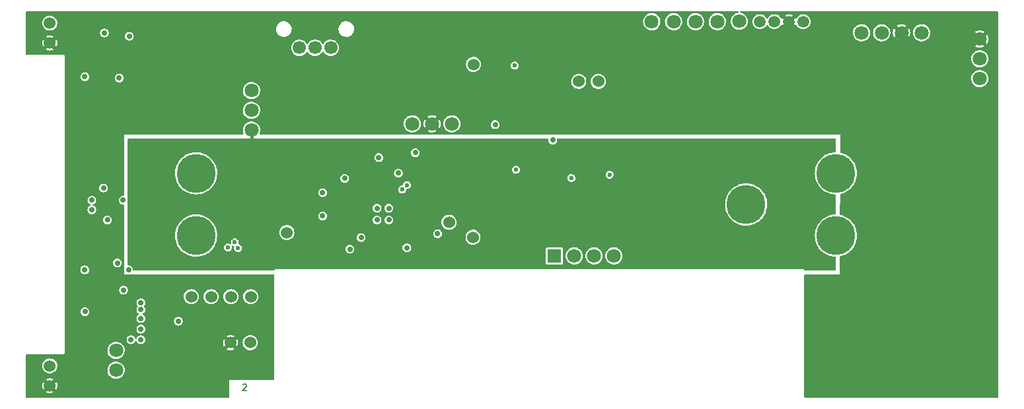
<source format=gbr>
%TF.GenerationSoftware,KiCad,Pcbnew,(6.0.10)*%
%TF.CreationDate,2023-01-09T18:14:29+01:00*%
%TF.ProjectId,carinsitu,63617269-6e73-4697-9475-2e6b69636164,1*%
%TF.SameCoordinates,Original*%
%TF.FileFunction,Copper,L2,Inr*%
%TF.FilePolarity,Positive*%
%FSLAX46Y46*%
G04 Gerber Fmt 4.6, Leading zero omitted, Abs format (unit mm)*
G04 Created by KiCad (PCBNEW (6.0.10)) date 2023-01-09 18:14:29*
%MOMM*%
%LPD*%
G01*
G04 APERTURE LIST*
%ADD10C,0.152400*%
%TA.AperFunction,NonConductor*%
%ADD11C,0.152400*%
%TD*%
%TA.AperFunction,ComponentPad*%
%ADD12C,0.800000*%
%TD*%
%TA.AperFunction,ComponentPad*%
%ADD13C,5.000000*%
%TD*%
%TA.AperFunction,ComponentPad*%
%ADD14C,1.524000*%
%TD*%
%TA.AperFunction,ComponentPad*%
%ADD15C,1.800000*%
%TD*%
%TA.AperFunction,ComponentPad*%
%ADD16C,1.500000*%
%TD*%
%TA.AperFunction,ComponentPad*%
%ADD17C,1.700000*%
%TD*%
%TA.AperFunction,ComponentPad*%
%ADD18R,1.800000X1.800000*%
%TD*%
%TA.AperFunction,ViaPad*%
%ADD19C,0.711200*%
%TD*%
%TA.AperFunction,ViaPad*%
%ADD20C,0.600000*%
%TD*%
%TA.AperFunction,Conductor*%
%ADD21C,1.016000*%
%TD*%
%TA.AperFunction,Conductor*%
%ADD22C,0.203200*%
%TD*%
%TA.AperFunction,Conductor*%
%ADD23C,0.406400*%
%TD*%
%TA.AperFunction,Conductor*%
%ADD24C,0.304800*%
%TD*%
G04 APERTURE END LIST*
D10*
D11*
X110771428Y-128138095D02*
X110809523Y-128100000D01*
X110885714Y-128061904D01*
X111076190Y-128061904D01*
X111152380Y-128100000D01*
X111190476Y-128138095D01*
X111228571Y-128214285D01*
X111228571Y-128290476D01*
X111190476Y-128404761D01*
X110733333Y-128861904D01*
X111228571Y-128861904D01*
D12*
%TO.N,GND*%
%TO.C,FIX1*%
X103340000Y-102410000D03*
X102750000Y-101000000D03*
X104750000Y-99000000D03*
X106750000Y-101000000D03*
D13*
X104750000Y-101000000D03*
D12*
X104750000Y-103000000D03*
X103340000Y-99590000D03*
X106160000Y-99590000D03*
X106160000Y-102410000D03*
%TD*%
%TO.N,GND*%
%TO.C,FIX2*%
X106160000Y-107590000D03*
X103340000Y-107590000D03*
X104750000Y-111000000D03*
D13*
X104750000Y-109000000D03*
D12*
X102750000Y-109000000D03*
X104750000Y-107000000D03*
X106160000Y-110410000D03*
X106750000Y-109000000D03*
X103340000Y-110410000D03*
%TD*%
%TO.N,GND*%
%TO.C,FIX3*%
X173250000Y-105000000D03*
X173840000Y-106410000D03*
X176660000Y-103590000D03*
X175250000Y-107000000D03*
X177250000Y-105000000D03*
X175250000Y-103000000D03*
X176660000Y-106410000D03*
D13*
X175250000Y-105000000D03*
D12*
X173840000Y-103590000D03*
%TD*%
%TO.N,GND*%
%TO.C,FIX4*%
X185340000Y-99590000D03*
X184750000Y-101000000D03*
X186750000Y-99000000D03*
X185340000Y-102410000D03*
X186750000Y-103000000D03*
D13*
X186750000Y-101000000D03*
D12*
X188160000Y-99590000D03*
X188160000Y-102410000D03*
X188750000Y-101000000D03*
%TD*%
%TO.N,GND*%
%TO.C,FIX5*%
X188160000Y-107590000D03*
X186750000Y-107000000D03*
D13*
X186750000Y-109000000D03*
D12*
X188160000Y-110410000D03*
X185340000Y-110410000D03*
X188750000Y-109000000D03*
X186750000Y-111000000D03*
X185340000Y-107590000D03*
X184750000Y-109000000D03*
%TD*%
D14*
%TO.N,Net-(MOD1-Pad2)*%
%TO.C,P2*%
X156291600Y-89200000D03*
%TO.N,Net-(MOD1-Pad3)*%
X153791600Y-89200000D03*
%TD*%
D15*
%TO.N,GND*%
%TO.C,MOD1*%
X163142400Y-81541600D03*
%TO.N,Net-(MOD1-Pad2)*%
X165942400Y-81541600D03*
%TO.N,Net-(MOD1-Pad3)*%
X168742400Y-81541600D03*
%TO.N,+VBAT*%
X171542400Y-81541600D03*
%TO.N,Net-(MOD1-Pad5)*%
X174372400Y-81491600D03*
D16*
X177022400Y-81541600D03*
%TO.N,GND*%
X178872400Y-81541600D03*
%TO.N,+5V*%
X180722400Y-81541600D03*
%TO.N,PPM_ESC*%
X182572400Y-81541600D03*
%TD*%
D15*
%TO.N,unconnected-(D4-Pad1)*%
%TO.C,D4*%
X190042800Y-82956400D03*
%TO.N,GND*%
X192612800Y-82956400D03*
%TO.N,+5V*%
X195152800Y-82956400D03*
%TO.N,Net-(D4-Pad4)*%
X197722800Y-82956400D03*
%TD*%
D14*
%TO.N,+5V*%
%TO.C,D1*%
X86000000Y-128270000D03*
%TO.N,Net-(D1-Pad2)*%
X86000000Y-125730000D03*
%TD*%
%TO.N,+5V*%
%TO.C,D2*%
X86000000Y-84270000D03*
%TO.N,Net-(D2-Pad2)*%
X86000000Y-81730000D03*
%TD*%
D15*
%TO.N,Net-(P1-Pad1)*%
%TO.C,P1*%
X94500000Y-126270000D03*
%TO.N,Net-(P1-Pad2)*%
X94500000Y-123730000D03*
%TD*%
D17*
%TO.N,+VBAT*%
%TO.C,SW1*%
X122000000Y-84890000D03*
%TO.N,Net-(P1-Pad1)*%
X120000000Y-84890000D03*
%TO.N,unconnected-(SW1-Pad3)*%
X118000000Y-84890000D03*
%TD*%
D15*
%TO.N,Net-(P3-Pad1)*%
%TO.C,P3*%
X137540000Y-94640400D03*
%TO.N,+5V*%
X135000000Y-94640400D03*
%TO.N,GND*%
X132460000Y-94640400D03*
%TD*%
D14*
%TO.N,SDA*%
%TO.C,TP2*%
X106680000Y-116840000D03*
%TD*%
%TO.N,SCL*%
%TO.C,TP3*%
X109220000Y-116840000D03*
%TD*%
%TO.N,+VBAT*%
%TO.C,TP4*%
X104140000Y-116840000D03*
%TD*%
%TO.N,GND*%
%TO.C,TP5*%
X111760000Y-116840000D03*
%TD*%
D15*
%TO.N,IR_RX*%
%TO.C,D5*%
X111861600Y-90373200D03*
%TO.N,GND*%
X111861600Y-92913200D03*
%TO.N,+3V3*%
X111861600Y-95453200D03*
%TD*%
D14*
%TO.N,PPM_SERVO*%
%TO.C,TP6*%
X140309600Y-87020400D03*
%TD*%
%TO.N,PPM_ESC*%
%TO.C,TP7*%
X137160000Y-107289600D03*
%TD*%
%TO.N,HL_PWM*%
%TO.C,TP8*%
X116382800Y-108610400D03*
%TD*%
%TO.N,RL_DAT*%
%TO.C,TP9*%
X140239260Y-109202960D03*
%TD*%
D18*
%TO.N,GND*%
%TO.C,P5*%
X150672800Y-111607600D03*
D15*
%TO.N,U0_TX*%
X153212800Y-111607600D03*
%TO.N,U0_RX*%
X155752800Y-111607600D03*
%TO.N,HL_PWM*%
X158292800Y-111607600D03*
%TD*%
D14*
%TO.N,+3V3*%
%TO.C,TP11*%
X111689200Y-122732800D03*
%TD*%
D15*
%TO.N,+5V*%
%TO.C,P4*%
X205183145Y-83769200D03*
%TO.N,VTX*%
X205183145Y-86309200D03*
%TO.N,GND*%
X205183145Y-88849200D03*
%TD*%
D14*
%TO.N,+5V*%
%TO.C,TP10*%
X109169200Y-122732800D03*
%TD*%
D19*
%TO.N,GND*%
X127949260Y-106982960D03*
X91385200Y-105693906D03*
X97670000Y-118500000D03*
D20*
X152857200Y-101600000D03*
D19*
X94650000Y-112500000D03*
X129449260Y-106982960D03*
X128168400Y-98982960D03*
X97670000Y-122360000D03*
X90510000Y-118750000D03*
X120969260Y-103482960D03*
X127949260Y-105482960D03*
X94900000Y-88760000D03*
X150469600Y-96740400D03*
D20*
X145592800Y-87172800D03*
D19*
X90500000Y-88600000D03*
X95403294Y-104443906D03*
X143100000Y-94750000D03*
X124460000Y-110744000D03*
X96400000Y-122360000D03*
X97670000Y-119640000D03*
X120969260Y-106482960D03*
D20*
X145745200Y-100533200D03*
D19*
X129449260Y-105482960D03*
X93385200Y-106993906D03*
X96200000Y-83410000D03*
D20*
X157734000Y-101193600D03*
D19*
X91385200Y-104443906D03*
X123799600Y-101650800D03*
X92885200Y-102883906D03*
X97670000Y-117620000D03*
X97670000Y-121000000D03*
X132849260Y-98356060D03*
X93000000Y-83000000D03*
X95450000Y-116000000D03*
X130668400Y-100982960D03*
X135709260Y-108742960D03*
%TO.N,+5V*%
X95072200Y-83743800D03*
X140050000Y-93250000D03*
%TO.N,HL_PWM*%
X131761150Y-110554850D03*
D20*
%TO.N,+3V3*%
X113080800Y-107238800D03*
X96621600Y-97129600D03*
X113741200Y-112674400D03*
X145542000Y-104546400D03*
D19*
X96469200Y-106172000D03*
X96469200Y-103327200D03*
X132429260Y-107982960D03*
D20*
X171500800Y-97282000D03*
D19*
X124504640Y-106482960D03*
X124619260Y-103482960D03*
X127762000Y-109931200D03*
X128199260Y-102632960D03*
X134199260Y-108742960D03*
%TO.N,+VBAT*%
X102480000Y-119990000D03*
D20*
%TO.N,SDA*%
X109717840Y-109845060D03*
X108815346Y-110518752D03*
%TO.N,SCL*%
X110124240Y-110596460D03*
D19*
%TO.N,IR_RX*%
X125899260Y-109232960D03*
D20*
%TO.N,U0_TX*%
X131165600Y-103073200D03*
%TO.N,U0_RX*%
X131775200Y-102514400D03*
D19*
%TO.N,Net-(R11-Pad2)*%
X90474800Y-113385600D03*
X96095947Y-113395946D03*
%TD*%
D21*
%TO.N,+5V*%
X205183145Y-83769200D02*
X201777600Y-83769200D01*
X201777600Y-83769200D02*
X200602000Y-84944800D01*
X200602000Y-84944800D02*
X195152800Y-84944800D01*
X182324000Y-86360000D02*
X191617600Y-86360000D01*
X195152800Y-84944800D02*
X193737600Y-86360000D01*
X193737600Y-86360000D02*
X191617600Y-86360000D01*
X180722400Y-84758400D02*
X180722400Y-81541600D01*
D22*
X87016000Y-129286000D02*
X86000000Y-128270000D01*
D21*
X133796200Y-86996200D02*
X98324600Y-86996200D01*
X140050000Y-93250000D02*
X133796200Y-86996200D01*
X205183145Y-83769200D02*
X203303545Y-83769200D01*
X172230800Y-93250000D02*
X180722400Y-84758400D01*
X195152800Y-84944800D02*
X195152800Y-82956400D01*
X161000000Y-93250000D02*
X140050000Y-93250000D01*
D22*
X102616000Y-129286000D02*
X87016000Y-129286000D01*
X109169200Y-122732800D02*
X102616000Y-129286000D01*
D21*
X161000000Y-93250000D02*
X172230800Y-93250000D01*
X180722400Y-84758400D02*
X182324000Y-86360000D01*
X98324600Y-86996200D02*
X95072200Y-83743800D01*
D23*
%TO.N,+3V3*%
X127449260Y-102632960D02*
X126599260Y-103482960D01*
X127949260Y-109102960D02*
X126609260Y-107762960D01*
D24*
X127949260Y-109102960D02*
X128309260Y-108742960D01*
X133189260Y-108742960D02*
X132429260Y-107982960D01*
X131669260Y-108742960D02*
X132429260Y-107982960D01*
D23*
X125829260Y-107762960D02*
X124619260Y-106552960D01*
X124619260Y-103482960D02*
X124619260Y-106552960D01*
D21*
X145507920Y-104546400D02*
X145071360Y-104982960D01*
D22*
X113080800Y-112014000D02*
X113741200Y-112674400D01*
D23*
X124549260Y-106482960D02*
X124504640Y-106482960D01*
X115701760Y-104982960D02*
X116098640Y-104982960D01*
X111709200Y-97129600D02*
X111861600Y-96977200D01*
D24*
X134199260Y-108742960D02*
X133189260Y-108742960D01*
X128309260Y-108742960D02*
X131669260Y-108742960D01*
D23*
X113080800Y-107238800D02*
X115336640Y-104982960D01*
D21*
X171500800Y-101854000D02*
X171500800Y-97282000D01*
D23*
X96469200Y-103327200D02*
X96621600Y-103174800D01*
D21*
X145071360Y-104982960D02*
X135427260Y-104982960D01*
D23*
X111861600Y-101507920D02*
X115336640Y-104982960D01*
X126609260Y-107762960D02*
X125829260Y-107762960D01*
D24*
X111778800Y-97250000D02*
X111861600Y-97332800D01*
D23*
X116098640Y-104982960D02*
X123119260Y-104982960D01*
X111861600Y-100279200D02*
X111861600Y-101142800D01*
D21*
X134199260Y-106210960D02*
X134199260Y-108742960D01*
D23*
X96469200Y-106172000D02*
X96469200Y-103327200D01*
X123119260Y-104982960D02*
X124619260Y-103482960D01*
X127449260Y-102632960D02*
X128199260Y-102632960D01*
D21*
X135427260Y-104982960D02*
X134199260Y-106210960D01*
X145542000Y-104546400D02*
X145507920Y-104546400D01*
D23*
X111861600Y-97332800D02*
X111861600Y-100279200D01*
X115336640Y-104982960D02*
X116098640Y-104982960D01*
X124619260Y-106552960D02*
X124549260Y-106482960D01*
D22*
X113080800Y-107238800D02*
X113080800Y-112014000D01*
D23*
X111861600Y-96977200D02*
X111861600Y-95453200D01*
D21*
X168808400Y-104546400D02*
X171500800Y-101854000D01*
D23*
X111861600Y-100279200D02*
X111861600Y-101507920D01*
X124619260Y-103482960D02*
X126599260Y-103482960D01*
X111861600Y-97332800D02*
X111861600Y-96977200D01*
X96621600Y-103174800D02*
X96621600Y-97129600D01*
D21*
X145542000Y-104546400D02*
X168808400Y-104546400D01*
D23*
X96621600Y-97129600D02*
X111709200Y-97129600D01*
%TD*%
%TA.AperFunction,Conductor*%
%TO.N,+3V3*%
G36*
X111514253Y-96504846D02*
G01*
X111523654Y-96507901D01*
X111712561Y-96550647D01*
X111721520Y-96551826D01*
X111915051Y-96559430D01*
X111924078Y-96558956D01*
X112115743Y-96531166D01*
X112124542Y-96529054D01*
X112194654Y-96505254D01*
X112226476Y-96500000D01*
X149827462Y-96500000D01*
X149885653Y-96518907D01*
X149921617Y-96568407D01*
X149925615Y-96611922D01*
X149908701Y-96740400D01*
X149927813Y-96885571D01*
X149983847Y-97020849D01*
X149987793Y-97025991D01*
X149987795Y-97025995D01*
X150069034Y-97131866D01*
X150072985Y-97137015D01*
X150189150Y-97226153D01*
X150195145Y-97228636D01*
X150195148Y-97228638D01*
X150283701Y-97265317D01*
X150324429Y-97282187D01*
X150330857Y-97283033D01*
X150330860Y-97283034D01*
X150463166Y-97300452D01*
X150469600Y-97301299D01*
X150476034Y-97300452D01*
X150608340Y-97283034D01*
X150608343Y-97283033D01*
X150614771Y-97282187D01*
X150655499Y-97265317D01*
X150744052Y-97228638D01*
X150744055Y-97228636D01*
X150750050Y-97226153D01*
X150866215Y-97137015D01*
X150870166Y-97131866D01*
X150951405Y-97025995D01*
X150951407Y-97025991D01*
X150955353Y-97020849D01*
X151011387Y-96885571D01*
X151030499Y-96740400D01*
X151013585Y-96611922D01*
X151024735Y-96551761D01*
X151069118Y-96509644D01*
X151111738Y-96500000D01*
X186651000Y-96500000D01*
X186709191Y-96518907D01*
X186745155Y-96568407D01*
X186750000Y-96599000D01*
X186750000Y-98201680D01*
X186731093Y-98259871D01*
X186681593Y-98295835D01*
X186656442Y-98300530D01*
X186529952Y-98307491D01*
X186442021Y-98312330D01*
X186442017Y-98312330D01*
X186439045Y-98312494D01*
X186118429Y-98369315D01*
X186115571Y-98370186D01*
X186115567Y-98370187D01*
X185983079Y-98410567D01*
X185806961Y-98464244D01*
X185804235Y-98465449D01*
X185804230Y-98465451D01*
X185519126Y-98591494D01*
X185509153Y-98595903D01*
X185229319Y-98762386D01*
X184971513Y-98961282D01*
X184739469Y-99189710D01*
X184536548Y-99444360D01*
X184365690Y-99721544D01*
X184229369Y-100017247D01*
X184228453Y-100020091D01*
X184228452Y-100020094D01*
X184223920Y-100034168D01*
X184129560Y-100327185D01*
X184128995Y-100330104D01*
X184128995Y-100330105D01*
X184095901Y-100501158D01*
X184067709Y-100646870D01*
X184067499Y-100649832D01*
X184067499Y-100649834D01*
X184061498Y-100734585D01*
X184044712Y-100971669D01*
X184044860Y-100974643D01*
X184044860Y-100974648D01*
X184048695Y-101051682D01*
X184060902Y-101296879D01*
X184061406Y-101299814D01*
X184061407Y-101299820D01*
X184114455Y-101608533D01*
X184116045Y-101617789D01*
X184209341Y-101929749D01*
X184210533Y-101932483D01*
X184210533Y-101932484D01*
X184267880Y-102064060D01*
X184339439Y-102228242D01*
X184340951Y-102230814D01*
X184340953Y-102230818D01*
X184484791Y-102475494D01*
X184504455Y-102508944D01*
X184506263Y-102511313D01*
X184506265Y-102511316D01*
X184580837Y-102609029D01*
X184701998Y-102767788D01*
X184704077Y-102769922D01*
X184906947Y-102978173D01*
X184929208Y-103001025D01*
X184931526Y-103002892D01*
X184931527Y-103002893D01*
X185180461Y-103203399D01*
X185180466Y-103203403D01*
X185182792Y-103205276D01*
X185185322Y-103206854D01*
X185185325Y-103206856D01*
X185323566Y-103293070D01*
X185459078Y-103377583D01*
X185754063Y-103515451D01*
X186063474Y-103616881D01*
X186066401Y-103617463D01*
X186066404Y-103617464D01*
X186379912Y-103679825D01*
X186379919Y-103679826D01*
X186382830Y-103680405D01*
X186385792Y-103680630D01*
X186385797Y-103680631D01*
X186658509Y-103701375D01*
X186715098Y-103724642D01*
X186747204Y-103776727D01*
X186750000Y-103800090D01*
X186750000Y-106201680D01*
X186731093Y-106259871D01*
X186681593Y-106295835D01*
X186656442Y-106300530D01*
X186529952Y-106307491D01*
X186442021Y-106312330D01*
X186442017Y-106312330D01*
X186439045Y-106312494D01*
X186118429Y-106369315D01*
X186115571Y-106370186D01*
X186115567Y-106370187D01*
X186016709Y-106400317D01*
X185806961Y-106464244D01*
X185804235Y-106465449D01*
X185804230Y-106465451D01*
X185519126Y-106591494D01*
X185509153Y-106595903D01*
X185229319Y-106762386D01*
X184971513Y-106961282D01*
X184739469Y-107189710D01*
X184536548Y-107444360D01*
X184534983Y-107446899D01*
X184367373Y-107718814D01*
X184365690Y-107721544D01*
X184364442Y-107724252D01*
X184364440Y-107724255D01*
X184325561Y-107808591D01*
X184229369Y-108017247D01*
X184129560Y-108327185D01*
X184128995Y-108330104D01*
X184128995Y-108330105D01*
X184069008Y-108640158D01*
X184067709Y-108646870D01*
X184044712Y-108971669D01*
X184044860Y-108974643D01*
X184044860Y-108974648D01*
X184046520Y-109007984D01*
X184060902Y-109296879D01*
X184061406Y-109299814D01*
X184061407Y-109299820D01*
X184113082Y-109600544D01*
X184116045Y-109617789D01*
X184209341Y-109929749D01*
X184339439Y-110228242D01*
X184340951Y-110230814D01*
X184340953Y-110230818D01*
X184502637Y-110505851D01*
X184504455Y-110508944D01*
X184506263Y-110511313D01*
X184506265Y-110511316D01*
X184545746Y-110563048D01*
X184701998Y-110767788D01*
X184776073Y-110843828D01*
X184906042Y-110977244D01*
X184929208Y-111001025D01*
X184931526Y-111002892D01*
X184931527Y-111002893D01*
X185180461Y-111203399D01*
X185180466Y-111203403D01*
X185182792Y-111205276D01*
X185185322Y-111206854D01*
X185185325Y-111206856D01*
X185313246Y-111286634D01*
X185459078Y-111377583D01*
X185754063Y-111515451D01*
X186063474Y-111616881D01*
X186066401Y-111617463D01*
X186066404Y-111617464D01*
X186379912Y-111679825D01*
X186379919Y-111679826D01*
X186382830Y-111680405D01*
X186385792Y-111680630D01*
X186385797Y-111680631D01*
X186658509Y-111701375D01*
X186715098Y-111724642D01*
X186747204Y-111776727D01*
X186750000Y-111800090D01*
X186750000Y-113401000D01*
X186731093Y-113459191D01*
X186681593Y-113495155D01*
X186651000Y-113500000D01*
X182784708Y-113500000D01*
X182726517Y-113481093D01*
X182695484Y-113443896D01*
X182695309Y-113443532D01*
X182688013Y-113422655D01*
X182687938Y-113422326D01*
X182685312Y-113410815D01*
X182677909Y-113401525D01*
X182666089Y-113382683D01*
X182660948Y-113371976D01*
X182651461Y-113364389D01*
X182635877Y-113348778D01*
X182628305Y-113339276D01*
X182617608Y-113334117D01*
X182598786Y-113322264D01*
X182589508Y-113314844D01*
X182577673Y-113312123D01*
X182556849Y-113304810D01*
X182555952Y-113304377D01*
X182555951Y-113304377D01*
X182545913Y-113299535D01*
X182534768Y-113299525D01*
X182534767Y-113299525D01*
X182522845Y-113299515D01*
X182522847Y-113297770D01*
X182522781Y-113297776D01*
X182522781Y-113299500D01*
X182505892Y-113299500D01*
X182454726Y-113299455D01*
X182454437Y-113299455D01*
X182454349Y-113299497D01*
X182454325Y-113299500D01*
X115005892Y-113299500D01*
X114954437Y-113299455D01*
X114944388Y-113304280D01*
X114944389Y-113304280D01*
X114943489Y-113304712D01*
X114922655Y-113311987D01*
X114910815Y-113314688D01*
X114902097Y-113321635D01*
X114901525Y-113322091D01*
X114882686Y-113333909D01*
X114871976Y-113339052D01*
X114864389Y-113348539D01*
X114848778Y-113364123D01*
X114839276Y-113371695D01*
X114834432Y-113381738D01*
X114834118Y-113382390D01*
X114822264Y-113401214D01*
X114814844Y-113410492D01*
X114812271Y-113421684D01*
X114812123Y-113422326D01*
X114804803Y-113443166D01*
X114804388Y-113444026D01*
X114762069Y-113488216D01*
X114715226Y-113500000D01*
X96754999Y-113500000D01*
X96696808Y-113481093D01*
X96660844Y-113431593D01*
X96656098Y-113401626D01*
X96656846Y-113395946D01*
X96654976Y-113381738D01*
X96649356Y-113339052D01*
X96637734Y-113250775D01*
X96581700Y-113115497D01*
X96577754Y-113110355D01*
X96577752Y-113110351D01*
X96496513Y-113004480D01*
X96492562Y-112999331D01*
X96376397Y-112910193D01*
X96370402Y-112907710D01*
X96370399Y-112907708D01*
X96281846Y-112871029D01*
X96241118Y-112854159D01*
X96234690Y-112853313D01*
X96234687Y-112853312D01*
X96102381Y-112835894D01*
X96095947Y-112835047D01*
X96095965Y-112834908D01*
X96040809Y-112816987D01*
X96004845Y-112767487D01*
X96000000Y-112736894D01*
X96000000Y-112527348D01*
X149572300Y-112527348D01*
X149583933Y-112585831D01*
X149628248Y-112652152D01*
X149694569Y-112696467D01*
X149704132Y-112698369D01*
X149704134Y-112698370D01*
X149724185Y-112702358D01*
X149753052Y-112708100D01*
X151592548Y-112708100D01*
X151621415Y-112702358D01*
X151641466Y-112698370D01*
X151641468Y-112698369D01*
X151651031Y-112696467D01*
X151717352Y-112652152D01*
X151761667Y-112585831D01*
X151773300Y-112527348D01*
X151773300Y-111578669D01*
X152107964Y-111578669D01*
X152121192Y-111780494D01*
X152170978Y-111976528D01*
X152255656Y-112160207D01*
X152372388Y-112325380D01*
X152517266Y-112466513D01*
X152685437Y-112578882D01*
X152871270Y-112658722D01*
X153068540Y-112703360D01*
X153270642Y-112711300D01*
X153280451Y-112709878D01*
X153466319Y-112682929D01*
X153466322Y-112682928D01*
X153470807Y-112682278D01*
X153583446Y-112644042D01*
X153658034Y-112618723D01*
X153658037Y-112618721D01*
X153662331Y-112617264D01*
X153838801Y-112518437D01*
X153994305Y-112389105D01*
X154123637Y-112233601D01*
X154222464Y-112057131D01*
X154287478Y-111865607D01*
X154316500Y-111665442D01*
X154317772Y-111616881D01*
X154317939Y-111610513D01*
X154317939Y-111610508D01*
X154318015Y-111607600D01*
X154315357Y-111578669D01*
X154647964Y-111578669D01*
X154661192Y-111780494D01*
X154710978Y-111976528D01*
X154795656Y-112160207D01*
X154912388Y-112325380D01*
X155057266Y-112466513D01*
X155225437Y-112578882D01*
X155411270Y-112658722D01*
X155608540Y-112703360D01*
X155810642Y-112711300D01*
X155820451Y-112709878D01*
X156006319Y-112682929D01*
X156006322Y-112682928D01*
X156010807Y-112682278D01*
X156123446Y-112644042D01*
X156198034Y-112618723D01*
X156198037Y-112618721D01*
X156202331Y-112617264D01*
X156378801Y-112518437D01*
X156534305Y-112389105D01*
X156663637Y-112233601D01*
X156762464Y-112057131D01*
X156827478Y-111865607D01*
X156856500Y-111665442D01*
X156857772Y-111616881D01*
X156857939Y-111610513D01*
X156857939Y-111610508D01*
X156858015Y-111607600D01*
X156855357Y-111578669D01*
X157187964Y-111578669D01*
X157201192Y-111780494D01*
X157250978Y-111976528D01*
X157335656Y-112160207D01*
X157452388Y-112325380D01*
X157597266Y-112466513D01*
X157765437Y-112578882D01*
X157951270Y-112658722D01*
X158148540Y-112703360D01*
X158350642Y-112711300D01*
X158360451Y-112709878D01*
X158546319Y-112682929D01*
X158546322Y-112682928D01*
X158550807Y-112682278D01*
X158663446Y-112644042D01*
X158738034Y-112618723D01*
X158738037Y-112618721D01*
X158742331Y-112617264D01*
X158918801Y-112518437D01*
X159074305Y-112389105D01*
X159203637Y-112233601D01*
X159302464Y-112057131D01*
X159367478Y-111865607D01*
X159396500Y-111665442D01*
X159397772Y-111616881D01*
X159397939Y-111610513D01*
X159397939Y-111610508D01*
X159398015Y-111607600D01*
X159379508Y-111406191D01*
X159324607Y-111211526D01*
X159235151Y-111030127D01*
X159114135Y-110868067D01*
X158965612Y-110730774D01*
X158957162Y-110725442D01*
X158798394Y-110625267D01*
X158794557Y-110622846D01*
X158606698Y-110547898D01*
X158408326Y-110508439D01*
X158308730Y-110507135D01*
X158210626Y-110505851D01*
X158210621Y-110505851D01*
X158206086Y-110505792D01*
X158201613Y-110506561D01*
X158201608Y-110506561D01*
X158130662Y-110518752D01*
X158006749Y-110540044D01*
X157816993Y-110610049D01*
X157643171Y-110713462D01*
X157639756Y-110716457D01*
X157639753Y-110716459D01*
X157567870Y-110779499D01*
X157491105Y-110846820D01*
X157488297Y-110850382D01*
X157369541Y-111001025D01*
X157365889Y-111005657D01*
X157271714Y-111184653D01*
X157270369Y-111188984D01*
X157270368Y-111188987D01*
X157250921Y-111251619D01*
X157211737Y-111377813D01*
X157207281Y-111415463D01*
X157195596Y-111514191D01*
X157187964Y-111578669D01*
X156855357Y-111578669D01*
X156839508Y-111406191D01*
X156784607Y-111211526D01*
X156695151Y-111030127D01*
X156574135Y-110868067D01*
X156425612Y-110730774D01*
X156417162Y-110725442D01*
X156258394Y-110625267D01*
X156254557Y-110622846D01*
X156066698Y-110547898D01*
X155868326Y-110508439D01*
X155768730Y-110507135D01*
X155670626Y-110505851D01*
X155670621Y-110505851D01*
X155666086Y-110505792D01*
X155661613Y-110506561D01*
X155661608Y-110506561D01*
X155590662Y-110518752D01*
X155466749Y-110540044D01*
X155276993Y-110610049D01*
X155103171Y-110713462D01*
X155099756Y-110716457D01*
X155099753Y-110716459D01*
X155027870Y-110779499D01*
X154951105Y-110846820D01*
X154948297Y-110850382D01*
X154829541Y-111001025D01*
X154825889Y-111005657D01*
X154731714Y-111184653D01*
X154730369Y-111188984D01*
X154730368Y-111188987D01*
X154710921Y-111251619D01*
X154671737Y-111377813D01*
X154667281Y-111415463D01*
X154655596Y-111514191D01*
X154647964Y-111578669D01*
X154315357Y-111578669D01*
X154299508Y-111406191D01*
X154244607Y-111211526D01*
X154155151Y-111030127D01*
X154034135Y-110868067D01*
X153885612Y-110730774D01*
X153877162Y-110725442D01*
X153718394Y-110625267D01*
X153714557Y-110622846D01*
X153526698Y-110547898D01*
X153328326Y-110508439D01*
X153228730Y-110507135D01*
X153130626Y-110505851D01*
X153130621Y-110505851D01*
X153126086Y-110505792D01*
X153121613Y-110506561D01*
X153121608Y-110506561D01*
X153050662Y-110518752D01*
X152926749Y-110540044D01*
X152736993Y-110610049D01*
X152563171Y-110713462D01*
X152559756Y-110716457D01*
X152559753Y-110716459D01*
X152487870Y-110779499D01*
X152411105Y-110846820D01*
X152408297Y-110850382D01*
X152289541Y-111001025D01*
X152285889Y-111005657D01*
X152191714Y-111184653D01*
X152190369Y-111188984D01*
X152190368Y-111188987D01*
X152170921Y-111251619D01*
X152131737Y-111377813D01*
X152127281Y-111415463D01*
X152115596Y-111514191D01*
X152107964Y-111578669D01*
X151773300Y-111578669D01*
X151773300Y-110687852D01*
X151761667Y-110629369D01*
X151717352Y-110563048D01*
X151651031Y-110518733D01*
X151641468Y-110516831D01*
X151641466Y-110516830D01*
X151613743Y-110511316D01*
X151592548Y-110507100D01*
X149753052Y-110507100D01*
X149731857Y-110511316D01*
X149704134Y-110516830D01*
X149704132Y-110516831D01*
X149694569Y-110518733D01*
X149628248Y-110563048D01*
X149583933Y-110629369D01*
X149572300Y-110687852D01*
X149572300Y-112527348D01*
X96000000Y-112527348D01*
X96000000Y-108971669D01*
X102044712Y-108971669D01*
X102044860Y-108974643D01*
X102044860Y-108974648D01*
X102046520Y-109007984D01*
X102060902Y-109296879D01*
X102061406Y-109299814D01*
X102061407Y-109299820D01*
X102113082Y-109600544D01*
X102116045Y-109617789D01*
X102209341Y-109929749D01*
X102339439Y-110228242D01*
X102340951Y-110230814D01*
X102340953Y-110230818D01*
X102502637Y-110505851D01*
X102504455Y-110508944D01*
X102506263Y-110511313D01*
X102506265Y-110511316D01*
X102545746Y-110563048D01*
X102701998Y-110767788D01*
X102776073Y-110843828D01*
X102906042Y-110977244D01*
X102929208Y-111001025D01*
X102931526Y-111002892D01*
X102931527Y-111002893D01*
X103180461Y-111203399D01*
X103180466Y-111203403D01*
X103182792Y-111205276D01*
X103185322Y-111206854D01*
X103185325Y-111206856D01*
X103313246Y-111286634D01*
X103459078Y-111377583D01*
X103754063Y-111515451D01*
X104063474Y-111616881D01*
X104066401Y-111617463D01*
X104066404Y-111617464D01*
X104379912Y-111679825D01*
X104379919Y-111679826D01*
X104382830Y-111680405D01*
X104385792Y-111680630D01*
X104385797Y-111680631D01*
X104704531Y-111704876D01*
X104704535Y-111704876D01*
X104707505Y-111705102D01*
X104819445Y-111700117D01*
X105029819Y-111690748D01*
X105029827Y-111690747D01*
X105032795Y-111690615D01*
X105353989Y-111637154D01*
X105590683Y-111567716D01*
X105663561Y-111546336D01*
X105663563Y-111546335D01*
X105666434Y-111545493D01*
X105669183Y-111544312D01*
X105962865Y-111418136D01*
X105962868Y-111418134D01*
X105965604Y-111416959D01*
X105976365Y-111410709D01*
X106244586Y-111254913D01*
X106247165Y-111253415D01*
X106249537Y-111251624D01*
X106249545Y-111251619D01*
X106504669Y-111059020D01*
X106504670Y-111059019D01*
X106507040Y-111057230D01*
X106741464Y-110831245D01*
X106802282Y-110756542D01*
X106945157Y-110581046D01*
X106945158Y-110581045D01*
X106947040Y-110578733D01*
X106988783Y-110512575D01*
X108309737Y-110512575D01*
X108310652Y-110519572D01*
X108310652Y-110519573D01*
X108326260Y-110638934D01*
X108328326Y-110654731D01*
X108331167Y-110661187D01*
X108331167Y-110661188D01*
X108367269Y-110743235D01*
X108386066Y-110785955D01*
X108399138Y-110801506D01*
X108473777Y-110890301D01*
X108473780Y-110890303D01*
X108478316Y-110895700D01*
X108484187Y-110899608D01*
X108484188Y-110899609D01*
X108496489Y-110907797D01*
X108597659Y-110975142D01*
X108683923Y-111002092D01*
X108727771Y-111015791D01*
X108727772Y-111015791D01*
X108734503Y-111017894D01*
X108806174Y-111019208D01*
X108870791Y-111020393D01*
X108870793Y-111020393D01*
X108877845Y-111020522D01*
X108884648Y-111018667D01*
X108884650Y-111018667D01*
X109006285Y-110985505D01*
X109016163Y-110982812D01*
X109138337Y-110907797D01*
X109145749Y-110899609D01*
X109229814Y-110806734D01*
X109234546Y-110801506D01*
X109297056Y-110672485D01*
X109301221Y-110647734D01*
X109320208Y-110534876D01*
X109320208Y-110534872D01*
X109320842Y-110531106D01*
X109320993Y-110518752D01*
X109300669Y-110376834D01*
X109300103Y-110375590D01*
X109301841Y-110317041D01*
X109339257Y-110268630D01*
X109397983Y-110251457D01*
X109449905Y-110268002D01*
X109458771Y-110273903D01*
X109500153Y-110301450D01*
X109572435Y-110324032D01*
X109576539Y-110325314D01*
X109626445Y-110360713D01*
X109646012Y-110418686D01*
X109642164Y-110445477D01*
X109640687Y-110448623D01*
X109639602Y-110455594D01*
X109639601Y-110455596D01*
X109631816Y-110505601D01*
X109618631Y-110590283D01*
X109619546Y-110597280D01*
X109619546Y-110597281D01*
X109627903Y-110661188D01*
X109637220Y-110732439D01*
X109640061Y-110738895D01*
X109640061Y-110738896D01*
X109682480Y-110835299D01*
X109694960Y-110863663D01*
X109735162Y-110911489D01*
X109782671Y-110968009D01*
X109782674Y-110968011D01*
X109787210Y-110973408D01*
X109793081Y-110977316D01*
X109793082Y-110977317D01*
X109805383Y-110985505D01*
X109906553Y-111052850D01*
X110007160Y-111084281D01*
X110036665Y-111093499D01*
X110036666Y-111093499D01*
X110043397Y-111095602D01*
X110115068Y-111096916D01*
X110179685Y-111098101D01*
X110179687Y-111098101D01*
X110186739Y-111098230D01*
X110193542Y-111096375D01*
X110193544Y-111096375D01*
X110268743Y-111075873D01*
X110325057Y-111060520D01*
X110447231Y-110985505D01*
X110454643Y-110977317D01*
X110538708Y-110884442D01*
X110543440Y-110879214D01*
X110586008Y-110791354D01*
X110602874Y-110756542D01*
X110605950Y-110750193D01*
X110606992Y-110744000D01*
X123899101Y-110744000D01*
X123918213Y-110889171D01*
X123974247Y-111024449D01*
X123978193Y-111029591D01*
X123978195Y-111029595D01*
X124044304Y-111115749D01*
X124063385Y-111140615D01*
X124179550Y-111229753D01*
X124185545Y-111232236D01*
X124185548Y-111232238D01*
X124240292Y-111254913D01*
X124314829Y-111285787D01*
X124321257Y-111286633D01*
X124321260Y-111286634D01*
X124453566Y-111304052D01*
X124460000Y-111304899D01*
X124466434Y-111304052D01*
X124598740Y-111286634D01*
X124598743Y-111286633D01*
X124605171Y-111285787D01*
X124679708Y-111254913D01*
X124734452Y-111232238D01*
X124734455Y-111232236D01*
X124740450Y-111229753D01*
X124856615Y-111140615D01*
X124875696Y-111115749D01*
X124941805Y-111029595D01*
X124941807Y-111029591D01*
X124945753Y-111024449D01*
X125001787Y-110889171D01*
X125020899Y-110744000D01*
X125001787Y-110598829D01*
X124983570Y-110554850D01*
X131200251Y-110554850D01*
X131219363Y-110700021D01*
X131275397Y-110835299D01*
X131279343Y-110840441D01*
X131279345Y-110840445D01*
X131324744Y-110899609D01*
X131364535Y-110951465D01*
X131480700Y-111040603D01*
X131486695Y-111043086D01*
X131486698Y-111043088D01*
X131528784Y-111060520D01*
X131615979Y-111096637D01*
X131622407Y-111097483D01*
X131622410Y-111097484D01*
X131754716Y-111114902D01*
X131761150Y-111115749D01*
X131767584Y-111114902D01*
X131899890Y-111097484D01*
X131899893Y-111097483D01*
X131906321Y-111096637D01*
X131993516Y-111060520D01*
X132035602Y-111043088D01*
X132035605Y-111043086D01*
X132041600Y-111040603D01*
X132157765Y-110951465D01*
X132197556Y-110899609D01*
X132242955Y-110840445D01*
X132242957Y-110840441D01*
X132246903Y-110835299D01*
X132302937Y-110700021D01*
X132322049Y-110554850D01*
X132302937Y-110409679D01*
X132246903Y-110274401D01*
X132242957Y-110269259D01*
X132242955Y-110269255D01*
X132161716Y-110163384D01*
X132157765Y-110158235D01*
X132041600Y-110069097D01*
X132035605Y-110066614D01*
X132035602Y-110066612D01*
X131927269Y-110021740D01*
X131906321Y-110013063D01*
X131899893Y-110012217D01*
X131899890Y-110012216D01*
X131767584Y-109994798D01*
X131761150Y-109993951D01*
X131615979Y-110013063D01*
X131480701Y-110069097D01*
X131475559Y-110073043D01*
X131475555Y-110073045D01*
X131401437Y-110129919D01*
X131364535Y-110158235D01*
X131360584Y-110163384D01*
X131279345Y-110269255D01*
X131279343Y-110269259D01*
X131275397Y-110274401D01*
X131219363Y-110409679D01*
X131200251Y-110554850D01*
X124983570Y-110554850D01*
X124945753Y-110463551D01*
X124941807Y-110458409D01*
X124941805Y-110458405D01*
X124860566Y-110352534D01*
X124856615Y-110347385D01*
X124740450Y-110258247D01*
X124734455Y-110255764D01*
X124734452Y-110255762D01*
X124637063Y-110215423D01*
X124605171Y-110202213D01*
X124598743Y-110201367D01*
X124598740Y-110201366D01*
X124466434Y-110183948D01*
X124460000Y-110183101D01*
X124314829Y-110202213D01*
X124179551Y-110258247D01*
X124174409Y-110262193D01*
X124174405Y-110262195D01*
X124100786Y-110318686D01*
X124063385Y-110347385D01*
X124059434Y-110352534D01*
X123978195Y-110458405D01*
X123978193Y-110458409D01*
X123974247Y-110463551D01*
X123918213Y-110598829D01*
X123899101Y-110744000D01*
X110606992Y-110744000D01*
X110608075Y-110737566D01*
X110629102Y-110612584D01*
X110629102Y-110612580D01*
X110629736Y-110608814D01*
X110629887Y-110596460D01*
X110609563Y-110454542D01*
X110574710Y-110377887D01*
X110553145Y-110330456D01*
X110553144Y-110330455D01*
X110550224Y-110324032D01*
X110478799Y-110241140D01*
X110461245Y-110220767D01*
X110461244Y-110220766D01*
X110456640Y-110215423D01*
X110336335Y-110137445D01*
X110329577Y-110135424D01*
X110329575Y-110135423D01*
X110266719Y-110116625D01*
X110216385Y-110081837D01*
X110196112Y-110024108D01*
X110199745Y-109998826D01*
X110199550Y-109998793D01*
X110222702Y-109861184D01*
X110222702Y-109861180D01*
X110223336Y-109857414D01*
X110223487Y-109845060D01*
X110203163Y-109703142D01*
X110156515Y-109600544D01*
X110146745Y-109579056D01*
X110146744Y-109579055D01*
X110143824Y-109572632D01*
X110050240Y-109464023D01*
X109929935Y-109386045D01*
X109792579Y-109344967D01*
X109709337Y-109344458D01*
X109656267Y-109344134D01*
X109656266Y-109344134D01*
X109649216Y-109344091D01*
X109642439Y-109346028D01*
X109642438Y-109346028D01*
X109518149Y-109381550D01*
X109518147Y-109381551D01*
X109511369Y-109383488D01*
X109390120Y-109459990D01*
X109385453Y-109465274D01*
X109385451Y-109465276D01*
X109299884Y-109562163D01*
X109299882Y-109562165D01*
X109295217Y-109567448D01*
X109292221Y-109573830D01*
X109292220Y-109573831D01*
X109281653Y-109596338D01*
X109234287Y-109697223D01*
X109233202Y-109704192D01*
X109233201Y-109704195D01*
X109224441Y-109760461D01*
X109212231Y-109838883D01*
X109213146Y-109845880D01*
X109213146Y-109845881D01*
X109214654Y-109857414D01*
X109230820Y-109981039D01*
X109233483Y-109987090D01*
X109230929Y-110048019D01*
X109192923Y-110095970D01*
X109133991Y-110112423D01*
X109084292Y-110096586D01*
X109047977Y-110073048D01*
X109027441Y-110059737D01*
X108890085Y-110018659D01*
X108806843Y-110018150D01*
X108753773Y-110017826D01*
X108753772Y-110017826D01*
X108746722Y-110017783D01*
X108739945Y-110019720D01*
X108739944Y-110019720D01*
X108615655Y-110055242D01*
X108615653Y-110055243D01*
X108608875Y-110057180D01*
X108487626Y-110133682D01*
X108482959Y-110138966D01*
X108482957Y-110138968D01*
X108397390Y-110235855D01*
X108397388Y-110235857D01*
X108392723Y-110241140D01*
X108389727Y-110247522D01*
X108389726Y-110247523D01*
X108382836Y-110262198D01*
X108331793Y-110370915D01*
X108330708Y-110377884D01*
X108330707Y-110377887D01*
X108318608Y-110455596D01*
X108309737Y-110512575D01*
X106988783Y-110512575D01*
X107053706Y-110409679D01*
X107119203Y-110305873D01*
X107119206Y-110305868D01*
X107120792Y-110303354D01*
X107211249Y-110112423D01*
X107258927Y-110011787D01*
X107258929Y-110011782D01*
X107260202Y-110009095D01*
X107264191Y-109997140D01*
X107355793Y-109722572D01*
X107363251Y-109700218D01*
X107363966Y-109696720D01*
X107427849Y-109384123D01*
X107427850Y-109384114D01*
X107428446Y-109381199D01*
X107431393Y-109344967D01*
X107454701Y-109058409D01*
X107454702Y-109058397D01*
X107454843Y-109056658D01*
X107455366Y-109006694D01*
X107455418Y-109001727D01*
X107455418Y-109001725D01*
X107455436Y-109000000D01*
X107444576Y-108819869D01*
X107436020Y-108677943D01*
X107436020Y-108677940D01*
X107435841Y-108674977D01*
X107421581Y-108596896D01*
X115415737Y-108596896D01*
X115420434Y-108652833D01*
X115428151Y-108744722D01*
X115431532Y-108784990D01*
X115432865Y-108789638D01*
X115432865Y-108789639D01*
X115479568Y-108952511D01*
X115483560Y-108966434D01*
X115485775Y-108970744D01*
X115567627Y-109130012D01*
X115567630Y-109130016D01*
X115569840Y-109134317D01*
X115687085Y-109282244D01*
X115690772Y-109285382D01*
X115690774Y-109285384D01*
X115827142Y-109401442D01*
X115827147Y-109401445D01*
X115830830Y-109404580D01*
X115835053Y-109406940D01*
X115835057Y-109406943D01*
X115946752Y-109469367D01*
X115995600Y-109496667D01*
X116036392Y-109509921D01*
X116170518Y-109553501D01*
X116170521Y-109553502D01*
X116175117Y-109554995D01*
X116179913Y-109555567D01*
X116179918Y-109555568D01*
X116268831Y-109566170D01*
X116362545Y-109577345D01*
X116367367Y-109576974D01*
X116367370Y-109576974D01*
X116429078Y-109572226D01*
X116550745Y-109562864D01*
X116732548Y-109512103D01*
X116901029Y-109426998D01*
X117049770Y-109310788D01*
X117052932Y-109307125D01*
X117052937Y-109307120D01*
X117116950Y-109232960D01*
X125338361Y-109232960D01*
X125357473Y-109378131D01*
X125413507Y-109513409D01*
X125417453Y-109518551D01*
X125417455Y-109518555D01*
X125491344Y-109614847D01*
X125502645Y-109629575D01*
X125618810Y-109718713D01*
X125624805Y-109721196D01*
X125624808Y-109721198D01*
X125709435Y-109756251D01*
X125754089Y-109774747D01*
X125760517Y-109775593D01*
X125760520Y-109775594D01*
X125892826Y-109793012D01*
X125899260Y-109793859D01*
X125905694Y-109793012D01*
X126038000Y-109775594D01*
X126038003Y-109775593D01*
X126044431Y-109774747D01*
X126089085Y-109756251D01*
X126173712Y-109721198D01*
X126173715Y-109721196D01*
X126179710Y-109718713D01*
X126295875Y-109629575D01*
X126307176Y-109614847D01*
X126381065Y-109518555D01*
X126381067Y-109518551D01*
X126385013Y-109513409D01*
X126441047Y-109378131D01*
X126460159Y-109232960D01*
X126441047Y-109087789D01*
X126385013Y-108952511D01*
X126381067Y-108947369D01*
X126381065Y-108947365D01*
X126299826Y-108841494D01*
X126295875Y-108836345D01*
X126179710Y-108747207D01*
X126173715Y-108744724D01*
X126173712Y-108744722D01*
X126169458Y-108742960D01*
X135148361Y-108742960D01*
X135167473Y-108888131D01*
X135223507Y-109023409D01*
X135227453Y-109028551D01*
X135227455Y-109028555D01*
X135268306Y-109081792D01*
X135312645Y-109139575D01*
X135428810Y-109228713D01*
X135434805Y-109231196D01*
X135434808Y-109231198D01*
X135523361Y-109267877D01*
X135564089Y-109284747D01*
X135570517Y-109285593D01*
X135570520Y-109285594D01*
X135702826Y-109303012D01*
X135709260Y-109303859D01*
X135715694Y-109303012D01*
X135848000Y-109285594D01*
X135848003Y-109285593D01*
X135854431Y-109284747D01*
X135895159Y-109267877D01*
X135983712Y-109231198D01*
X135983715Y-109231196D01*
X135989710Y-109228713D01*
X136040870Y-109189456D01*
X139272197Y-109189456D01*
X139279000Y-109270470D01*
X139285426Y-109346989D01*
X139287992Y-109377550D01*
X139289325Y-109382198D01*
X139289325Y-109382199D01*
X139326949Y-109513409D01*
X139340020Y-109558994D01*
X139342235Y-109563304D01*
X139424087Y-109722572D01*
X139424090Y-109722576D01*
X139426300Y-109726877D01*
X139543545Y-109874804D01*
X139547232Y-109877942D01*
X139547234Y-109877944D01*
X139683602Y-109994002D01*
X139683607Y-109994005D01*
X139687290Y-109997140D01*
X139691513Y-109999500D01*
X139691517Y-109999503D01*
X139731306Y-110021740D01*
X139852060Y-110089227D01*
X139892852Y-110102481D01*
X140026978Y-110146061D01*
X140026981Y-110146062D01*
X140031577Y-110147555D01*
X140036373Y-110148127D01*
X140036378Y-110148128D01*
X140121140Y-110158235D01*
X140219005Y-110169905D01*
X140223827Y-110169534D01*
X140223830Y-110169534D01*
X140285538Y-110164786D01*
X140407205Y-110155424D01*
X140589008Y-110104663D01*
X140757489Y-110019558D01*
X140906230Y-109903348D01*
X140909392Y-109899685D01*
X140909397Y-109899680D01*
X140986212Y-109810688D01*
X141029567Y-109760461D01*
X141048646Y-109726877D01*
X141120413Y-109600544D01*
X141120414Y-109600541D01*
X141122802Y-109596338D01*
X141129121Y-109577345D01*
X141180856Y-109421823D01*
X141180856Y-109421821D01*
X141182383Y-109417232D01*
X141183982Y-109404580D01*
X141197963Y-109293902D01*
X141206040Y-109229965D01*
X141206417Y-109202960D01*
X141189317Y-109028555D01*
X141188470Y-109019915D01*
X141188469Y-109019911D01*
X141187998Y-109015105D01*
X141133441Y-108834405D01*
X141044826Y-108667743D01*
X140925526Y-108521468D01*
X140854259Y-108462511D01*
X140783814Y-108404234D01*
X140783813Y-108404233D01*
X140780087Y-108401151D01*
X140614048Y-108311374D01*
X140433734Y-108255557D01*
X140425818Y-108254725D01*
X140250828Y-108236333D01*
X140250826Y-108236333D01*
X140246012Y-108235827D01*
X140191784Y-108240762D01*
X140062852Y-108252495D01*
X140062848Y-108252496D01*
X140058033Y-108252934D01*
X139988111Y-108273513D01*
X139881604Y-108304860D01*
X139881601Y-108304861D01*
X139876957Y-108306228D01*
X139842297Y-108324348D01*
X139713977Y-108391431D01*
X139713973Y-108391434D01*
X139709680Y-108393678D01*
X139705904Y-108396714D01*
X139705901Y-108396716D01*
X139624069Y-108462511D01*
X139562576Y-108511953D01*
X139559467Y-108515658D01*
X139559464Y-108515661D01*
X139444363Y-108652833D01*
X139441246Y-108656548D01*
X139438910Y-108660796D01*
X139438910Y-108660797D01*
X139392772Y-108744722D01*
X139350312Y-108821956D01*
X139293238Y-109001877D01*
X139287289Y-109054909D01*
X139274204Y-109171566D01*
X139272197Y-109189456D01*
X136040870Y-109189456D01*
X136105875Y-109139575D01*
X136150214Y-109081792D01*
X136191065Y-109028555D01*
X136191067Y-109028551D01*
X136195013Y-109023409D01*
X136251047Y-108888131D01*
X136270159Y-108742960D01*
X136251047Y-108597789D01*
X136195013Y-108462511D01*
X136191067Y-108457369D01*
X136191065Y-108457365D01*
X136109826Y-108351494D01*
X136105875Y-108346345D01*
X135989710Y-108257207D01*
X135983715Y-108254724D01*
X135983712Y-108254722D01*
X135895159Y-108218043D01*
X135854431Y-108201173D01*
X135848003Y-108200327D01*
X135848000Y-108200326D01*
X135715694Y-108182908D01*
X135709260Y-108182061D01*
X135564089Y-108201173D01*
X135428811Y-108257207D01*
X135423669Y-108261153D01*
X135423665Y-108261155D01*
X135333809Y-108330105D01*
X135312645Y-108346345D01*
X135308694Y-108351494D01*
X135227455Y-108457365D01*
X135227453Y-108457369D01*
X135223507Y-108462511D01*
X135167473Y-108597789D01*
X135148361Y-108742960D01*
X126169458Y-108742960D01*
X126085159Y-108708043D01*
X126044431Y-108691173D01*
X126038003Y-108690327D01*
X126038000Y-108690326D01*
X125905694Y-108672908D01*
X125899260Y-108672061D01*
X125754089Y-108691173D01*
X125618811Y-108747207D01*
X125613669Y-108751153D01*
X125613665Y-108751155D01*
X125511874Y-108829263D01*
X125502645Y-108836345D01*
X125498694Y-108841494D01*
X125417455Y-108947365D01*
X125417453Y-108947369D01*
X125413507Y-108952511D01*
X125357473Y-109087789D01*
X125338361Y-109232960D01*
X117116950Y-109232960D01*
X117145208Y-109200222D01*
X117173107Y-109167901D01*
X117189199Y-109139575D01*
X117263953Y-109007984D01*
X117263954Y-109007981D01*
X117266342Y-109003778D01*
X117268512Y-108997257D01*
X117324396Y-108829263D01*
X117324396Y-108829261D01*
X117325923Y-108824672D01*
X117336246Y-108742960D01*
X117344459Y-108677943D01*
X117349580Y-108637405D01*
X117349957Y-108610400D01*
X117331538Y-108422545D01*
X117276981Y-108241845D01*
X117188366Y-108075183D01*
X117069066Y-107928908D01*
X116923627Y-107808591D01*
X116757588Y-107718814D01*
X116577274Y-107662997D01*
X116565324Y-107661741D01*
X116394368Y-107643773D01*
X116394366Y-107643773D01*
X116389552Y-107643267D01*
X116334683Y-107648260D01*
X116206392Y-107659935D01*
X116206388Y-107659936D01*
X116201573Y-107660374D01*
X116140364Y-107678389D01*
X116025144Y-107712300D01*
X116025141Y-107712301D01*
X116020497Y-107713668D01*
X116005432Y-107721544D01*
X115857517Y-107798871D01*
X115857513Y-107798874D01*
X115853220Y-107801118D01*
X115849444Y-107804154D01*
X115849441Y-107804156D01*
X115709888Y-107916360D01*
X115706116Y-107919393D01*
X115703007Y-107923098D01*
X115703004Y-107923101D01*
X115601813Y-108043696D01*
X115584786Y-108063988D01*
X115493852Y-108229396D01*
X115436778Y-108409317D01*
X115430811Y-108462511D01*
X115416310Y-108591792D01*
X115415737Y-108596896D01*
X107421581Y-108596896D01*
X107377342Y-108354663D01*
X107367929Y-108324348D01*
X107281667Y-108046539D01*
X107281666Y-108046536D01*
X107280784Y-108043696D01*
X107147567Y-107746582D01*
X106979621Y-107467624D01*
X106842935Y-107292359D01*
X106781209Y-107213212D01*
X106779377Y-107210863D01*
X106591763Y-107022264D01*
X106551836Y-106982127D01*
X106549738Y-106980018D01*
X106422327Y-106879575D01*
X106296374Y-106780281D01*
X106296367Y-106780276D01*
X106294029Y-106778433D01*
X106280059Y-106769922D01*
X106018498Y-106610579D01*
X106015954Y-106609029D01*
X105943775Y-106576211D01*
X105738682Y-106482960D01*
X120408361Y-106482960D01*
X120427473Y-106628131D01*
X120483507Y-106763409D01*
X120487453Y-106768551D01*
X120487455Y-106768555D01*
X120537144Y-106833310D01*
X120572645Y-106879575D01*
X120688810Y-106968713D01*
X120694805Y-106971196D01*
X120694808Y-106971198D01*
X120771328Y-107002893D01*
X120824089Y-107024747D01*
X120830517Y-107025593D01*
X120830520Y-107025594D01*
X120962826Y-107043012D01*
X120969260Y-107043859D01*
X120975694Y-107043012D01*
X121108000Y-107025594D01*
X121108003Y-107025593D01*
X121114431Y-107024747D01*
X121167192Y-107002893D01*
X121215315Y-106982960D01*
X127388361Y-106982960D01*
X127407473Y-107128131D01*
X127463507Y-107263409D01*
X127467453Y-107268551D01*
X127467455Y-107268555D01*
X127548694Y-107374426D01*
X127552645Y-107379575D01*
X127668810Y-107468713D01*
X127674805Y-107471196D01*
X127674808Y-107471198D01*
X127742096Y-107499069D01*
X127804089Y-107524747D01*
X127810517Y-107525593D01*
X127810520Y-107525594D01*
X127942826Y-107543012D01*
X127949260Y-107543859D01*
X127955694Y-107543012D01*
X128088000Y-107525594D01*
X128088003Y-107525593D01*
X128094431Y-107524747D01*
X128156424Y-107499069D01*
X128223712Y-107471198D01*
X128223715Y-107471196D01*
X128229710Y-107468713D01*
X128345875Y-107379575D01*
X128349826Y-107374426D01*
X128431065Y-107268555D01*
X128431067Y-107268551D01*
X128435013Y-107263409D01*
X128491047Y-107128131D01*
X128510159Y-106982960D01*
X128888361Y-106982960D01*
X128907473Y-107128131D01*
X128963507Y-107263409D01*
X128967453Y-107268551D01*
X128967455Y-107268555D01*
X129048694Y-107374426D01*
X129052645Y-107379575D01*
X129168810Y-107468713D01*
X129174805Y-107471196D01*
X129174808Y-107471198D01*
X129242096Y-107499069D01*
X129304089Y-107524747D01*
X129310517Y-107525593D01*
X129310520Y-107525594D01*
X129442826Y-107543012D01*
X129449260Y-107543859D01*
X129455694Y-107543012D01*
X129588000Y-107525594D01*
X129588003Y-107525593D01*
X129594431Y-107524747D01*
X129656424Y-107499069D01*
X129723712Y-107471198D01*
X129723715Y-107471196D01*
X129729710Y-107468713D01*
X129845875Y-107379575D01*
X129849826Y-107374426D01*
X129925278Y-107276096D01*
X136192937Y-107276096D01*
X136193342Y-107280916D01*
X136204865Y-107418136D01*
X136208732Y-107464190D01*
X136210065Y-107468838D01*
X136210065Y-107468839D01*
X136258469Y-107637643D01*
X136260760Y-107645634D01*
X136262975Y-107649944D01*
X136344827Y-107809212D01*
X136344830Y-107809216D01*
X136347040Y-107813517D01*
X136464285Y-107961444D01*
X136467972Y-107964582D01*
X136467974Y-107964584D01*
X136604342Y-108080642D01*
X136604347Y-108080645D01*
X136608030Y-108083780D01*
X136612253Y-108086140D01*
X136612257Y-108086143D01*
X136652046Y-108108380D01*
X136772800Y-108175867D01*
X136813592Y-108189121D01*
X136947718Y-108232701D01*
X136947721Y-108232702D01*
X136952317Y-108234195D01*
X136957113Y-108234767D01*
X136957118Y-108234768D01*
X137046031Y-108245370D01*
X137139745Y-108256545D01*
X137144567Y-108256174D01*
X137144570Y-108256174D01*
X137206278Y-108251426D01*
X137327945Y-108242064D01*
X137509748Y-108191303D01*
X137678229Y-108106198D01*
X137826970Y-107989988D01*
X137830132Y-107986325D01*
X137830137Y-107986320D01*
X137947143Y-107850766D01*
X137950307Y-107847101D01*
X137969386Y-107813517D01*
X138041153Y-107687184D01*
X138041154Y-107687181D01*
X138043542Y-107682978D01*
X138049713Y-107664430D01*
X138101596Y-107508463D01*
X138101596Y-107508461D01*
X138103123Y-107503872D01*
X138108000Y-107465271D01*
X138126432Y-107319358D01*
X138126780Y-107316605D01*
X138127157Y-107289600D01*
X138108738Y-107101745D01*
X138054181Y-106921045D01*
X137965566Y-106754383D01*
X137846266Y-106608108D01*
X137831098Y-106595560D01*
X137704554Y-106490874D01*
X137704553Y-106490873D01*
X137700827Y-106487791D01*
X137534788Y-106398014D01*
X137354474Y-106342197D01*
X137342524Y-106340941D01*
X137171568Y-106322973D01*
X137171566Y-106322973D01*
X137166752Y-106322467D01*
X137111883Y-106327460D01*
X136983592Y-106339135D01*
X136983588Y-106339136D01*
X136978773Y-106339574D01*
X136908851Y-106360153D01*
X136802344Y-106391500D01*
X136802341Y-106391501D01*
X136797697Y-106392868D01*
X136759769Y-106412696D01*
X136634717Y-106478071D01*
X136634713Y-106478074D01*
X136630420Y-106480318D01*
X136626644Y-106483354D01*
X136626641Y-106483356D01*
X136505140Y-106581046D01*
X136483316Y-106598593D01*
X136480207Y-106602298D01*
X136480204Y-106602301D01*
X136453498Y-106634128D01*
X136361986Y-106743188D01*
X136271052Y-106908596D01*
X136213978Y-107088517D01*
X136208862Y-107134128D01*
X136195683Y-107251619D01*
X136192937Y-107276096D01*
X129925278Y-107276096D01*
X129931065Y-107268555D01*
X129931067Y-107268551D01*
X129935013Y-107263409D01*
X129991047Y-107128131D01*
X130010159Y-106982960D01*
X129991047Y-106837789D01*
X129935013Y-106702511D01*
X129931067Y-106697369D01*
X129931065Y-106697365D01*
X129849826Y-106591494D01*
X129845875Y-106586345D01*
X129729710Y-106497207D01*
X129723715Y-106494724D01*
X129723712Y-106494722D01*
X129635159Y-106458043D01*
X129594431Y-106441173D01*
X129588003Y-106440327D01*
X129588000Y-106440326D01*
X129455694Y-106422908D01*
X129449260Y-106422061D01*
X129304089Y-106441173D01*
X129168811Y-106497207D01*
X129163669Y-106501153D01*
X129163665Y-106501155D01*
X129065852Y-106576211D01*
X129052645Y-106586345D01*
X129048694Y-106591494D01*
X128967455Y-106697365D01*
X128967453Y-106697369D01*
X128963507Y-106702511D01*
X128907473Y-106837789D01*
X128888361Y-106982960D01*
X128510159Y-106982960D01*
X128491047Y-106837789D01*
X128435013Y-106702511D01*
X128431067Y-106697369D01*
X128431065Y-106697365D01*
X128349826Y-106591494D01*
X128345875Y-106586345D01*
X128229710Y-106497207D01*
X128223715Y-106494724D01*
X128223712Y-106494722D01*
X128135159Y-106458043D01*
X128094431Y-106441173D01*
X128088003Y-106440327D01*
X128088000Y-106440326D01*
X127955694Y-106422908D01*
X127949260Y-106422061D01*
X127804089Y-106441173D01*
X127668811Y-106497207D01*
X127663669Y-106501153D01*
X127663665Y-106501155D01*
X127565852Y-106576211D01*
X127552645Y-106586345D01*
X127548694Y-106591494D01*
X127467455Y-106697365D01*
X127467453Y-106697369D01*
X127463507Y-106702511D01*
X127407473Y-106837789D01*
X127388361Y-106982960D01*
X121215315Y-106982960D01*
X121243712Y-106971198D01*
X121243715Y-106971196D01*
X121249710Y-106968713D01*
X121365875Y-106879575D01*
X121401376Y-106833310D01*
X121451065Y-106768555D01*
X121451067Y-106768551D01*
X121455013Y-106763409D01*
X121511047Y-106628131D01*
X121530159Y-106482960D01*
X121511047Y-106337789D01*
X121455013Y-106202511D01*
X121451067Y-106197369D01*
X121451065Y-106197365D01*
X121369826Y-106091494D01*
X121365875Y-106086345D01*
X121249710Y-105997207D01*
X121243715Y-105994724D01*
X121243712Y-105994722D01*
X121155159Y-105958043D01*
X121114431Y-105941173D01*
X121108003Y-105940327D01*
X121108000Y-105940326D01*
X120975694Y-105922908D01*
X120969260Y-105922061D01*
X120824089Y-105941173D01*
X120688811Y-105997207D01*
X120683669Y-106001153D01*
X120683665Y-106001155D01*
X120629117Y-106043012D01*
X120572645Y-106086345D01*
X120568694Y-106091494D01*
X120487455Y-106197365D01*
X120487453Y-106197369D01*
X120483507Y-106202511D01*
X120427473Y-106337789D01*
X120408361Y-106482960D01*
X105738682Y-106482960D01*
X105722261Y-106475494D01*
X105722257Y-106475493D01*
X105719542Y-106474258D01*
X105409085Y-106376073D01*
X105406155Y-106375522D01*
X105092012Y-106316448D01*
X105092009Y-106316448D01*
X105089081Y-106315897D01*
X104764166Y-106294601D01*
X104761185Y-106294765D01*
X104761178Y-106294765D01*
X104442022Y-106312330D01*
X104442019Y-106312330D01*
X104439045Y-106312494D01*
X104118429Y-106369315D01*
X104115571Y-106370186D01*
X104115567Y-106370187D01*
X104016709Y-106400317D01*
X103806961Y-106464244D01*
X103804235Y-106465449D01*
X103804230Y-106465451D01*
X103519126Y-106591494D01*
X103509153Y-106595903D01*
X103229319Y-106762386D01*
X102971513Y-106961282D01*
X102739469Y-107189710D01*
X102536548Y-107444360D01*
X102534983Y-107446899D01*
X102367373Y-107718814D01*
X102365690Y-107721544D01*
X102364442Y-107724252D01*
X102364440Y-107724255D01*
X102325561Y-107808591D01*
X102229369Y-108017247D01*
X102129560Y-108327185D01*
X102128995Y-108330104D01*
X102128995Y-108330105D01*
X102069008Y-108640158D01*
X102067709Y-108646870D01*
X102044712Y-108971669D01*
X96000000Y-108971669D01*
X96000000Y-105482960D01*
X127388361Y-105482960D01*
X127407473Y-105628131D01*
X127463507Y-105763409D01*
X127467453Y-105768551D01*
X127467455Y-105768555D01*
X127548694Y-105874426D01*
X127552645Y-105879575D01*
X127668810Y-105968713D01*
X127674805Y-105971196D01*
X127674808Y-105971198D01*
X127759472Y-106006266D01*
X127804089Y-106024747D01*
X127810517Y-106025593D01*
X127810520Y-106025594D01*
X127942826Y-106043012D01*
X127949260Y-106043859D01*
X127955694Y-106043012D01*
X128088000Y-106025594D01*
X128088003Y-106025593D01*
X128094431Y-106024747D01*
X128139048Y-106006266D01*
X128223712Y-105971198D01*
X128223715Y-105971196D01*
X128229710Y-105968713D01*
X128345875Y-105879575D01*
X128349826Y-105874426D01*
X128431065Y-105768555D01*
X128431067Y-105768551D01*
X128435013Y-105763409D01*
X128491047Y-105628131D01*
X128510159Y-105482960D01*
X128888361Y-105482960D01*
X128907473Y-105628131D01*
X128963507Y-105763409D01*
X128967453Y-105768551D01*
X128967455Y-105768555D01*
X129048694Y-105874426D01*
X129052645Y-105879575D01*
X129168810Y-105968713D01*
X129174805Y-105971196D01*
X129174808Y-105971198D01*
X129259472Y-106006266D01*
X129304089Y-106024747D01*
X129310517Y-106025593D01*
X129310520Y-106025594D01*
X129442826Y-106043012D01*
X129449260Y-106043859D01*
X129455694Y-106043012D01*
X129588000Y-106025594D01*
X129588003Y-106025593D01*
X129594431Y-106024747D01*
X129639048Y-106006266D01*
X129723712Y-105971198D01*
X129723715Y-105971196D01*
X129729710Y-105968713D01*
X129845875Y-105879575D01*
X129849826Y-105874426D01*
X129931065Y-105768555D01*
X129931067Y-105768551D01*
X129935013Y-105763409D01*
X129991047Y-105628131D01*
X130010159Y-105482960D01*
X129991047Y-105337789D01*
X129935013Y-105202511D01*
X129931067Y-105197369D01*
X129931065Y-105197365D01*
X129849826Y-105091494D01*
X129845875Y-105086345D01*
X129729710Y-104997207D01*
X129723715Y-104994724D01*
X129723712Y-104994722D01*
X129668056Y-104971669D01*
X172544712Y-104971669D01*
X172544860Y-104974643D01*
X172544860Y-104974648D01*
X172548856Y-105054909D01*
X172560902Y-105296879D01*
X172561406Y-105299814D01*
X172561407Y-105299820D01*
X172592877Y-105482960D01*
X172616045Y-105617789D01*
X172709341Y-105929749D01*
X172710533Y-105932483D01*
X172710533Y-105932484D01*
X172740463Y-106001155D01*
X172839439Y-106228242D01*
X172840951Y-106230814D01*
X172840953Y-106230818D01*
X172999878Y-106501158D01*
X173004455Y-106508944D01*
X173006263Y-106511313D01*
X173006265Y-106511316D01*
X173080134Y-106608108D01*
X173201998Y-106767788D01*
X173204077Y-106769922D01*
X173417878Y-106989394D01*
X173429208Y-107001025D01*
X173431526Y-107002892D01*
X173431527Y-107002893D01*
X173680461Y-107203399D01*
X173680466Y-107203403D01*
X173682792Y-107205276D01*
X173685322Y-107206854D01*
X173685325Y-107206856D01*
X173766396Y-107257416D01*
X173959078Y-107377583D01*
X174254063Y-107515451D01*
X174563474Y-107616881D01*
X174566401Y-107617463D01*
X174566404Y-107617464D01*
X174879912Y-107679825D01*
X174879919Y-107679826D01*
X174882830Y-107680405D01*
X174885792Y-107680630D01*
X174885797Y-107680631D01*
X175204531Y-107704876D01*
X175204535Y-107704876D01*
X175207505Y-107705102D01*
X175319445Y-107700117D01*
X175529819Y-107690748D01*
X175529827Y-107690747D01*
X175532795Y-107690615D01*
X175853989Y-107637154D01*
X176090683Y-107567716D01*
X176163561Y-107546336D01*
X176163563Y-107546335D01*
X176166434Y-107545493D01*
X176212750Y-107525594D01*
X176462865Y-107418136D01*
X176462868Y-107418134D01*
X176465604Y-107416959D01*
X176643152Y-107313831D01*
X176744586Y-107254913D01*
X176747165Y-107253415D01*
X176749537Y-107251624D01*
X176749545Y-107251619D01*
X177004669Y-107059020D01*
X177004670Y-107059019D01*
X177007040Y-107057230D01*
X177241464Y-106831245D01*
X177285722Y-106776883D01*
X177445157Y-106581046D01*
X177445158Y-106581045D01*
X177447040Y-106578733D01*
X177575257Y-106375522D01*
X177619203Y-106305873D01*
X177619206Y-106305868D01*
X177620792Y-106303354D01*
X177723604Y-106086345D01*
X177758927Y-106011787D01*
X177758929Y-106011782D01*
X177760202Y-106009095D01*
X177772846Y-105971198D01*
X177862307Y-105703047D01*
X177863251Y-105700218D01*
X177863848Y-105697298D01*
X177927849Y-105384123D01*
X177927850Y-105384114D01*
X177928446Y-105381199D01*
X177928688Y-105378226D01*
X177954701Y-105058409D01*
X177954702Y-105058397D01*
X177954843Y-105056658D01*
X177955436Y-105000000D01*
X177935841Y-104674977D01*
X177877342Y-104354663D01*
X177817971Y-104163457D01*
X177781667Y-104046539D01*
X177781666Y-104046536D01*
X177780784Y-104043696D01*
X177647567Y-103746582D01*
X177479621Y-103467624D01*
X177279377Y-103210863D01*
X177072789Y-103003190D01*
X177051836Y-102982127D01*
X177049738Y-102980018D01*
X176858092Y-102828936D01*
X176796374Y-102780281D01*
X176796367Y-102780276D01*
X176794029Y-102778433D01*
X176780059Y-102769922D01*
X176654474Y-102693416D01*
X176515954Y-102609029D01*
X176436948Y-102573107D01*
X176222261Y-102475494D01*
X176222257Y-102475493D01*
X176219542Y-102474258D01*
X175909085Y-102376073D01*
X175889989Y-102372482D01*
X175592012Y-102316448D01*
X175592009Y-102316448D01*
X175589081Y-102315897D01*
X175264166Y-102294601D01*
X175261185Y-102294765D01*
X175261178Y-102294765D01*
X174942022Y-102312330D01*
X174942019Y-102312330D01*
X174939045Y-102312494D01*
X174618429Y-102369315D01*
X174615571Y-102370186D01*
X174615567Y-102370187D01*
X174483079Y-102410567D01*
X174306961Y-102464244D01*
X174304235Y-102465449D01*
X174304230Y-102465451D01*
X174011885Y-102594695D01*
X174009153Y-102595903D01*
X173729319Y-102762386D01*
X173471513Y-102961282D01*
X173239469Y-103189710D01*
X173237614Y-103192038D01*
X173237613Y-103192039D01*
X173215352Y-103219975D01*
X173036548Y-103444360D01*
X173034983Y-103446899D01*
X172884673Y-103690748D01*
X172865690Y-103721544D01*
X172729369Y-104017247D01*
X172629560Y-104327185D01*
X172628995Y-104330104D01*
X172628995Y-104330105D01*
X172624795Y-104351816D01*
X172567709Y-104646870D01*
X172544712Y-104971669D01*
X129668056Y-104971669D01*
X129635159Y-104958043D01*
X129594431Y-104941173D01*
X129588003Y-104940327D01*
X129588000Y-104940326D01*
X129455694Y-104922908D01*
X129449260Y-104922061D01*
X129304089Y-104941173D01*
X129168811Y-104997207D01*
X129163669Y-105001153D01*
X129163665Y-105001155D01*
X129057794Y-105082394D01*
X129052645Y-105086345D01*
X129048694Y-105091494D01*
X128967455Y-105197365D01*
X128967453Y-105197369D01*
X128963507Y-105202511D01*
X128907473Y-105337789D01*
X128888361Y-105482960D01*
X128510159Y-105482960D01*
X128491047Y-105337789D01*
X128435013Y-105202511D01*
X128431067Y-105197369D01*
X128431065Y-105197365D01*
X128349826Y-105091494D01*
X128345875Y-105086345D01*
X128229710Y-104997207D01*
X128223715Y-104994724D01*
X128223712Y-104994722D01*
X128135159Y-104958043D01*
X128094431Y-104941173D01*
X128088003Y-104940327D01*
X128088000Y-104940326D01*
X127955694Y-104922908D01*
X127949260Y-104922061D01*
X127804089Y-104941173D01*
X127668811Y-104997207D01*
X127663669Y-105001153D01*
X127663665Y-105001155D01*
X127557794Y-105082394D01*
X127552645Y-105086345D01*
X127548694Y-105091494D01*
X127467455Y-105197365D01*
X127467453Y-105197369D01*
X127463507Y-105202511D01*
X127407473Y-105337789D01*
X127388361Y-105482960D01*
X96000000Y-105482960D01*
X96000000Y-100971669D01*
X102044712Y-100971669D01*
X102044860Y-100974643D01*
X102044860Y-100974648D01*
X102048695Y-101051682D01*
X102060902Y-101296879D01*
X102061406Y-101299814D01*
X102061407Y-101299820D01*
X102114455Y-101608533D01*
X102116045Y-101617789D01*
X102209341Y-101929749D01*
X102210533Y-101932483D01*
X102210533Y-101932484D01*
X102267880Y-102064060D01*
X102339439Y-102228242D01*
X102340951Y-102230814D01*
X102340953Y-102230818D01*
X102484791Y-102475494D01*
X102504455Y-102508944D01*
X102506263Y-102511313D01*
X102506265Y-102511316D01*
X102580837Y-102609029D01*
X102701998Y-102767788D01*
X102704077Y-102769922D01*
X102906947Y-102978173D01*
X102929208Y-103001025D01*
X102931526Y-103002892D01*
X102931527Y-103002893D01*
X103180461Y-103203399D01*
X103180466Y-103203403D01*
X103182792Y-103205276D01*
X103185322Y-103206854D01*
X103185325Y-103206856D01*
X103323566Y-103293070D01*
X103459078Y-103377583D01*
X103754063Y-103515451D01*
X104063474Y-103616881D01*
X104066401Y-103617463D01*
X104066404Y-103617464D01*
X104379912Y-103679825D01*
X104379919Y-103679826D01*
X104382830Y-103680405D01*
X104385792Y-103680630D01*
X104385797Y-103680631D01*
X104704531Y-103704876D01*
X104704535Y-103704876D01*
X104707505Y-103705102D01*
X104819445Y-103700117D01*
X105029819Y-103690748D01*
X105029827Y-103690747D01*
X105032795Y-103690615D01*
X105353989Y-103637154D01*
X105590683Y-103567716D01*
X105663561Y-103546336D01*
X105663563Y-103546335D01*
X105666434Y-103545493D01*
X105669183Y-103544312D01*
X105811983Y-103482960D01*
X120408361Y-103482960D01*
X120427473Y-103628131D01*
X120483507Y-103763409D01*
X120487453Y-103768551D01*
X120487455Y-103768555D01*
X120568694Y-103874426D01*
X120572645Y-103879575D01*
X120688810Y-103968713D01*
X120694805Y-103971196D01*
X120694808Y-103971198D01*
X120783361Y-104007877D01*
X120824089Y-104024747D01*
X120830517Y-104025593D01*
X120830520Y-104025594D01*
X120962826Y-104043012D01*
X120969260Y-104043859D01*
X120975694Y-104043012D01*
X121108000Y-104025594D01*
X121108003Y-104025593D01*
X121114431Y-104024747D01*
X121155159Y-104007877D01*
X121243712Y-103971198D01*
X121243715Y-103971196D01*
X121249710Y-103968713D01*
X121365875Y-103879575D01*
X121369826Y-103874426D01*
X121451065Y-103768555D01*
X121451067Y-103768551D01*
X121455013Y-103763409D01*
X121511047Y-103628131D01*
X121530159Y-103482960D01*
X121511047Y-103337789D01*
X121455013Y-103202511D01*
X121451067Y-103197369D01*
X121451065Y-103197365D01*
X121369826Y-103091494D01*
X121365875Y-103086345D01*
X121340694Y-103067023D01*
X130659991Y-103067023D01*
X130678580Y-103209179D01*
X130681421Y-103215635D01*
X130681421Y-103215636D01*
X130689186Y-103233282D01*
X130736320Y-103340403D01*
X130749392Y-103355954D01*
X130824031Y-103444749D01*
X130824034Y-103444751D01*
X130828570Y-103450148D01*
X130834441Y-103454056D01*
X130834442Y-103454057D01*
X130858665Y-103470181D01*
X130947913Y-103529590D01*
X131048520Y-103561021D01*
X131078025Y-103570239D01*
X131078026Y-103570239D01*
X131084757Y-103572342D01*
X131156428Y-103573656D01*
X131221045Y-103574841D01*
X131221047Y-103574841D01*
X131228099Y-103574970D01*
X131234902Y-103573115D01*
X131234904Y-103573115D01*
X131310103Y-103552613D01*
X131366417Y-103537260D01*
X131488591Y-103462245D01*
X131496003Y-103454057D01*
X131580068Y-103361182D01*
X131584800Y-103355954D01*
X131647310Y-103226933D01*
X131649619Y-103213212D01*
X131669093Y-103097460D01*
X131697393Y-103043212D01*
X131752174Y-103015960D01*
X131768536Y-103014902D01*
X131830645Y-103016041D01*
X131830647Y-103016041D01*
X131837699Y-103016170D01*
X131844502Y-103014315D01*
X131844504Y-103014315D01*
X131919703Y-102993813D01*
X131976017Y-102978460D01*
X132098191Y-102903445D01*
X132161674Y-102833310D01*
X132189668Y-102802382D01*
X132194400Y-102797154D01*
X132256910Y-102668133D01*
X132265784Y-102615391D01*
X132280062Y-102530524D01*
X132280062Y-102530520D01*
X132280696Y-102526754D01*
X132280847Y-102514400D01*
X132260523Y-102372482D01*
X132235046Y-102316448D01*
X132204105Y-102248396D01*
X132204104Y-102248395D01*
X132201184Y-102241972D01*
X132107600Y-102133363D01*
X131987295Y-102055385D01*
X131849939Y-102014307D01*
X131766697Y-102013798D01*
X131713627Y-102013474D01*
X131713626Y-102013474D01*
X131706576Y-102013431D01*
X131699799Y-102015368D01*
X131699798Y-102015368D01*
X131575509Y-102050890D01*
X131575507Y-102050891D01*
X131568729Y-102052828D01*
X131447480Y-102129330D01*
X131442813Y-102134614D01*
X131442811Y-102134616D01*
X131357244Y-102231503D01*
X131357242Y-102231505D01*
X131352577Y-102236788D01*
X131291647Y-102366563D01*
X131275020Y-102473357D01*
X131272594Y-102488936D01*
X131244960Y-102543525D01*
X131190516Y-102571445D01*
X131174172Y-102572703D01*
X131118321Y-102572361D01*
X131104027Y-102572274D01*
X131104026Y-102572274D01*
X131096976Y-102572231D01*
X131090199Y-102574168D01*
X131090198Y-102574168D01*
X130965909Y-102609690D01*
X130965907Y-102609691D01*
X130959129Y-102611628D01*
X130953165Y-102615391D01*
X130869574Y-102668133D01*
X130837880Y-102688130D01*
X130833213Y-102693414D01*
X130833211Y-102693416D01*
X130747644Y-102790303D01*
X130747642Y-102790305D01*
X130742977Y-102795588D01*
X130682047Y-102925363D01*
X130680962Y-102932332D01*
X130680961Y-102932335D01*
X130668318Y-103013542D01*
X130659991Y-103067023D01*
X121340694Y-103067023D01*
X121249710Y-102997207D01*
X121243715Y-102994724D01*
X121243712Y-102994722D01*
X121155159Y-102958043D01*
X121114431Y-102941173D01*
X121108003Y-102940327D01*
X121108000Y-102940326D01*
X120975694Y-102922908D01*
X120969260Y-102922061D01*
X120824089Y-102941173D01*
X120688811Y-102997207D01*
X120683669Y-103001153D01*
X120683665Y-103001155D01*
X120613275Y-103055168D01*
X120572645Y-103086345D01*
X120568694Y-103091494D01*
X120487455Y-103197365D01*
X120487453Y-103197369D01*
X120483507Y-103202511D01*
X120427473Y-103337789D01*
X120408361Y-103482960D01*
X105811983Y-103482960D01*
X105962865Y-103418136D01*
X105962868Y-103418134D01*
X105965604Y-103416959D01*
X106081556Y-103349609D01*
X106244586Y-103254913D01*
X106247165Y-103253415D01*
X106249537Y-103251624D01*
X106249545Y-103251619D01*
X106504669Y-103059020D01*
X106504670Y-103059019D01*
X106507040Y-103057230D01*
X106741464Y-102831245D01*
X106785722Y-102776883D01*
X106945157Y-102581046D01*
X106945158Y-102581045D01*
X106947040Y-102578733D01*
X107077175Y-102372482D01*
X107119203Y-102305873D01*
X107119206Y-102305868D01*
X107120792Y-102303354D01*
X107203239Y-102129330D01*
X107258927Y-102011787D01*
X107258929Y-102011782D01*
X107260202Y-102009095D01*
X107265660Y-101992737D01*
X107351320Y-101735979D01*
X107363251Y-101700218D01*
X107364621Y-101693515D01*
X107373350Y-101650800D01*
X123238701Y-101650800D01*
X123257813Y-101795971D01*
X123313847Y-101931249D01*
X123317793Y-101936391D01*
X123317795Y-101936395D01*
X123371410Y-102006266D01*
X123402985Y-102047415D01*
X123519150Y-102136553D01*
X123525145Y-102139036D01*
X123525148Y-102139038D01*
X123613701Y-102175717D01*
X123654429Y-102192587D01*
X123660857Y-102193433D01*
X123660860Y-102193434D01*
X123793166Y-102210852D01*
X123799600Y-102211699D01*
X123806034Y-102210852D01*
X123938340Y-102193434D01*
X123938343Y-102193433D01*
X123944771Y-102192587D01*
X123985499Y-102175717D01*
X124074052Y-102139038D01*
X124074055Y-102139036D01*
X124080050Y-102136553D01*
X124196215Y-102047415D01*
X124227790Y-102006266D01*
X124281405Y-101936395D01*
X124281407Y-101936391D01*
X124285353Y-101931249D01*
X124341387Y-101795971D01*
X124360499Y-101650800D01*
X124352998Y-101593823D01*
X152351591Y-101593823D01*
X152352506Y-101600820D01*
X152352506Y-101600821D01*
X152359456Y-101653971D01*
X152370180Y-101735979D01*
X152373021Y-101742435D01*
X152373021Y-101742436D01*
X152380786Y-101760082D01*
X152427920Y-101867203D01*
X152440992Y-101882754D01*
X152515631Y-101971549D01*
X152515634Y-101971551D01*
X152520170Y-101976948D01*
X152526041Y-101980856D01*
X152526042Y-101980857D01*
X152538343Y-101989045D01*
X152639513Y-102056390D01*
X152740120Y-102087821D01*
X152769625Y-102097039D01*
X152769626Y-102097039D01*
X152776357Y-102099142D01*
X152848028Y-102100456D01*
X152912645Y-102101641D01*
X152912647Y-102101641D01*
X152919699Y-102101770D01*
X152926502Y-102099915D01*
X152926504Y-102099915D01*
X153001703Y-102079413D01*
X153058017Y-102064060D01*
X153180191Y-101989045D01*
X153187603Y-101980857D01*
X153271668Y-101887982D01*
X153276400Y-101882754D01*
X153338910Y-101753733D01*
X153343075Y-101728982D01*
X153362062Y-101616124D01*
X153362062Y-101616120D01*
X153362696Y-101612354D01*
X153362847Y-101600000D01*
X153342523Y-101458082D01*
X153300295Y-101365205D01*
X153286105Y-101333996D01*
X153286104Y-101333995D01*
X153283184Y-101327572D01*
X153189600Y-101218963D01*
X153140940Y-101187423D01*
X157228391Y-101187423D01*
X157229306Y-101194420D01*
X157229306Y-101194421D01*
X157232515Y-101218963D01*
X157246980Y-101329579D01*
X157249821Y-101336035D01*
X157249821Y-101336036D01*
X157257586Y-101353682D01*
X157304720Y-101460803D01*
X157313458Y-101471198D01*
X157392431Y-101565149D01*
X157392434Y-101565151D01*
X157396970Y-101570548D01*
X157402841Y-101574456D01*
X157402842Y-101574457D01*
X157415143Y-101582645D01*
X157516313Y-101649990D01*
X157616920Y-101681421D01*
X157646425Y-101690639D01*
X157646426Y-101690639D01*
X157653157Y-101692742D01*
X157724828Y-101694056D01*
X157789445Y-101695241D01*
X157789447Y-101695241D01*
X157796499Y-101695370D01*
X157803302Y-101693515D01*
X157803304Y-101693515D01*
X157878503Y-101673013D01*
X157934817Y-101657660D01*
X158056991Y-101582645D01*
X158064403Y-101574457D01*
X158148468Y-101481582D01*
X158153200Y-101476354D01*
X158215710Y-101347333D01*
X158219875Y-101322582D01*
X158238862Y-101209724D01*
X158238862Y-101209720D01*
X158239496Y-101205954D01*
X158239647Y-101193600D01*
X158219323Y-101051682D01*
X158184298Y-100974648D01*
X158162905Y-100927596D01*
X158162904Y-100927595D01*
X158159984Y-100921172D01*
X158066400Y-100812563D01*
X157946095Y-100734585D01*
X157808739Y-100693507D01*
X157725497Y-100692998D01*
X157672427Y-100692674D01*
X157672426Y-100692674D01*
X157665376Y-100692631D01*
X157658599Y-100694568D01*
X157658598Y-100694568D01*
X157534309Y-100730090D01*
X157534307Y-100730091D01*
X157527529Y-100732028D01*
X157406280Y-100808530D01*
X157401613Y-100813814D01*
X157401611Y-100813816D01*
X157316044Y-100910703D01*
X157316042Y-100910705D01*
X157311377Y-100915988D01*
X157250447Y-101045763D01*
X157249362Y-101052732D01*
X157249361Y-101052735D01*
X157236689Y-101134128D01*
X157228391Y-101187423D01*
X153140940Y-101187423D01*
X153069295Y-101140985D01*
X152931939Y-101099907D01*
X152848697Y-101099398D01*
X152795627Y-101099074D01*
X152795626Y-101099074D01*
X152788576Y-101099031D01*
X152781799Y-101100968D01*
X152781798Y-101100968D01*
X152657509Y-101136490D01*
X152657507Y-101136491D01*
X152650729Y-101138428D01*
X152529480Y-101214930D01*
X152524813Y-101220214D01*
X152524811Y-101220216D01*
X152439244Y-101317103D01*
X152439242Y-101317105D01*
X152434577Y-101322388D01*
X152373647Y-101452163D01*
X152372562Y-101459132D01*
X152372561Y-101459135D01*
X152362346Y-101524747D01*
X152351591Y-101593823D01*
X124352998Y-101593823D01*
X124341387Y-101505629D01*
X124285353Y-101370351D01*
X124281407Y-101365209D01*
X124281405Y-101365205D01*
X124200166Y-101259334D01*
X124196215Y-101254185D01*
X124080050Y-101165047D01*
X124074055Y-101162564D01*
X124074052Y-101162562D01*
X123975388Y-101121695D01*
X123944771Y-101109013D01*
X123938343Y-101108167D01*
X123938340Y-101108166D01*
X123806034Y-101090748D01*
X123799600Y-101089901D01*
X123654429Y-101109013D01*
X123519151Y-101165047D01*
X123514009Y-101168993D01*
X123514005Y-101168995D01*
X123447254Y-101220216D01*
X123402985Y-101254185D01*
X123399034Y-101259334D01*
X123317795Y-101365205D01*
X123317793Y-101365209D01*
X123313847Y-101370351D01*
X123257813Y-101505629D01*
X123238701Y-101650800D01*
X107373350Y-101650800D01*
X107427849Y-101384123D01*
X107427850Y-101384114D01*
X107428446Y-101381199D01*
X107428997Y-101374426D01*
X107454701Y-101058409D01*
X107454702Y-101058397D01*
X107454843Y-101056658D01*
X107455436Y-101000000D01*
X107454409Y-100982960D01*
X130107501Y-100982960D01*
X130108348Y-100989394D01*
X130109628Y-100999114D01*
X130126613Y-101128131D01*
X130182647Y-101263409D01*
X130186593Y-101268551D01*
X130186595Y-101268555D01*
X130251916Y-101353682D01*
X130271785Y-101379575D01*
X130387950Y-101468713D01*
X130393945Y-101471196D01*
X130393948Y-101471198D01*
X130477074Y-101505629D01*
X130523229Y-101524747D01*
X130529657Y-101525593D01*
X130529660Y-101525594D01*
X130661966Y-101543012D01*
X130668400Y-101543859D01*
X130674834Y-101543012D01*
X130807140Y-101525594D01*
X130807143Y-101525593D01*
X130813571Y-101524747D01*
X130859726Y-101505629D01*
X130942852Y-101471198D01*
X130942855Y-101471196D01*
X130948850Y-101468713D01*
X131065015Y-101379575D01*
X131084884Y-101353682D01*
X131150205Y-101268555D01*
X131150207Y-101268551D01*
X131154153Y-101263409D01*
X131210187Y-101128131D01*
X131227172Y-100999114D01*
X131228452Y-100989394D01*
X131229299Y-100982960D01*
X131210187Y-100837789D01*
X131154153Y-100702511D01*
X131150207Y-100697369D01*
X131150205Y-100697365D01*
X131068966Y-100591494D01*
X131065015Y-100586345D01*
X130987706Y-100527023D01*
X145239591Y-100527023D01*
X145240506Y-100534020D01*
X145240506Y-100534021D01*
X145254881Y-100643954D01*
X145258180Y-100669179D01*
X145261021Y-100675635D01*
X145261021Y-100675636D01*
X145284982Y-100730090D01*
X145315920Y-100800403D01*
X145326142Y-100812563D01*
X145403631Y-100904749D01*
X145403634Y-100904751D01*
X145408170Y-100910148D01*
X145414041Y-100914056D01*
X145414042Y-100914057D01*
X145445744Y-100935160D01*
X145527513Y-100989590D01*
X145628120Y-101021021D01*
X145657625Y-101030239D01*
X145657626Y-101030239D01*
X145664357Y-101032342D01*
X145736028Y-101033656D01*
X145800645Y-101034841D01*
X145800647Y-101034841D01*
X145807699Y-101034970D01*
X145814502Y-101033115D01*
X145814504Y-101033115D01*
X145929632Y-101001727D01*
X145946017Y-100997260D01*
X146068191Y-100922245D01*
X146075603Y-100914057D01*
X146159668Y-100821182D01*
X146164400Y-100815954D01*
X146226910Y-100686933D01*
X146231075Y-100662182D01*
X146250062Y-100549324D01*
X146250062Y-100549320D01*
X146250696Y-100545554D01*
X146250847Y-100533200D01*
X146230523Y-100391282D01*
X146171184Y-100260772D01*
X146077600Y-100152163D01*
X145957295Y-100074185D01*
X145819939Y-100033107D01*
X145736697Y-100032598D01*
X145683627Y-100032274D01*
X145683626Y-100032274D01*
X145676576Y-100032231D01*
X145669799Y-100034168D01*
X145669798Y-100034168D01*
X145545509Y-100069690D01*
X145545507Y-100069691D01*
X145538729Y-100071628D01*
X145417480Y-100148130D01*
X145412813Y-100153414D01*
X145412811Y-100153416D01*
X145327244Y-100250303D01*
X145327242Y-100250305D01*
X145322577Y-100255588D01*
X145261647Y-100385363D01*
X145260562Y-100392332D01*
X145260561Y-100392335D01*
X145252571Y-100443656D01*
X145239591Y-100527023D01*
X130987706Y-100527023D01*
X130948850Y-100497207D01*
X130942855Y-100494724D01*
X130942852Y-100494722D01*
X130854299Y-100458043D01*
X130813571Y-100441173D01*
X130807143Y-100440327D01*
X130807140Y-100440326D01*
X130674834Y-100422908D01*
X130668400Y-100422061D01*
X130523229Y-100441173D01*
X130387951Y-100497207D01*
X130382809Y-100501153D01*
X130382805Y-100501155D01*
X130341044Y-100533200D01*
X130271785Y-100586345D01*
X130267834Y-100591494D01*
X130186595Y-100697365D01*
X130186593Y-100697369D01*
X130182647Y-100702511D01*
X130126613Y-100837789D01*
X130107501Y-100982960D01*
X107454409Y-100982960D01*
X107443958Y-100809609D01*
X107436020Y-100677943D01*
X107436020Y-100677940D01*
X107435841Y-100674977D01*
X107377342Y-100354663D01*
X107289457Y-100071628D01*
X107281667Y-100046539D01*
X107281666Y-100046536D01*
X107280784Y-100043696D01*
X107147567Y-99746582D01*
X106979621Y-99467624D01*
X106779377Y-99210863D01*
X106552665Y-98982960D01*
X127607501Y-98982960D01*
X127626613Y-99128131D01*
X127682647Y-99263409D01*
X127686593Y-99268551D01*
X127686595Y-99268555D01*
X127767834Y-99374426D01*
X127771785Y-99379575D01*
X127887950Y-99468713D01*
X127893945Y-99471196D01*
X127893948Y-99471198D01*
X127982501Y-99507877D01*
X128023229Y-99524747D01*
X128029657Y-99525593D01*
X128029660Y-99525594D01*
X128161966Y-99543012D01*
X128168400Y-99543859D01*
X128174834Y-99543012D01*
X128307140Y-99525594D01*
X128307143Y-99525593D01*
X128313571Y-99524747D01*
X128354299Y-99507877D01*
X128442852Y-99471198D01*
X128442855Y-99471196D01*
X128448850Y-99468713D01*
X128565015Y-99379575D01*
X128568966Y-99374426D01*
X128650205Y-99268555D01*
X128650207Y-99268551D01*
X128654153Y-99263409D01*
X128710187Y-99128131D01*
X128729299Y-98982960D01*
X128710187Y-98837789D01*
X128654153Y-98702511D01*
X128650207Y-98697369D01*
X128650205Y-98697365D01*
X128568966Y-98591494D01*
X128565015Y-98586345D01*
X128448850Y-98497207D01*
X128442855Y-98494724D01*
X128442852Y-98494722D01*
X128354299Y-98458043D01*
X128313571Y-98441173D01*
X128307143Y-98440327D01*
X128307140Y-98440326D01*
X128174834Y-98422908D01*
X128168400Y-98422061D01*
X128023229Y-98441173D01*
X127887951Y-98497207D01*
X127882809Y-98501153D01*
X127882805Y-98501155D01*
X127874891Y-98507228D01*
X127771785Y-98586345D01*
X127767834Y-98591494D01*
X127686595Y-98697365D01*
X127686593Y-98697369D01*
X127682647Y-98702511D01*
X127626613Y-98837789D01*
X127607501Y-98982960D01*
X106552665Y-98982960D01*
X106549738Y-98980018D01*
X106438627Y-98892425D01*
X106296374Y-98780281D01*
X106296367Y-98780276D01*
X106294029Y-98778433D01*
X106251748Y-98752675D01*
X106061062Y-98636509D01*
X106015954Y-98609029D01*
X105957374Y-98582394D01*
X105722261Y-98475494D01*
X105722257Y-98475493D01*
X105719542Y-98474258D01*
X105409085Y-98376073D01*
X105406155Y-98375522D01*
X105302660Y-98356060D01*
X132288361Y-98356060D01*
X132307473Y-98501231D01*
X132363507Y-98636509D01*
X132367453Y-98641651D01*
X132367455Y-98641655D01*
X132418751Y-98708504D01*
X132452645Y-98752675D01*
X132568810Y-98841813D01*
X132574805Y-98844296D01*
X132574808Y-98844298D01*
X132663361Y-98880977D01*
X132704089Y-98897847D01*
X132710517Y-98898693D01*
X132710520Y-98898694D01*
X132842826Y-98916112D01*
X132849260Y-98916959D01*
X132855694Y-98916112D01*
X132988000Y-98898694D01*
X132988003Y-98898693D01*
X132994431Y-98897847D01*
X133035159Y-98880977D01*
X133123712Y-98844298D01*
X133123715Y-98844296D01*
X133129710Y-98841813D01*
X133245875Y-98752675D01*
X133279769Y-98708504D01*
X133331065Y-98641655D01*
X133331067Y-98641651D01*
X133335013Y-98636509D01*
X133391047Y-98501231D01*
X133410159Y-98356060D01*
X133391047Y-98210889D01*
X133335013Y-98075611D01*
X133331067Y-98070469D01*
X133331065Y-98070465D01*
X133249826Y-97964594D01*
X133245875Y-97959445D01*
X133129710Y-97870307D01*
X133123715Y-97867824D01*
X133123712Y-97867822D01*
X133035159Y-97831143D01*
X132994431Y-97814273D01*
X132988003Y-97813427D01*
X132988000Y-97813426D01*
X132855694Y-97796008D01*
X132849260Y-97795161D01*
X132704089Y-97814273D01*
X132568811Y-97870307D01*
X132563669Y-97874253D01*
X132563665Y-97874255D01*
X132457794Y-97955494D01*
X132452645Y-97959445D01*
X132448694Y-97964594D01*
X132367455Y-98070465D01*
X132367453Y-98070469D01*
X132363507Y-98075611D01*
X132307473Y-98210889D01*
X132288361Y-98356060D01*
X105302660Y-98356060D01*
X105092012Y-98316448D01*
X105092009Y-98316448D01*
X105089081Y-98315897D01*
X104764166Y-98294601D01*
X104761185Y-98294765D01*
X104761178Y-98294765D01*
X104442022Y-98312330D01*
X104442019Y-98312330D01*
X104439045Y-98312494D01*
X104118429Y-98369315D01*
X104115571Y-98370186D01*
X104115567Y-98370187D01*
X103983079Y-98410567D01*
X103806961Y-98464244D01*
X103804235Y-98465449D01*
X103804230Y-98465451D01*
X103519126Y-98591494D01*
X103509153Y-98595903D01*
X103229319Y-98762386D01*
X102971513Y-98961282D01*
X102739469Y-99189710D01*
X102536548Y-99444360D01*
X102365690Y-99721544D01*
X102229369Y-100017247D01*
X102228453Y-100020091D01*
X102228452Y-100020094D01*
X102223920Y-100034168D01*
X102129560Y-100327185D01*
X102128995Y-100330104D01*
X102128995Y-100330105D01*
X102095901Y-100501158D01*
X102067709Y-100646870D01*
X102067499Y-100649832D01*
X102067499Y-100649834D01*
X102061498Y-100734585D01*
X102044712Y-100971669D01*
X96000000Y-100971669D01*
X96000000Y-96599000D01*
X96018907Y-96540809D01*
X96068407Y-96504845D01*
X96099000Y-96500000D01*
X111483660Y-96500000D01*
X111514253Y-96504846D01*
G37*
%TD.AperFunction*%
%TD*%
%TA.AperFunction,Conductor*%
%TO.N,+5V*%
G36*
X174284756Y-80219407D02*
G01*
X174320720Y-80268907D01*
X174320720Y-80330093D01*
X174284756Y-80379593D01*
X174243330Y-80397070D01*
X174086349Y-80424044D01*
X173896593Y-80494049D01*
X173722771Y-80597462D01*
X173719356Y-80600457D01*
X173719353Y-80600459D01*
X173648776Y-80662354D01*
X173570705Y-80730820D01*
X173567897Y-80734382D01*
X173491021Y-80831900D01*
X173445489Y-80889657D01*
X173351314Y-81068653D01*
X173349969Y-81072984D01*
X173349968Y-81072987D01*
X173313316Y-81191029D01*
X173291337Y-81261813D01*
X173267564Y-81462669D01*
X173272070Y-81531414D01*
X173274666Y-81571020D01*
X173280792Y-81664494D01*
X173281908Y-81668887D01*
X173281908Y-81668889D01*
X173304986Y-81759758D01*
X173330578Y-81860528D01*
X173415256Y-82044207D01*
X173531988Y-82209380D01*
X173676866Y-82350513D01*
X173845037Y-82462882D01*
X174030870Y-82542722D01*
X174228140Y-82587360D01*
X174430242Y-82595300D01*
X174441119Y-82593723D01*
X174625919Y-82566929D01*
X174625922Y-82566928D01*
X174630407Y-82566278D01*
X174754423Y-82524180D01*
X174817634Y-82502723D01*
X174817637Y-82502721D01*
X174821931Y-82501264D01*
X174972500Y-82416942D01*
X174994439Y-82404656D01*
X174994441Y-82404655D01*
X174998401Y-82402437D01*
X175153905Y-82273105D01*
X175283237Y-82117601D01*
X175382064Y-81941131D01*
X175385818Y-81930074D01*
X175414571Y-81845369D01*
X175447078Y-81749607D01*
X175450107Y-81728720D01*
X175473748Y-81565662D01*
X175476100Y-81549442D01*
X175476655Y-81528265D01*
X176067394Y-81528265D01*
X176070520Y-81565494D01*
X176079203Y-81668889D01*
X176082992Y-81714014D01*
X176084325Y-81718662D01*
X176084325Y-81718663D01*
X176123319Y-81854651D01*
X176134371Y-81893195D01*
X176136586Y-81897505D01*
X176158153Y-81939469D01*
X176219576Y-82058985D01*
X176335359Y-82205068D01*
X176339046Y-82208206D01*
X176339048Y-82208208D01*
X176473624Y-82322741D01*
X176473629Y-82322744D01*
X176477312Y-82325879D01*
X176481534Y-82328239D01*
X176481539Y-82328242D01*
X176575412Y-82380705D01*
X176640027Y-82416817D01*
X176644625Y-82418311D01*
X176812702Y-82472923D01*
X176812704Y-82472924D01*
X176817307Y-82474419D01*
X177002398Y-82496490D01*
X177007220Y-82496119D01*
X177007223Y-82496119D01*
X177183423Y-82482561D01*
X177183428Y-82482560D01*
X177188251Y-82482189D01*
X177367787Y-82432062D01*
X177372100Y-82429883D01*
X177372106Y-82429881D01*
X177529847Y-82350200D01*
X177529849Y-82350198D01*
X177534168Y-82348017D01*
X177681055Y-82233256D01*
X177802854Y-82092150D01*
X177861399Y-81989092D01*
X177906582Y-81947835D01*
X177967386Y-81941015D01*
X178020586Y-81971237D01*
X178035531Y-81992741D01*
X178063887Y-82047915D01*
X178069576Y-82058985D01*
X178185359Y-82205068D01*
X178189046Y-82208206D01*
X178189048Y-82208208D01*
X178323624Y-82322741D01*
X178323629Y-82322744D01*
X178327312Y-82325879D01*
X178331534Y-82328239D01*
X178331539Y-82328242D01*
X178425412Y-82380705D01*
X178490027Y-82416817D01*
X178494625Y-82418311D01*
X178662702Y-82472923D01*
X178662704Y-82472924D01*
X178667307Y-82474419D01*
X178852398Y-82496490D01*
X178857220Y-82496119D01*
X178857223Y-82496119D01*
X179033423Y-82482561D01*
X179033428Y-82482560D01*
X179038251Y-82482189D01*
X179217787Y-82432062D01*
X179222100Y-82429883D01*
X179222106Y-82429881D01*
X179339549Y-82370556D01*
X180257929Y-82370556D01*
X180265157Y-82378067D01*
X180334717Y-82416942D01*
X180343539Y-82420797D01*
X180512119Y-82475572D01*
X180521533Y-82477641D01*
X180697540Y-82498629D01*
X180707166Y-82498831D01*
X180883894Y-82485232D01*
X180893385Y-82483559D01*
X181064107Y-82435892D01*
X181073087Y-82432410D01*
X181179288Y-82378763D01*
X181187326Y-82370781D01*
X181182132Y-82360543D01*
X180733489Y-81911899D01*
X180721602Y-81905842D01*
X180716572Y-81906638D01*
X180263407Y-82359804D01*
X180257929Y-82370556D01*
X179339549Y-82370556D01*
X179379847Y-82350200D01*
X179379849Y-82350198D01*
X179384168Y-82348017D01*
X179531055Y-82233256D01*
X179652854Y-82092150D01*
X179709805Y-81991898D01*
X179754988Y-81950641D01*
X179815792Y-81943821D01*
X179868992Y-81974043D01*
X179883938Y-81995548D01*
X179885360Y-81998315D01*
X179893489Y-82006387D01*
X179903551Y-82001238D01*
X180352101Y-81552689D01*
X180357345Y-81542398D01*
X181086642Y-81542398D01*
X181087438Y-81547428D01*
X181540591Y-82000580D01*
X181551449Y-82006113D01*
X181558857Y-81999034D01*
X181562875Y-81991961D01*
X181608058Y-81950705D01*
X181668862Y-81943885D01*
X181722062Y-81974108D01*
X181737006Y-81995611D01*
X181763887Y-82047915D01*
X181769576Y-82058985D01*
X181885359Y-82205068D01*
X181889046Y-82208206D01*
X181889048Y-82208208D01*
X182023624Y-82322741D01*
X182023629Y-82322744D01*
X182027312Y-82325879D01*
X182031534Y-82328239D01*
X182031539Y-82328242D01*
X182125412Y-82380705D01*
X182190027Y-82416817D01*
X182194625Y-82418311D01*
X182362702Y-82472923D01*
X182362704Y-82472924D01*
X182367307Y-82474419D01*
X182552398Y-82496490D01*
X182557220Y-82496119D01*
X182557223Y-82496119D01*
X182733423Y-82482561D01*
X182733428Y-82482560D01*
X182738251Y-82482189D01*
X182917787Y-82432062D01*
X182922100Y-82429883D01*
X182922106Y-82429881D01*
X183079847Y-82350200D01*
X183079849Y-82350198D01*
X183084168Y-82348017D01*
X183231055Y-82233256D01*
X183352854Y-82092150D01*
X183419911Y-81974108D01*
X183442537Y-81934280D01*
X183442538Y-81934277D01*
X183444926Y-81930074D01*
X183451429Y-81910528D01*
X183502237Y-81757792D01*
X183502237Y-81757790D01*
X183503764Y-81753201D01*
X183506347Y-81732759D01*
X183521836Y-81610147D01*
X183527127Y-81568268D01*
X183527185Y-81564163D01*
X183527344Y-81552689D01*
X183527499Y-81541600D01*
X183509309Y-81356087D01*
X183455433Y-81177640D01*
X183367922Y-81013056D01*
X183250110Y-80868605D01*
X183246381Y-80865520D01*
X183110212Y-80752870D01*
X183110210Y-80752869D01*
X183106485Y-80749787D01*
X182954952Y-80667853D01*
X182946770Y-80663429D01*
X182946769Y-80663429D01*
X182942516Y-80661129D01*
X182764449Y-80606009D01*
X182759639Y-80605503D01*
X182759637Y-80605503D01*
X182583884Y-80587030D01*
X182583882Y-80587030D01*
X182579068Y-80586524D01*
X182517073Y-80592166D01*
X182398252Y-80602979D01*
X182398248Y-80602980D01*
X182393432Y-80603418D01*
X182388790Y-80604784D01*
X182388786Y-80604785D01*
X182219261Y-80654680D01*
X182219258Y-80654681D01*
X182214614Y-80656048D01*
X182049423Y-80742407D01*
X182045647Y-80745443D01*
X182045644Y-80745445D01*
X181930014Y-80838414D01*
X181904152Y-80859208D01*
X181901044Y-80862912D01*
X181787444Y-80998295D01*
X181787441Y-80998299D01*
X181784335Y-81002001D01*
X181782003Y-81006243D01*
X181735679Y-81090505D01*
X181691077Y-81132389D01*
X181630374Y-81140057D01*
X181576757Y-81110581D01*
X181561512Y-81089286D01*
X181559297Y-81085120D01*
X181550879Y-81076991D01*
X181541162Y-81082049D01*
X181092699Y-81530511D01*
X181086642Y-81542398D01*
X180357345Y-81542398D01*
X180358158Y-81540802D01*
X180357362Y-81535772D01*
X179904149Y-81082560D01*
X179893505Y-81077136D01*
X179885891Y-81084515D01*
X179882611Y-81090481D01*
X179838009Y-81132365D01*
X179777306Y-81140035D01*
X179723689Y-81110559D01*
X179708444Y-81089266D01*
X179685132Y-81045423D01*
X179667922Y-81013056D01*
X179550110Y-80868605D01*
X179546381Y-80865520D01*
X179410212Y-80752870D01*
X179410210Y-80752869D01*
X179406485Y-80749787D01*
X179338305Y-80712922D01*
X180257719Y-80712922D01*
X180262824Y-80722813D01*
X180711311Y-81171301D01*
X180723198Y-81177358D01*
X180728228Y-81176562D01*
X181181521Y-80723268D01*
X181186890Y-80712731D01*
X181179362Y-80705018D01*
X181097821Y-80660928D01*
X181088950Y-80657199D01*
X180919616Y-80604781D01*
X180910184Y-80602845D01*
X180733903Y-80584317D01*
X180724265Y-80584250D01*
X180547744Y-80600314D01*
X180538278Y-80602120D01*
X180368244Y-80652164D01*
X180359303Y-80655777D01*
X180265822Y-80704648D01*
X180257719Y-80712922D01*
X179338305Y-80712922D01*
X179254952Y-80667853D01*
X179246770Y-80663429D01*
X179246769Y-80663429D01*
X179242516Y-80661129D01*
X179064449Y-80606009D01*
X179059639Y-80605503D01*
X179059637Y-80605503D01*
X178883884Y-80587030D01*
X178883882Y-80587030D01*
X178879068Y-80586524D01*
X178817073Y-80592166D01*
X178698252Y-80602979D01*
X178698248Y-80602980D01*
X178693432Y-80603418D01*
X178688790Y-80604784D01*
X178688786Y-80604785D01*
X178519261Y-80654680D01*
X178519258Y-80654681D01*
X178514614Y-80656048D01*
X178349423Y-80742407D01*
X178345647Y-80745443D01*
X178345644Y-80745445D01*
X178230014Y-80838414D01*
X178204152Y-80859208D01*
X178201044Y-80862912D01*
X178087444Y-80998295D01*
X178087441Y-80998299D01*
X178084335Y-81002001D01*
X178082003Y-81006243D01*
X178034125Y-81093332D01*
X177989523Y-81135216D01*
X177928820Y-81142884D01*
X177875203Y-81113408D01*
X177859959Y-81092116D01*
X177820194Y-81017329D01*
X177817922Y-81013056D01*
X177700110Y-80868605D01*
X177696381Y-80865520D01*
X177560212Y-80752870D01*
X177560210Y-80752869D01*
X177556485Y-80749787D01*
X177404952Y-80667853D01*
X177396770Y-80663429D01*
X177396769Y-80663429D01*
X177392516Y-80661129D01*
X177214449Y-80606009D01*
X177209639Y-80605503D01*
X177209637Y-80605503D01*
X177033884Y-80587030D01*
X177033882Y-80587030D01*
X177029068Y-80586524D01*
X176967073Y-80592166D01*
X176848252Y-80602979D01*
X176848248Y-80602980D01*
X176843432Y-80603418D01*
X176838790Y-80604784D01*
X176838786Y-80604785D01*
X176669261Y-80654680D01*
X176669258Y-80654681D01*
X176664614Y-80656048D01*
X176499423Y-80742407D01*
X176495647Y-80745443D01*
X176495644Y-80745445D01*
X176380014Y-80838414D01*
X176354152Y-80859208D01*
X176351044Y-80862912D01*
X176237444Y-80998295D01*
X176237441Y-80998299D01*
X176234335Y-81002001D01*
X176144535Y-81165346D01*
X176143072Y-81169959D01*
X176143070Y-81169963D01*
X176135197Y-81194783D01*
X176088172Y-81343024D01*
X176087632Y-81347836D01*
X176087632Y-81347837D01*
X176069649Y-81508165D01*
X176067394Y-81528265D01*
X175476655Y-81528265D01*
X175477267Y-81504880D01*
X175477539Y-81494513D01*
X175477539Y-81494508D01*
X175477615Y-81491600D01*
X175459108Y-81290191D01*
X175404207Y-81095526D01*
X175314751Y-80914127D01*
X175193735Y-80752067D01*
X175045212Y-80614774D01*
X175033589Y-80607440D01*
X174877994Y-80509267D01*
X174874157Y-80506846D01*
X174686298Y-80431898D01*
X174544356Y-80403664D01*
X174508835Y-80396598D01*
X174455451Y-80366701D01*
X174429835Y-80311136D01*
X174441772Y-80251126D01*
X174486702Y-80209594D01*
X174528149Y-80200500D01*
X207450500Y-80200500D01*
X207508691Y-80219407D01*
X207544655Y-80268907D01*
X207549500Y-80299500D01*
X207549500Y-129700500D01*
X207530593Y-129758691D01*
X207481093Y-129794655D01*
X207450500Y-129799500D01*
X182799500Y-129799500D01*
X182741309Y-129780593D01*
X182705345Y-129731093D01*
X182700500Y-129700500D01*
X182700500Y-114052200D01*
X182719407Y-113994009D01*
X182768907Y-113958045D01*
X182799500Y-113953200D01*
X187248800Y-113953200D01*
X187255074Y-111737221D01*
X187274146Y-111679085D01*
X187323748Y-111643261D01*
X187337821Y-111639845D01*
X187351048Y-111637644D01*
X187351056Y-111637642D01*
X187353989Y-111637154D01*
X187590683Y-111567716D01*
X187663561Y-111546336D01*
X187663563Y-111546335D01*
X187666434Y-111545493D01*
X187669183Y-111544312D01*
X187962865Y-111418136D01*
X187962868Y-111418134D01*
X187965604Y-111416959D01*
X187984143Y-111406191D01*
X188244586Y-111254913D01*
X188247165Y-111253415D01*
X188249537Y-111251624D01*
X188249545Y-111251619D01*
X188504669Y-111059020D01*
X188504670Y-111059019D01*
X188507040Y-111057230D01*
X188741464Y-110831245D01*
X188807451Y-110750193D01*
X188945157Y-110581046D01*
X188945158Y-110581045D01*
X188947040Y-110578733D01*
X189053706Y-110409679D01*
X189119203Y-110305873D01*
X189119206Y-110305868D01*
X189120792Y-110303354D01*
X189201177Y-110133682D01*
X189258927Y-110011787D01*
X189258929Y-110011782D01*
X189260202Y-110009095D01*
X189264191Y-109997140D01*
X189354357Y-109726877D01*
X189363251Y-109700218D01*
X189377688Y-109629575D01*
X189427849Y-109384123D01*
X189427850Y-109384114D01*
X189428446Y-109381199D01*
X189432346Y-109333251D01*
X189454701Y-109058409D01*
X189454702Y-109058397D01*
X189454843Y-109056658D01*
X189455359Y-109007361D01*
X189455418Y-109001727D01*
X189455418Y-109001725D01*
X189455436Y-109000000D01*
X189442755Y-108789666D01*
X189436020Y-108677943D01*
X189436020Y-108677940D01*
X189435841Y-108674977D01*
X189377342Y-108354663D01*
X189347081Y-108257207D01*
X189281667Y-108046539D01*
X189281666Y-108046536D01*
X189280784Y-108043696D01*
X189147567Y-107746582D01*
X188979621Y-107467624D01*
X188918176Y-107388836D01*
X188781209Y-107213212D01*
X188779377Y-107210863D01*
X188549738Y-106980018D01*
X188383207Y-106848735D01*
X188296374Y-106780281D01*
X188296367Y-106780276D01*
X188294029Y-106778433D01*
X188276556Y-106767788D01*
X188018498Y-106610579D01*
X188015954Y-106609029D01*
X187949322Y-106578733D01*
X187722261Y-106475494D01*
X187722257Y-106475493D01*
X187719542Y-106474258D01*
X187409085Y-106376073D01*
X187406155Y-106375522D01*
X187351265Y-106365200D01*
X187297571Y-106335864D01*
X187271374Y-106280570D01*
X187270561Y-106267625D01*
X187270650Y-106236540D01*
X187277738Y-103733043D01*
X187296810Y-103674906D01*
X187346412Y-103639082D01*
X187352561Y-103637392D01*
X187353989Y-103637154D01*
X187590683Y-103567716D01*
X187663561Y-103546336D01*
X187663563Y-103546335D01*
X187666434Y-103545493D01*
X187703449Y-103529590D01*
X187962865Y-103418136D01*
X187962868Y-103418134D01*
X187965604Y-103416959D01*
X188247165Y-103253415D01*
X188249537Y-103251624D01*
X188249545Y-103251619D01*
X188504669Y-103059020D01*
X188504670Y-103059019D01*
X188507040Y-103057230D01*
X188741464Y-102831245D01*
X188784706Y-102778131D01*
X188945157Y-102581046D01*
X188945158Y-102581045D01*
X188947040Y-102578733D01*
X189094766Y-102344603D01*
X189119203Y-102305873D01*
X189119206Y-102305868D01*
X189120792Y-102303354D01*
X189232567Y-102067426D01*
X189258927Y-102011787D01*
X189258929Y-102011782D01*
X189260202Y-102009095D01*
X189302353Y-101882754D01*
X189362307Y-101703047D01*
X189363251Y-101700218D01*
X189373516Y-101649990D01*
X189427849Y-101384123D01*
X189427850Y-101384114D01*
X189428446Y-101381199D01*
X189428688Y-101378226D01*
X189454701Y-101058409D01*
X189454702Y-101058397D01*
X189454843Y-101056658D01*
X189455436Y-101000000D01*
X189439435Y-100734585D01*
X189436020Y-100677943D01*
X189436020Y-100677940D01*
X189435841Y-100674977D01*
X189377342Y-100354663D01*
X189280784Y-100043696D01*
X189147567Y-99746582D01*
X188979621Y-99467624D01*
X188779377Y-99210863D01*
X188549738Y-98980018D01*
X188369322Y-98837789D01*
X188296374Y-98780281D01*
X188296367Y-98780276D01*
X188294029Y-98778433D01*
X188251748Y-98752675D01*
X188018498Y-98610579D01*
X188015954Y-98609029D01*
X187778866Y-98501231D01*
X187722261Y-98475494D01*
X187722257Y-98475493D01*
X187719542Y-98474258D01*
X187409085Y-98376073D01*
X187406151Y-98375521D01*
X187406142Y-98375519D01*
X187373904Y-98369456D01*
X187320210Y-98340120D01*
X187294014Y-98284826D01*
X187293201Y-98271882D01*
X187299556Y-96027680D01*
X187299556Y-96027679D01*
X187299600Y-96012000D01*
X175831418Y-96010501D01*
X112975612Y-96002284D01*
X112917424Y-95983369D01*
X112881466Y-95933864D01*
X112881879Y-95871461D01*
X112925112Y-95744100D01*
X112936278Y-95711207D01*
X112950729Y-95611542D01*
X112964883Y-95513917D01*
X112965300Y-95511042D01*
X112966815Y-95453200D01*
X112964207Y-95424811D01*
X112948723Y-95256309D01*
X112948308Y-95251791D01*
X112893407Y-95057126D01*
X112803951Y-94875727D01*
X112682935Y-94713667D01*
X112572378Y-94611469D01*
X131355164Y-94611469D01*
X131357251Y-94643313D01*
X131364244Y-94750000D01*
X131368392Y-94813294D01*
X131418178Y-95009328D01*
X131502856Y-95193007D01*
X131619588Y-95358180D01*
X131764466Y-95499313D01*
X131932637Y-95611682D01*
X132118470Y-95691522D01*
X132315740Y-95736160D01*
X132517842Y-95744100D01*
X132527651Y-95742678D01*
X132713519Y-95715729D01*
X132713522Y-95715728D01*
X132718007Y-95715078D01*
X132813769Y-95682571D01*
X132905234Y-95651523D01*
X132905237Y-95651521D01*
X132909531Y-95650064D01*
X133033755Y-95580496D01*
X134424944Y-95580496D01*
X134424951Y-95580541D01*
X134430474Y-95586756D01*
X134467569Y-95611542D01*
X134475515Y-95615856D01*
X134653462Y-95692308D01*
X134662057Y-95695101D01*
X134850961Y-95737847D01*
X134859920Y-95739026D01*
X135053451Y-95746630D01*
X135062478Y-95746156D01*
X135254143Y-95718366D01*
X135262942Y-95716254D01*
X135446333Y-95654001D01*
X135454597Y-95650321D01*
X135566628Y-95587582D01*
X135574829Y-95578710D01*
X135569927Y-95569538D01*
X135011086Y-95010696D01*
X134999203Y-95004642D01*
X134994172Y-95005438D01*
X134430998Y-95568613D01*
X134424944Y-95580496D01*
X133033755Y-95580496D01*
X133086001Y-95551237D01*
X133241505Y-95421905D01*
X133370837Y-95266401D01*
X133469664Y-95089931D01*
X133479317Y-95061496D01*
X133502171Y-94994169D01*
X133534678Y-94898407D01*
X133536081Y-94888735D01*
X133560936Y-94717304D01*
X133563700Y-94698242D01*
X133564925Y-94651486D01*
X133565139Y-94643313D01*
X133565139Y-94643308D01*
X133565215Y-94640400D01*
X133564680Y-94634572D01*
X133562967Y-94615926D01*
X133892751Y-94615926D01*
X133905417Y-94809192D01*
X133906830Y-94818113D01*
X133954505Y-95005831D01*
X133957525Y-95014359D01*
X134038606Y-95190237D01*
X134043130Y-95198073D01*
X134050638Y-95208696D01*
X134061325Y-95216676D01*
X134062074Y-95216686D01*
X134068206Y-95212983D01*
X134629704Y-94651486D01*
X134634946Y-94641197D01*
X135364242Y-94641197D01*
X135365038Y-94646228D01*
X135928434Y-95209623D01*
X135939196Y-95215106D01*
X135946696Y-95207896D01*
X136009921Y-95094997D01*
X136013601Y-95086733D01*
X136075854Y-94903342D01*
X136077966Y-94894543D01*
X136105988Y-94701283D01*
X136106485Y-94695459D01*
X136107850Y-94643314D01*
X136107660Y-94637501D01*
X136105268Y-94611469D01*
X136435164Y-94611469D01*
X136437251Y-94643313D01*
X136444244Y-94750000D01*
X136448392Y-94813294D01*
X136498178Y-95009328D01*
X136582856Y-95193007D01*
X136699588Y-95358180D01*
X136844466Y-95499313D01*
X137012637Y-95611682D01*
X137198470Y-95691522D01*
X137395740Y-95736160D01*
X137597842Y-95744100D01*
X137607651Y-95742678D01*
X137793519Y-95715729D01*
X137793522Y-95715728D01*
X137798007Y-95715078D01*
X137893769Y-95682571D01*
X137985234Y-95651523D01*
X137985237Y-95651521D01*
X137989531Y-95650064D01*
X138166001Y-95551237D01*
X138321505Y-95421905D01*
X138450837Y-95266401D01*
X138549664Y-95089931D01*
X138559317Y-95061496D01*
X138582171Y-94994169D01*
X138614678Y-94898407D01*
X138616081Y-94888735D01*
X138636196Y-94750000D01*
X142539101Y-94750000D01*
X142558213Y-94895171D01*
X142614247Y-95030449D01*
X142618193Y-95035591D01*
X142618195Y-95035595D01*
X142659889Y-95089931D01*
X142703385Y-95146615D01*
X142819550Y-95235753D01*
X142825545Y-95238236D01*
X142825548Y-95238238D01*
X142883976Y-95262439D01*
X142954829Y-95291787D01*
X142961257Y-95292633D01*
X142961260Y-95292634D01*
X143093566Y-95310052D01*
X143100000Y-95310899D01*
X143106434Y-95310052D01*
X143238740Y-95292634D01*
X143238743Y-95292633D01*
X143245171Y-95291787D01*
X143316024Y-95262439D01*
X143374452Y-95238238D01*
X143374455Y-95238236D01*
X143380450Y-95235753D01*
X143496615Y-95146615D01*
X143540111Y-95089931D01*
X143581805Y-95035595D01*
X143581807Y-95035591D01*
X143585753Y-95030449D01*
X143641787Y-94895171D01*
X143660899Y-94750000D01*
X143641787Y-94604829D01*
X143585753Y-94469551D01*
X143581807Y-94464409D01*
X143581805Y-94464405D01*
X143500566Y-94358534D01*
X143496615Y-94353385D01*
X143380450Y-94264247D01*
X143374455Y-94261764D01*
X143374452Y-94261762D01*
X143267478Y-94217453D01*
X143245171Y-94208213D01*
X143238743Y-94207367D01*
X143238740Y-94207366D01*
X143106434Y-94189948D01*
X143100000Y-94189101D01*
X142954829Y-94208213D01*
X142819551Y-94264247D01*
X142814409Y-94268193D01*
X142814405Y-94268195D01*
X142804028Y-94276158D01*
X142703385Y-94353385D01*
X142699434Y-94358534D01*
X142618195Y-94464405D01*
X142618193Y-94464409D01*
X142614247Y-94469551D01*
X142558213Y-94604829D01*
X142539101Y-94750000D01*
X138636196Y-94750000D01*
X138640936Y-94717304D01*
X138643700Y-94698242D01*
X138644925Y-94651486D01*
X138645139Y-94643313D01*
X138645139Y-94643308D01*
X138645215Y-94640400D01*
X138644680Y-94634572D01*
X138629516Y-94469551D01*
X138626708Y-94438991D01*
X138571807Y-94244326D01*
X138482351Y-94062927D01*
X138361335Y-93900867D01*
X138212812Y-93763574D01*
X138190125Y-93749259D01*
X138045594Y-93658067D01*
X138041757Y-93655646D01*
X137853898Y-93580698D01*
X137655526Y-93541239D01*
X137555930Y-93539935D01*
X137457826Y-93538651D01*
X137457821Y-93538651D01*
X137453286Y-93538592D01*
X137448813Y-93539361D01*
X137448808Y-93539361D01*
X137350245Y-93556298D01*
X137253949Y-93572844D01*
X137064193Y-93642849D01*
X136890371Y-93746262D01*
X136886956Y-93749257D01*
X136886953Y-93749259D01*
X136804996Y-93821134D01*
X136738305Y-93879620D01*
X136735497Y-93883182D01*
X136652449Y-93988529D01*
X136613089Y-94038457D01*
X136518914Y-94217453D01*
X136517569Y-94221784D01*
X136517568Y-94221787D01*
X136464526Y-94392614D01*
X136458937Y-94410613D01*
X136435164Y-94611469D01*
X136105268Y-94611469D01*
X136089789Y-94443015D01*
X136088142Y-94434129D01*
X136035570Y-94247725D01*
X136032329Y-94239281D01*
X135947810Y-94067893D01*
X135940346Y-94062619D01*
X135938898Y-94062638D01*
X135933807Y-94065804D01*
X135370296Y-94629314D01*
X135364242Y-94641197D01*
X134634946Y-94641197D01*
X134635758Y-94639603D01*
X134634962Y-94634572D01*
X134070371Y-94069982D01*
X134060014Y-94064705D01*
X134052139Y-94072478D01*
X133978520Y-94212404D01*
X133975066Y-94220744D01*
X133917632Y-94405710D01*
X133915751Y-94414560D01*
X133892987Y-94606893D01*
X133892751Y-94615926D01*
X133562967Y-94615926D01*
X133549516Y-94469551D01*
X133546708Y-94438991D01*
X133491807Y-94244326D01*
X133402351Y-94062927D01*
X133281335Y-93900867D01*
X133132812Y-93763574D01*
X133110125Y-93749259D01*
X133036658Y-93702905D01*
X134425536Y-93702905D01*
X134430232Y-93711421D01*
X134988914Y-94270104D01*
X135000797Y-94276158D01*
X135005828Y-94275362D01*
X135568526Y-93712663D01*
X135574404Y-93701125D01*
X135568311Y-93694447D01*
X135506825Y-93655652D01*
X135498772Y-93651549D01*
X135318880Y-93579780D01*
X135310222Y-93577215D01*
X135120263Y-93539429D01*
X135111271Y-93538484D01*
X134917612Y-93535948D01*
X134908597Y-93536658D01*
X134717717Y-93569458D01*
X134708993Y-93571796D01*
X134527289Y-93638829D01*
X134519121Y-93642725D01*
X134433793Y-93693490D01*
X134425536Y-93702905D01*
X133036658Y-93702905D01*
X132965594Y-93658067D01*
X132961757Y-93655646D01*
X132773898Y-93580698D01*
X132575526Y-93541239D01*
X132475930Y-93539935D01*
X132377826Y-93538651D01*
X132377821Y-93538651D01*
X132373286Y-93538592D01*
X132368813Y-93539361D01*
X132368808Y-93539361D01*
X132270245Y-93556298D01*
X132173949Y-93572844D01*
X131984193Y-93642849D01*
X131810371Y-93746262D01*
X131806956Y-93749257D01*
X131806953Y-93749259D01*
X131724996Y-93821134D01*
X131658305Y-93879620D01*
X131655497Y-93883182D01*
X131572449Y-93988529D01*
X131533089Y-94038457D01*
X131438914Y-94217453D01*
X131437569Y-94221784D01*
X131437568Y-94221787D01*
X131384526Y-94392614D01*
X131378937Y-94410613D01*
X131355164Y-94611469D01*
X112572378Y-94611469D01*
X112534412Y-94576374D01*
X112511725Y-94562059D01*
X112367194Y-94470867D01*
X112363357Y-94468446D01*
X112175498Y-94393498D01*
X111977126Y-94354039D01*
X111877530Y-94352735D01*
X111779426Y-94351451D01*
X111779421Y-94351451D01*
X111774886Y-94351392D01*
X111770413Y-94352161D01*
X111770408Y-94352161D01*
X111671845Y-94369098D01*
X111575549Y-94385644D01*
X111385793Y-94455649D01*
X111211971Y-94559062D01*
X111208556Y-94562057D01*
X111208553Y-94562059D01*
X111157430Y-94606893D01*
X111059905Y-94692420D01*
X111057097Y-94695982D01*
X110961152Y-94817689D01*
X110934689Y-94851257D01*
X110840514Y-95030253D01*
X110839169Y-95034584D01*
X110839168Y-95034587D01*
X110782626Y-95216686D01*
X110780537Y-95223413D01*
X110756764Y-95424269D01*
X110757061Y-95428797D01*
X110767414Y-95586756D01*
X110769992Y-95626094D01*
X110771108Y-95630487D01*
X110771108Y-95630489D01*
X110800484Y-95746156D01*
X110819778Y-95822128D01*
X110821676Y-95826244D01*
X110837950Y-95861545D01*
X110845142Y-95922306D01*
X110815246Y-95975690D01*
X110759681Y-96001307D01*
X110748031Y-96001993D01*
X95515679Y-96000002D01*
X95500000Y-96000000D01*
X95500000Y-103784854D01*
X95481093Y-103843045D01*
X95431593Y-103879009D01*
X95404962Y-103883227D01*
X95403294Y-103883007D01*
X95258123Y-103902119D01*
X95122845Y-103958153D01*
X95117703Y-103962099D01*
X95117699Y-103962101D01*
X95011828Y-104043340D01*
X95006679Y-104047291D01*
X95002728Y-104052440D01*
X94921489Y-104158311D01*
X94921487Y-104158315D01*
X94917541Y-104163457D01*
X94861507Y-104298735D01*
X94842395Y-104443906D01*
X94861507Y-104589077D01*
X94917541Y-104724355D01*
X94921487Y-104729497D01*
X94921489Y-104729501D01*
X95002728Y-104835372D01*
X95006679Y-104840521D01*
X95122844Y-104929659D01*
X95128839Y-104932142D01*
X95128842Y-104932144D01*
X95217395Y-104968823D01*
X95258123Y-104985693D01*
X95264551Y-104986539D01*
X95264554Y-104986540D01*
X95396860Y-105003958D01*
X95403294Y-105004805D01*
X95403517Y-105004776D01*
X95459191Y-105022865D01*
X95495155Y-105072365D01*
X95500000Y-105102958D01*
X95500000Y-114000000D01*
X114700500Y-114000000D01*
X114758691Y-114018907D01*
X114794655Y-114068407D01*
X114799500Y-114099000D01*
X114799500Y-127401000D01*
X114780593Y-127459191D01*
X114731093Y-127495155D01*
X114700500Y-127500000D01*
X109000000Y-127500000D01*
X109000000Y-129700500D01*
X108981093Y-129758691D01*
X108931593Y-129794655D01*
X108901000Y-129799500D01*
X83049500Y-129799500D01*
X82991309Y-129780593D01*
X82955345Y-129731093D01*
X82950500Y-129700500D01*
X82950500Y-129107774D01*
X85526708Y-129107774D01*
X85533937Y-129115286D01*
X85607487Y-129156391D01*
X85616315Y-129160248D01*
X85787135Y-129215751D01*
X85796536Y-129217818D01*
X85974887Y-129239084D01*
X85984514Y-129239286D01*
X86163588Y-129225507D01*
X86173079Y-129223833D01*
X86346068Y-129175534D01*
X86355047Y-129172052D01*
X86465818Y-129116097D01*
X86473859Y-129108112D01*
X86468667Y-129097877D01*
X86011086Y-128640296D01*
X85999203Y-128634242D01*
X85994172Y-128635038D01*
X85532185Y-129097025D01*
X85526708Y-129107774D01*
X82950500Y-129107774D01*
X82950500Y-128261279D01*
X85030630Y-128261279D01*
X85045659Y-128440261D01*
X85047397Y-128449729D01*
X85096902Y-128622375D01*
X85100453Y-128631343D01*
X85154049Y-128735629D01*
X85162176Y-128743699D01*
X85172241Y-128738549D01*
X85629704Y-128281086D01*
X85634946Y-128270797D01*
X86364242Y-128270797D01*
X86365038Y-128275828D01*
X86826994Y-128737784D01*
X86837850Y-128743315D01*
X86845257Y-128736237D01*
X86883632Y-128668686D01*
X86887547Y-128659893D01*
X86944241Y-128489464D01*
X86946375Y-128480070D01*
X86969144Y-128299833D01*
X86969531Y-128294306D01*
X86969831Y-128272759D01*
X86969601Y-128267262D01*
X86951871Y-128086428D01*
X86950002Y-128076990D01*
X86898087Y-127905042D01*
X86894417Y-127896138D01*
X86845771Y-127804647D01*
X86837352Y-127796517D01*
X86827635Y-127801575D01*
X86370296Y-128258914D01*
X86364242Y-128270797D01*
X85634946Y-128270797D01*
X85635758Y-128269203D01*
X85634962Y-128264172D01*
X85172911Y-127802121D01*
X85162269Y-127796699D01*
X85154655Y-127804078D01*
X85110891Y-127883684D01*
X85107093Y-127892545D01*
X85052788Y-128063738D01*
X85050784Y-128073166D01*
X85030764Y-128251651D01*
X85030630Y-128261279D01*
X82950500Y-128261279D01*
X82950500Y-127432430D01*
X85526425Y-127432430D01*
X85531529Y-127442319D01*
X85988914Y-127899704D01*
X86000797Y-127905758D01*
X86005828Y-127904962D01*
X86467978Y-127442812D01*
X86473345Y-127432278D01*
X86465817Y-127424564D01*
X86380099Y-127378216D01*
X86371213Y-127374481D01*
X86199647Y-127321372D01*
X86190205Y-127319433D01*
X86011587Y-127300660D01*
X86001949Y-127300593D01*
X85823083Y-127316870D01*
X85813620Y-127318676D01*
X85641327Y-127369384D01*
X85632386Y-127372997D01*
X85534529Y-127424155D01*
X85526425Y-127432430D01*
X82950500Y-127432430D01*
X82950500Y-125716496D01*
X85032937Y-125716496D01*
X85048732Y-125904590D01*
X85050065Y-125909238D01*
X85050065Y-125909239D01*
X85097054Y-126073109D01*
X85100760Y-126086034D01*
X85102975Y-126090344D01*
X85184827Y-126249612D01*
X85184830Y-126249616D01*
X85187040Y-126253917D01*
X85304285Y-126401844D01*
X85307972Y-126404982D01*
X85307974Y-126404984D01*
X85444342Y-126521042D01*
X85444347Y-126521045D01*
X85448030Y-126524180D01*
X85452253Y-126526540D01*
X85452257Y-126526543D01*
X85492046Y-126548780D01*
X85612800Y-126616267D01*
X85653592Y-126629521D01*
X85787718Y-126673101D01*
X85787721Y-126673102D01*
X85792317Y-126674595D01*
X85797113Y-126675167D01*
X85797118Y-126675168D01*
X85886031Y-126685770D01*
X85979745Y-126696945D01*
X85984567Y-126696574D01*
X85984570Y-126696574D01*
X86046278Y-126691826D01*
X86167945Y-126682464D01*
X86349748Y-126631703D01*
X86518229Y-126546598D01*
X86666970Y-126430388D01*
X86670132Y-126426725D01*
X86670137Y-126426720D01*
X86753004Y-126330717D01*
X86790307Y-126287501D01*
X86798595Y-126272913D01*
X86816685Y-126241069D01*
X93395164Y-126241069D01*
X93400359Y-126320324D01*
X93407768Y-126433370D01*
X93408392Y-126442894D01*
X93409508Y-126447287D01*
X93409508Y-126447289D01*
X93457062Y-126634534D01*
X93458178Y-126638928D01*
X93542856Y-126822607D01*
X93659588Y-126987780D01*
X93804466Y-127128913D01*
X93972637Y-127241282D01*
X94158470Y-127321122D01*
X94355740Y-127365760D01*
X94557842Y-127373700D01*
X94567651Y-127372278D01*
X94753519Y-127345329D01*
X94753522Y-127345328D01*
X94758007Y-127344678D01*
X94853769Y-127312171D01*
X94945234Y-127281123D01*
X94945237Y-127281121D01*
X94949531Y-127279664D01*
X95126001Y-127180837D01*
X95281505Y-127051505D01*
X95410837Y-126896001D01*
X95509664Y-126719531D01*
X95517526Y-126696372D01*
X95568367Y-126546598D01*
X95574678Y-126528007D01*
X95588400Y-126433370D01*
X95603283Y-126330717D01*
X95603700Y-126327842D01*
X95605215Y-126270000D01*
X95603738Y-126253917D01*
X95587123Y-126073109D01*
X95586708Y-126068591D01*
X95531807Y-125873926D01*
X95442351Y-125692527D01*
X95321335Y-125530467D01*
X95172812Y-125393174D01*
X95150125Y-125378859D01*
X95005594Y-125287667D01*
X95001757Y-125285246D01*
X94813898Y-125210298D01*
X94615526Y-125170839D01*
X94515930Y-125169535D01*
X94417826Y-125168251D01*
X94417821Y-125168251D01*
X94413286Y-125168192D01*
X94408813Y-125168961D01*
X94408808Y-125168961D01*
X94310245Y-125185898D01*
X94213949Y-125202444D01*
X94024193Y-125272449D01*
X93850371Y-125375862D01*
X93846956Y-125378857D01*
X93846953Y-125378859D01*
X93830630Y-125393174D01*
X93698305Y-125509220D01*
X93573089Y-125668057D01*
X93478914Y-125847053D01*
X93477569Y-125851384D01*
X93477568Y-125851387D01*
X93447302Y-125948863D01*
X93418937Y-126040213D01*
X93395164Y-126241069D01*
X86816685Y-126241069D01*
X86881153Y-126127584D01*
X86881154Y-126127581D01*
X86883542Y-126123378D01*
X86897515Y-126081376D01*
X86941596Y-125948863D01*
X86941596Y-125948861D01*
X86943123Y-125944272D01*
X86966780Y-125757005D01*
X86967157Y-125730000D01*
X86948738Y-125542145D01*
X86894181Y-125361445D01*
X86805566Y-125194783D01*
X86686266Y-125048508D01*
X86540827Y-124928191D01*
X86374788Y-124838414D01*
X86194474Y-124782597D01*
X86180440Y-124781122D01*
X86011568Y-124763373D01*
X86011566Y-124763373D01*
X86006752Y-124762867D01*
X85951883Y-124767860D01*
X85823592Y-124779535D01*
X85823588Y-124779536D01*
X85818773Y-124779974D01*
X85748851Y-124800553D01*
X85642344Y-124831900D01*
X85642341Y-124831901D01*
X85637697Y-124833268D01*
X85599769Y-124853096D01*
X85474717Y-124918471D01*
X85474713Y-124918474D01*
X85470420Y-124920718D01*
X85466644Y-124923754D01*
X85466641Y-124923756D01*
X85463987Y-124925890D01*
X85323316Y-125038993D01*
X85320207Y-125042698D01*
X85320204Y-125042701D01*
X85211940Y-125171725D01*
X85201986Y-125183588D01*
X85111052Y-125348996D01*
X85053978Y-125528917D01*
X85052494Y-125542145D01*
X85035626Y-125692527D01*
X85032937Y-125716496D01*
X82950500Y-125716496D01*
X82950500Y-124299500D01*
X82969407Y-124241309D01*
X83018907Y-124205345D01*
X83049500Y-124200500D01*
X87744108Y-124200500D01*
X87795563Y-124200545D01*
X87806512Y-124195288D01*
X87827345Y-124188013D01*
X87839185Y-124185312D01*
X87848475Y-124177909D01*
X87867314Y-124166091D01*
X87878024Y-124160948D01*
X87885611Y-124151461D01*
X87901222Y-124135877D01*
X87910724Y-124128305D01*
X87915883Y-124117608D01*
X87927736Y-124098786D01*
X87935156Y-124089508D01*
X87937877Y-124077673D01*
X87945190Y-124056849D01*
X87945623Y-124055952D01*
X87945623Y-124055951D01*
X87950465Y-124045913D01*
X87950485Y-124022845D01*
X87952230Y-124022847D01*
X87952224Y-124022781D01*
X87950500Y-124022781D01*
X87950500Y-124005892D01*
X87950545Y-123954726D01*
X87950545Y-123954437D01*
X87950503Y-123954349D01*
X87950500Y-123954325D01*
X87950500Y-123701069D01*
X93395164Y-123701069D01*
X93395461Y-123705597D01*
X93405398Y-123857207D01*
X93408392Y-123902894D01*
X93409508Y-123907287D01*
X93409508Y-123907289D01*
X93447491Y-124056849D01*
X93458178Y-124098928D01*
X93542856Y-124282607D01*
X93659588Y-124447780D01*
X93804466Y-124588913D01*
X93972637Y-124701282D01*
X94158470Y-124781122D01*
X94355740Y-124825760D01*
X94557842Y-124833700D01*
X94611377Y-124825938D01*
X94753519Y-124805329D01*
X94753522Y-124805328D01*
X94758007Y-124804678D01*
X94879687Y-124763373D01*
X94945234Y-124741123D01*
X94945237Y-124741121D01*
X94949531Y-124739664D01*
X95126001Y-124640837D01*
X95281505Y-124511505D01*
X95410837Y-124356001D01*
X95509664Y-124179531D01*
X95512583Y-124170934D01*
X95573219Y-123992304D01*
X95574678Y-123988007D01*
X95576252Y-123977155D01*
X95597723Y-123829066D01*
X95603700Y-123787842D01*
X95605215Y-123730000D01*
X95602632Y-123701884D01*
X95592108Y-123587357D01*
X95590566Y-123570574D01*
X108695908Y-123570574D01*
X108703137Y-123578086D01*
X108776687Y-123619191D01*
X108785515Y-123623048D01*
X108956335Y-123678551D01*
X108965736Y-123680618D01*
X109144087Y-123701884D01*
X109153714Y-123702086D01*
X109332788Y-123688307D01*
X109342279Y-123686633D01*
X109515268Y-123638334D01*
X109524247Y-123634852D01*
X109635018Y-123578897D01*
X109643059Y-123570912D01*
X109637867Y-123560677D01*
X109180286Y-123103096D01*
X109168403Y-123097042D01*
X109163372Y-123097838D01*
X108701385Y-123559825D01*
X108695908Y-123570574D01*
X95590566Y-123570574D01*
X95586708Y-123528591D01*
X95531807Y-123333926D01*
X95442351Y-123152527D01*
X95321335Y-122990467D01*
X95172812Y-122853174D01*
X95161051Y-122845753D01*
X95005594Y-122747667D01*
X95001757Y-122745246D01*
X94813898Y-122670298D01*
X94615526Y-122630839D01*
X94515930Y-122629535D01*
X94417826Y-122628251D01*
X94417821Y-122628251D01*
X94413286Y-122628192D01*
X94408813Y-122628961D01*
X94408808Y-122628961D01*
X94312005Y-122645595D01*
X94213949Y-122662444D01*
X94024193Y-122732449D01*
X94020290Y-122734771D01*
X94013807Y-122738628D01*
X93850371Y-122835862D01*
X93846956Y-122838857D01*
X93846953Y-122838859D01*
X93762949Y-122912529D01*
X93698305Y-122969220D01*
X93695497Y-122972782D01*
X93577318Y-123122693D01*
X93573089Y-123128057D01*
X93478914Y-123307053D01*
X93477569Y-123311384D01*
X93477568Y-123311387D01*
X93438823Y-123436170D01*
X93418937Y-123500213D01*
X93413468Y-123546418D01*
X93397585Y-123680618D01*
X93395164Y-123701069D01*
X87950500Y-123701069D01*
X87950500Y-122360000D01*
X95839101Y-122360000D01*
X95839948Y-122366434D01*
X95842226Y-122383739D01*
X95858213Y-122505171D01*
X95914247Y-122640449D01*
X95918193Y-122645591D01*
X95918195Y-122645595D01*
X95993618Y-122743886D01*
X96003385Y-122756615D01*
X96119550Y-122845753D01*
X96125545Y-122848236D01*
X96125548Y-122848238D01*
X96214101Y-122884917D01*
X96254829Y-122901787D01*
X96261257Y-122902633D01*
X96261260Y-122902634D01*
X96393566Y-122920052D01*
X96400000Y-122920899D01*
X96406434Y-122920052D01*
X96538740Y-122902634D01*
X96538743Y-122902633D01*
X96545171Y-122901787D01*
X96585899Y-122884917D01*
X96674452Y-122848238D01*
X96674455Y-122848236D01*
X96680450Y-122845753D01*
X96796615Y-122756615D01*
X96806382Y-122743886D01*
X96881805Y-122645595D01*
X96881807Y-122645591D01*
X96885753Y-122640449D01*
X96941787Y-122505171D01*
X96942820Y-122505599D01*
X96972698Y-122459592D01*
X97029820Y-122437666D01*
X97088920Y-122453502D01*
X97127425Y-122501053D01*
X97127838Y-122502325D01*
X97128213Y-122505171D01*
X97184247Y-122640449D01*
X97188193Y-122645591D01*
X97188195Y-122645595D01*
X97263618Y-122743886D01*
X97273385Y-122756615D01*
X97389550Y-122845753D01*
X97395545Y-122848236D01*
X97395548Y-122848238D01*
X97484101Y-122884917D01*
X97524829Y-122901787D01*
X97531257Y-122902633D01*
X97531260Y-122902634D01*
X97663566Y-122920052D01*
X97670000Y-122920899D01*
X97676434Y-122920052D01*
X97808740Y-122902634D01*
X97808743Y-122902633D01*
X97815171Y-122901787D01*
X97855899Y-122884917D01*
X97944452Y-122848238D01*
X97944455Y-122848236D01*
X97950450Y-122845753D01*
X98066615Y-122756615D01*
X98076382Y-122743886D01*
X98091581Y-122724079D01*
X108199830Y-122724079D01*
X108214859Y-122903061D01*
X108216597Y-122912529D01*
X108266102Y-123085175D01*
X108269653Y-123094143D01*
X108323249Y-123198429D01*
X108331376Y-123206499D01*
X108341441Y-123201349D01*
X108798904Y-122743886D01*
X108804146Y-122733597D01*
X109533442Y-122733597D01*
X109534238Y-122738628D01*
X109996194Y-123200584D01*
X110007050Y-123206115D01*
X110014457Y-123199037D01*
X110052832Y-123131486D01*
X110056747Y-123122693D01*
X110113441Y-122952264D01*
X110115575Y-122942870D01*
X110138344Y-122762633D01*
X110138731Y-122757106D01*
X110139031Y-122735559D01*
X110138801Y-122730062D01*
X110137745Y-122719296D01*
X110722137Y-122719296D01*
X110725271Y-122756615D01*
X110731926Y-122835862D01*
X110737932Y-122907390D01*
X110739265Y-122912038D01*
X110739265Y-122912039D01*
X110749311Y-122947072D01*
X110789960Y-123088834D01*
X110792175Y-123093144D01*
X110874027Y-123252412D01*
X110874030Y-123252416D01*
X110876240Y-123256717D01*
X110993485Y-123404644D01*
X110997172Y-123407782D01*
X110997174Y-123407784D01*
X111133542Y-123523842D01*
X111133547Y-123523845D01*
X111137230Y-123526980D01*
X111141453Y-123529340D01*
X111141457Y-123529343D01*
X111228673Y-123578086D01*
X111302000Y-123619067D01*
X111387885Y-123646972D01*
X111476918Y-123675901D01*
X111476921Y-123675902D01*
X111481517Y-123677395D01*
X111486313Y-123677967D01*
X111486318Y-123677968D01*
X111573025Y-123688307D01*
X111668945Y-123699745D01*
X111673767Y-123699374D01*
X111673770Y-123699374D01*
X111735478Y-123694626D01*
X111857145Y-123685264D01*
X112038948Y-123634503D01*
X112207429Y-123549398D01*
X112356170Y-123433188D01*
X112359332Y-123429525D01*
X112359337Y-123429520D01*
X112465047Y-123307053D01*
X112479507Y-123290301D01*
X112498586Y-123256717D01*
X112570353Y-123130384D01*
X112570354Y-123130381D01*
X112572742Y-123126178D01*
X112580421Y-123103096D01*
X112630796Y-122951663D01*
X112630796Y-122951661D01*
X112632323Y-122947072D01*
X112635630Y-122920899D01*
X112645122Y-122845753D01*
X112655980Y-122759805D01*
X112656357Y-122732800D01*
X112637938Y-122544945D01*
X112583381Y-122364245D01*
X112494766Y-122197583D01*
X112375466Y-122051308D01*
X112230027Y-121930991D01*
X112063988Y-121841214D01*
X111883674Y-121785397D01*
X111871724Y-121784141D01*
X111700768Y-121766173D01*
X111700766Y-121766173D01*
X111695952Y-121765667D01*
X111641083Y-121770660D01*
X111512792Y-121782335D01*
X111512788Y-121782336D01*
X111507973Y-121782774D01*
X111452499Y-121799101D01*
X111331544Y-121834700D01*
X111331541Y-121834701D01*
X111326897Y-121836068D01*
X111288969Y-121855896D01*
X111163917Y-121921271D01*
X111163913Y-121921274D01*
X111159620Y-121923518D01*
X111155844Y-121926554D01*
X111155841Y-121926556D01*
X111016288Y-122038760D01*
X111012516Y-122041793D01*
X111009407Y-122045498D01*
X111009404Y-122045501D01*
X110985151Y-122074405D01*
X110891186Y-122186388D01*
X110888850Y-122190636D01*
X110888850Y-122190637D01*
X110872012Y-122221265D01*
X110800252Y-122351796D01*
X110743178Y-122531717D01*
X110741694Y-122544945D01*
X110727445Y-122671979D01*
X110722137Y-122719296D01*
X110137745Y-122719296D01*
X110121071Y-122549228D01*
X110119202Y-122539790D01*
X110067287Y-122367842D01*
X110063617Y-122358938D01*
X110014971Y-122267447D01*
X110006552Y-122259317D01*
X109996835Y-122264375D01*
X109539496Y-122721714D01*
X109533442Y-122733597D01*
X108804146Y-122733597D01*
X108804958Y-122732003D01*
X108804162Y-122726972D01*
X108342111Y-122264921D01*
X108331469Y-122259499D01*
X108323855Y-122266878D01*
X108280091Y-122346484D01*
X108276293Y-122355345D01*
X108221988Y-122526538D01*
X108219984Y-122535966D01*
X108199964Y-122714451D01*
X108199830Y-122724079D01*
X98091581Y-122724079D01*
X98151805Y-122645595D01*
X98151807Y-122645591D01*
X98155753Y-122640449D01*
X98211787Y-122505171D01*
X98227774Y-122383739D01*
X98230052Y-122366434D01*
X98230899Y-122360000D01*
X98211787Y-122214829D01*
X98155753Y-122079551D01*
X98151807Y-122074409D01*
X98151805Y-122074405D01*
X98070566Y-121968534D01*
X98066615Y-121963385D01*
X97977795Y-121895230D01*
X108695625Y-121895230D01*
X108700729Y-121905119D01*
X109158114Y-122362504D01*
X109169997Y-122368558D01*
X109175028Y-122367762D01*
X109637178Y-121905612D01*
X109642545Y-121895078D01*
X109635017Y-121887364D01*
X109549299Y-121841016D01*
X109540413Y-121837281D01*
X109368847Y-121784172D01*
X109359405Y-121782233D01*
X109180787Y-121763460D01*
X109171149Y-121763393D01*
X108992283Y-121779670D01*
X108982820Y-121781476D01*
X108810527Y-121832184D01*
X108801586Y-121835797D01*
X108703729Y-121886955D01*
X108695625Y-121895230D01*
X97977795Y-121895230D01*
X97950450Y-121874247D01*
X97944455Y-121871764D01*
X97944452Y-121871762D01*
X97848900Y-121832184D01*
X97815171Y-121818213D01*
X97808743Y-121817367D01*
X97808740Y-121817366D01*
X97676434Y-121799948D01*
X97670000Y-121799101D01*
X97524829Y-121818213D01*
X97389551Y-121874247D01*
X97384409Y-121878193D01*
X97384405Y-121878195D01*
X97278534Y-121959434D01*
X97273385Y-121963385D01*
X97269434Y-121968534D01*
X97188195Y-122074405D01*
X97188193Y-122074409D01*
X97184247Y-122079551D01*
X97128213Y-122214829D01*
X97127180Y-122214401D01*
X97097302Y-122260408D01*
X97040180Y-122282334D01*
X96981080Y-122266498D01*
X96942575Y-122218947D01*
X96942162Y-122217675D01*
X96941787Y-122214829D01*
X96885753Y-122079551D01*
X96881807Y-122074409D01*
X96881805Y-122074405D01*
X96800566Y-121968534D01*
X96796615Y-121963385D01*
X96680450Y-121874247D01*
X96674455Y-121871764D01*
X96674452Y-121871762D01*
X96578900Y-121832184D01*
X96545171Y-121818213D01*
X96538743Y-121817367D01*
X96538740Y-121817366D01*
X96406434Y-121799948D01*
X96400000Y-121799101D01*
X96254829Y-121818213D01*
X96119551Y-121874247D01*
X96114409Y-121878193D01*
X96114405Y-121878195D01*
X96008534Y-121959434D01*
X96003385Y-121963385D01*
X95999434Y-121968534D01*
X95918195Y-122074405D01*
X95918193Y-122074409D01*
X95914247Y-122079551D01*
X95858213Y-122214829D01*
X95839101Y-122360000D01*
X87950500Y-122360000D01*
X87950500Y-121000000D01*
X97109101Y-121000000D01*
X97128213Y-121145171D01*
X97184247Y-121280449D01*
X97188193Y-121285591D01*
X97188195Y-121285595D01*
X97269434Y-121391466D01*
X97273385Y-121396615D01*
X97389550Y-121485753D01*
X97395545Y-121488236D01*
X97395548Y-121488238D01*
X97484101Y-121524917D01*
X97524829Y-121541787D01*
X97531257Y-121542633D01*
X97531260Y-121542634D01*
X97663566Y-121560052D01*
X97670000Y-121560899D01*
X97676434Y-121560052D01*
X97808740Y-121542634D01*
X97808743Y-121542633D01*
X97815171Y-121541787D01*
X97855899Y-121524917D01*
X97944452Y-121488238D01*
X97944455Y-121488236D01*
X97950450Y-121485753D01*
X98066615Y-121396615D01*
X98070566Y-121391466D01*
X98151805Y-121285595D01*
X98151807Y-121285591D01*
X98155753Y-121280449D01*
X98211787Y-121145171D01*
X98230899Y-121000000D01*
X98211787Y-120854829D01*
X98155753Y-120719551D01*
X98151807Y-120714409D01*
X98151805Y-120714405D01*
X98070566Y-120608534D01*
X98066615Y-120603385D01*
X97950450Y-120514247D01*
X97944455Y-120511764D01*
X97944452Y-120511762D01*
X97847978Y-120471802D01*
X97815171Y-120458213D01*
X97808743Y-120457367D01*
X97808740Y-120457366D01*
X97676434Y-120439948D01*
X97670000Y-120439101D01*
X97524829Y-120458213D01*
X97389551Y-120514247D01*
X97384409Y-120518193D01*
X97384405Y-120518195D01*
X97278534Y-120599434D01*
X97273385Y-120603385D01*
X97269434Y-120608534D01*
X97188195Y-120714405D01*
X97188193Y-120714409D01*
X97184247Y-120719551D01*
X97128213Y-120854829D01*
X97109101Y-121000000D01*
X87950500Y-121000000D01*
X87950500Y-119640000D01*
X97109101Y-119640000D01*
X97128213Y-119785171D01*
X97184247Y-119920449D01*
X97188193Y-119925591D01*
X97188195Y-119925595D01*
X97237616Y-119990000D01*
X97273385Y-120036615D01*
X97389550Y-120125753D01*
X97395545Y-120128236D01*
X97395548Y-120128238D01*
X97484101Y-120164917D01*
X97524829Y-120181787D01*
X97531257Y-120182633D01*
X97531260Y-120182634D01*
X97663566Y-120200052D01*
X97670000Y-120200899D01*
X97676434Y-120200052D01*
X97808740Y-120182634D01*
X97808743Y-120182633D01*
X97815171Y-120181787D01*
X97855899Y-120164917D01*
X97944452Y-120128238D01*
X97944455Y-120128236D01*
X97950450Y-120125753D01*
X98066615Y-120036615D01*
X98102384Y-119990000D01*
X101919101Y-119990000D01*
X101938213Y-120135171D01*
X101994247Y-120270449D01*
X101998193Y-120275591D01*
X101998195Y-120275595D01*
X102079434Y-120381466D01*
X102083385Y-120386615D01*
X102199550Y-120475753D01*
X102205545Y-120478236D01*
X102205548Y-120478238D01*
X102286484Y-120511762D01*
X102334829Y-120531787D01*
X102341257Y-120532633D01*
X102341260Y-120532634D01*
X102473566Y-120550052D01*
X102480000Y-120550899D01*
X102486434Y-120550052D01*
X102618740Y-120532634D01*
X102618743Y-120532633D01*
X102625171Y-120531787D01*
X102673516Y-120511762D01*
X102754452Y-120478238D01*
X102754455Y-120478236D01*
X102760450Y-120475753D01*
X102876615Y-120386615D01*
X102880566Y-120381466D01*
X102961805Y-120275595D01*
X102961807Y-120275591D01*
X102965753Y-120270449D01*
X103021787Y-120135171D01*
X103040899Y-119990000D01*
X103021787Y-119844829D01*
X102965753Y-119709551D01*
X102961807Y-119704409D01*
X102961805Y-119704405D01*
X102880566Y-119598534D01*
X102876615Y-119593385D01*
X102760450Y-119504247D01*
X102754455Y-119501764D01*
X102754452Y-119501762D01*
X102665899Y-119465083D01*
X102625171Y-119448213D01*
X102618743Y-119447367D01*
X102618740Y-119447366D01*
X102486434Y-119429948D01*
X102480000Y-119429101D01*
X102334829Y-119448213D01*
X102199551Y-119504247D01*
X102194409Y-119508193D01*
X102194405Y-119508195D01*
X102088534Y-119589434D01*
X102083385Y-119593385D01*
X102079434Y-119598534D01*
X101998195Y-119704405D01*
X101998193Y-119704409D01*
X101994247Y-119709551D01*
X101938213Y-119844829D01*
X101919101Y-119990000D01*
X98102384Y-119990000D01*
X98151805Y-119925595D01*
X98151807Y-119925591D01*
X98155753Y-119920449D01*
X98211787Y-119785171D01*
X98230899Y-119640000D01*
X98211787Y-119494829D01*
X98155753Y-119359551D01*
X98151807Y-119354409D01*
X98151805Y-119354405D01*
X98070566Y-119248534D01*
X98066615Y-119243385D01*
X97950450Y-119154247D01*
X97949725Y-119153947D01*
X97910396Y-119110270D01*
X97903999Y-119049420D01*
X97934590Y-118996431D01*
X97947742Y-118986874D01*
X97950450Y-118985753D01*
X98066615Y-118896615D01*
X98072662Y-118888735D01*
X98151805Y-118785595D01*
X98151807Y-118785591D01*
X98155753Y-118780449D01*
X98211787Y-118645171D01*
X98230899Y-118500000D01*
X98211787Y-118354829D01*
X98155753Y-118219551D01*
X98151807Y-118214409D01*
X98151805Y-118214405D01*
X98079570Y-118120268D01*
X98059146Y-118062592D01*
X98079570Y-117999732D01*
X98151805Y-117905595D01*
X98151807Y-117905591D01*
X98155753Y-117900449D01*
X98211787Y-117765171D01*
X98230899Y-117620000D01*
X98211787Y-117474829D01*
X98155753Y-117339551D01*
X98151807Y-117334409D01*
X98151805Y-117334405D01*
X98070566Y-117228534D01*
X98066615Y-117223385D01*
X97950450Y-117134247D01*
X97944455Y-117131764D01*
X97944452Y-117131762D01*
X97855899Y-117095083D01*
X97815171Y-117078213D01*
X97808743Y-117077367D01*
X97808740Y-117077366D01*
X97676434Y-117059948D01*
X97670000Y-117059101D01*
X97524829Y-117078213D01*
X97389551Y-117134247D01*
X97384409Y-117138193D01*
X97384405Y-117138195D01*
X97309029Y-117196034D01*
X97273385Y-117223385D01*
X97269434Y-117228534D01*
X97188195Y-117334405D01*
X97188193Y-117334409D01*
X97184247Y-117339551D01*
X97128213Y-117474829D01*
X97109101Y-117620000D01*
X97128213Y-117765171D01*
X97184247Y-117900449D01*
X97188193Y-117905591D01*
X97188195Y-117905595D01*
X97260430Y-117999732D01*
X97280854Y-118057408D01*
X97260430Y-118120268D01*
X97188195Y-118214405D01*
X97188193Y-118214409D01*
X97184247Y-118219551D01*
X97128213Y-118354829D01*
X97109101Y-118500000D01*
X97128213Y-118645171D01*
X97184247Y-118780449D01*
X97188193Y-118785591D01*
X97188195Y-118785595D01*
X97267338Y-118888735D01*
X97273385Y-118896615D01*
X97389550Y-118985753D01*
X97390275Y-118986053D01*
X97429604Y-119029730D01*
X97436001Y-119090580D01*
X97405410Y-119143569D01*
X97392257Y-119153126D01*
X97389551Y-119154247D01*
X97273385Y-119243385D01*
X97269434Y-119248534D01*
X97188195Y-119354405D01*
X97188193Y-119354409D01*
X97184247Y-119359551D01*
X97128213Y-119494829D01*
X97109101Y-119640000D01*
X87950500Y-119640000D01*
X87950500Y-118750000D01*
X89949101Y-118750000D01*
X89968213Y-118895171D01*
X90024247Y-119030449D01*
X90028193Y-119035591D01*
X90028195Y-119035595D01*
X90085496Y-119110270D01*
X90113385Y-119146615D01*
X90229550Y-119235753D01*
X90235545Y-119238236D01*
X90235548Y-119238238D01*
X90324101Y-119274917D01*
X90364829Y-119291787D01*
X90371257Y-119292633D01*
X90371260Y-119292634D01*
X90503566Y-119310052D01*
X90510000Y-119310899D01*
X90516434Y-119310052D01*
X90648740Y-119292634D01*
X90648743Y-119292633D01*
X90655171Y-119291787D01*
X90695899Y-119274917D01*
X90784452Y-119238238D01*
X90784455Y-119238236D01*
X90790450Y-119235753D01*
X90906615Y-119146615D01*
X90934504Y-119110270D01*
X90991805Y-119035595D01*
X90991807Y-119035591D01*
X90995753Y-119030449D01*
X91051787Y-118895171D01*
X91070899Y-118750000D01*
X91051787Y-118604829D01*
X90995753Y-118469551D01*
X90991807Y-118464409D01*
X90991805Y-118464405D01*
X90910566Y-118358534D01*
X90906615Y-118353385D01*
X90790450Y-118264247D01*
X90784455Y-118261764D01*
X90784452Y-118261762D01*
X90695899Y-118225083D01*
X90655171Y-118208213D01*
X90648743Y-118207367D01*
X90648740Y-118207366D01*
X90516434Y-118189948D01*
X90510000Y-118189101D01*
X90364829Y-118208213D01*
X90229551Y-118264247D01*
X90224409Y-118268193D01*
X90224405Y-118268195D01*
X90119319Y-118348832D01*
X90113385Y-118353385D01*
X90109434Y-118358534D01*
X90028195Y-118464405D01*
X90028193Y-118464409D01*
X90024247Y-118469551D01*
X89968213Y-118604829D01*
X89949101Y-118750000D01*
X87950500Y-118750000D01*
X87950500Y-116826496D01*
X103172937Y-116826496D01*
X103188732Y-117014590D01*
X103190065Y-117019238D01*
X103190065Y-117019239D01*
X103207688Y-117080696D01*
X103240760Y-117196034D01*
X103242975Y-117200344D01*
X103324827Y-117359612D01*
X103324830Y-117359616D01*
X103327040Y-117363917D01*
X103444285Y-117511844D01*
X103447972Y-117514982D01*
X103447974Y-117514984D01*
X103584342Y-117631042D01*
X103584347Y-117631045D01*
X103588030Y-117634180D01*
X103592253Y-117636540D01*
X103592257Y-117636543D01*
X103632046Y-117658780D01*
X103752800Y-117726267D01*
X103793592Y-117739521D01*
X103927718Y-117783101D01*
X103927721Y-117783102D01*
X103932317Y-117784595D01*
X103937113Y-117785167D01*
X103937118Y-117785168D01*
X104026031Y-117795770D01*
X104119745Y-117806945D01*
X104124567Y-117806574D01*
X104124570Y-117806574D01*
X104186278Y-117801826D01*
X104307945Y-117792464D01*
X104489748Y-117741703D01*
X104658229Y-117656598D01*
X104806970Y-117540388D01*
X104810132Y-117536725D01*
X104810137Y-117536720D01*
X104927143Y-117401166D01*
X104930307Y-117397501D01*
X104949386Y-117363917D01*
X105021153Y-117237584D01*
X105021154Y-117237581D01*
X105023542Y-117233378D01*
X105025154Y-117228534D01*
X105081596Y-117058863D01*
X105081596Y-117058861D01*
X105083123Y-117054272D01*
X105106780Y-116867005D01*
X105107157Y-116840000D01*
X105105833Y-116826496D01*
X105712937Y-116826496D01*
X105728732Y-117014590D01*
X105730065Y-117019238D01*
X105730065Y-117019239D01*
X105747688Y-117080696D01*
X105780760Y-117196034D01*
X105782975Y-117200344D01*
X105864827Y-117359612D01*
X105864830Y-117359616D01*
X105867040Y-117363917D01*
X105984285Y-117511844D01*
X105987972Y-117514982D01*
X105987974Y-117514984D01*
X106124342Y-117631042D01*
X106124347Y-117631045D01*
X106128030Y-117634180D01*
X106132253Y-117636540D01*
X106132257Y-117636543D01*
X106172046Y-117658780D01*
X106292800Y-117726267D01*
X106333592Y-117739521D01*
X106467718Y-117783101D01*
X106467721Y-117783102D01*
X106472317Y-117784595D01*
X106477113Y-117785167D01*
X106477118Y-117785168D01*
X106566031Y-117795770D01*
X106659745Y-117806945D01*
X106664567Y-117806574D01*
X106664570Y-117806574D01*
X106726278Y-117801826D01*
X106847945Y-117792464D01*
X107029748Y-117741703D01*
X107198229Y-117656598D01*
X107346970Y-117540388D01*
X107350132Y-117536725D01*
X107350137Y-117536720D01*
X107467143Y-117401166D01*
X107470307Y-117397501D01*
X107489386Y-117363917D01*
X107561153Y-117237584D01*
X107561154Y-117237581D01*
X107563542Y-117233378D01*
X107565154Y-117228534D01*
X107621596Y-117058863D01*
X107621596Y-117058861D01*
X107623123Y-117054272D01*
X107646780Y-116867005D01*
X107647157Y-116840000D01*
X107645833Y-116826496D01*
X108252937Y-116826496D01*
X108268732Y-117014590D01*
X108270065Y-117019238D01*
X108270065Y-117019239D01*
X108287688Y-117080696D01*
X108320760Y-117196034D01*
X108322975Y-117200344D01*
X108404827Y-117359612D01*
X108404830Y-117359616D01*
X108407040Y-117363917D01*
X108524285Y-117511844D01*
X108527972Y-117514982D01*
X108527974Y-117514984D01*
X108664342Y-117631042D01*
X108664347Y-117631045D01*
X108668030Y-117634180D01*
X108672253Y-117636540D01*
X108672257Y-117636543D01*
X108712046Y-117658780D01*
X108832800Y-117726267D01*
X108873592Y-117739521D01*
X109007718Y-117783101D01*
X109007721Y-117783102D01*
X109012317Y-117784595D01*
X109017113Y-117785167D01*
X109017118Y-117785168D01*
X109106031Y-117795770D01*
X109199745Y-117806945D01*
X109204567Y-117806574D01*
X109204570Y-117806574D01*
X109266278Y-117801826D01*
X109387945Y-117792464D01*
X109569748Y-117741703D01*
X109738229Y-117656598D01*
X109886970Y-117540388D01*
X109890132Y-117536725D01*
X109890137Y-117536720D01*
X110007143Y-117401166D01*
X110010307Y-117397501D01*
X110029386Y-117363917D01*
X110101153Y-117237584D01*
X110101154Y-117237581D01*
X110103542Y-117233378D01*
X110105154Y-117228534D01*
X110161596Y-117058863D01*
X110161596Y-117058861D01*
X110163123Y-117054272D01*
X110186780Y-116867005D01*
X110187157Y-116840000D01*
X110185833Y-116826496D01*
X110792937Y-116826496D01*
X110808732Y-117014590D01*
X110810065Y-117019238D01*
X110810065Y-117019239D01*
X110827688Y-117080696D01*
X110860760Y-117196034D01*
X110862975Y-117200344D01*
X110944827Y-117359612D01*
X110944830Y-117359616D01*
X110947040Y-117363917D01*
X111064285Y-117511844D01*
X111067972Y-117514982D01*
X111067974Y-117514984D01*
X111204342Y-117631042D01*
X111204347Y-117631045D01*
X111208030Y-117634180D01*
X111212253Y-117636540D01*
X111212257Y-117636543D01*
X111252046Y-117658780D01*
X111372800Y-117726267D01*
X111413592Y-117739521D01*
X111547718Y-117783101D01*
X111547721Y-117783102D01*
X111552317Y-117784595D01*
X111557113Y-117785167D01*
X111557118Y-117785168D01*
X111646031Y-117795770D01*
X111739745Y-117806945D01*
X111744567Y-117806574D01*
X111744570Y-117806574D01*
X111806278Y-117801826D01*
X111927945Y-117792464D01*
X112109748Y-117741703D01*
X112278229Y-117656598D01*
X112426970Y-117540388D01*
X112430132Y-117536725D01*
X112430137Y-117536720D01*
X112547143Y-117401166D01*
X112550307Y-117397501D01*
X112569386Y-117363917D01*
X112641153Y-117237584D01*
X112641154Y-117237581D01*
X112643542Y-117233378D01*
X112645154Y-117228534D01*
X112701596Y-117058863D01*
X112701596Y-117058861D01*
X112703123Y-117054272D01*
X112726780Y-116867005D01*
X112727157Y-116840000D01*
X112708738Y-116652145D01*
X112654181Y-116471445D01*
X112565566Y-116304783D01*
X112446266Y-116158508D01*
X112439247Y-116152701D01*
X112304554Y-116041274D01*
X112304553Y-116041273D01*
X112300827Y-116038191D01*
X112134788Y-115948414D01*
X111954474Y-115892597D01*
X111942524Y-115891341D01*
X111771568Y-115873373D01*
X111771566Y-115873373D01*
X111766752Y-115872867D01*
X111711883Y-115877860D01*
X111583592Y-115889535D01*
X111583588Y-115889536D01*
X111578773Y-115889974D01*
X111508851Y-115910553D01*
X111402344Y-115941900D01*
X111402341Y-115941901D01*
X111397697Y-115943268D01*
X111359769Y-115963096D01*
X111234717Y-116028471D01*
X111234713Y-116028474D01*
X111230420Y-116030718D01*
X111226644Y-116033754D01*
X111226641Y-116033756D01*
X111087088Y-116145960D01*
X111083316Y-116148993D01*
X111080207Y-116152698D01*
X111080204Y-116152701D01*
X110973011Y-116280449D01*
X110961986Y-116293588D01*
X110871052Y-116458996D01*
X110813978Y-116638917D01*
X110792937Y-116826496D01*
X110185833Y-116826496D01*
X110168738Y-116652145D01*
X110114181Y-116471445D01*
X110025566Y-116304783D01*
X109906266Y-116158508D01*
X109899247Y-116152701D01*
X109764554Y-116041274D01*
X109764553Y-116041273D01*
X109760827Y-116038191D01*
X109594788Y-115948414D01*
X109414474Y-115892597D01*
X109402524Y-115891341D01*
X109231568Y-115873373D01*
X109231566Y-115873373D01*
X109226752Y-115872867D01*
X109171883Y-115877860D01*
X109043592Y-115889535D01*
X109043588Y-115889536D01*
X109038773Y-115889974D01*
X108968851Y-115910553D01*
X108862344Y-115941900D01*
X108862341Y-115941901D01*
X108857697Y-115943268D01*
X108819769Y-115963096D01*
X108694717Y-116028471D01*
X108694713Y-116028474D01*
X108690420Y-116030718D01*
X108686644Y-116033754D01*
X108686641Y-116033756D01*
X108547088Y-116145960D01*
X108543316Y-116148993D01*
X108540207Y-116152698D01*
X108540204Y-116152701D01*
X108433011Y-116280449D01*
X108421986Y-116293588D01*
X108331052Y-116458996D01*
X108273978Y-116638917D01*
X108252937Y-116826496D01*
X107645833Y-116826496D01*
X107628738Y-116652145D01*
X107574181Y-116471445D01*
X107485566Y-116304783D01*
X107366266Y-116158508D01*
X107359247Y-116152701D01*
X107224554Y-116041274D01*
X107224553Y-116041273D01*
X107220827Y-116038191D01*
X107054788Y-115948414D01*
X106874474Y-115892597D01*
X106862524Y-115891341D01*
X106691568Y-115873373D01*
X106691566Y-115873373D01*
X106686752Y-115872867D01*
X106631883Y-115877860D01*
X106503592Y-115889535D01*
X106503588Y-115889536D01*
X106498773Y-115889974D01*
X106428851Y-115910553D01*
X106322344Y-115941900D01*
X106322341Y-115941901D01*
X106317697Y-115943268D01*
X106279769Y-115963096D01*
X106154717Y-116028471D01*
X106154713Y-116028474D01*
X106150420Y-116030718D01*
X106146644Y-116033754D01*
X106146641Y-116033756D01*
X106007088Y-116145960D01*
X106003316Y-116148993D01*
X106000207Y-116152698D01*
X106000204Y-116152701D01*
X105893011Y-116280449D01*
X105881986Y-116293588D01*
X105791052Y-116458996D01*
X105733978Y-116638917D01*
X105712937Y-116826496D01*
X105105833Y-116826496D01*
X105088738Y-116652145D01*
X105034181Y-116471445D01*
X104945566Y-116304783D01*
X104826266Y-116158508D01*
X104819247Y-116152701D01*
X104684554Y-116041274D01*
X104684553Y-116041273D01*
X104680827Y-116038191D01*
X104514788Y-115948414D01*
X104334474Y-115892597D01*
X104322524Y-115891341D01*
X104151568Y-115873373D01*
X104151566Y-115873373D01*
X104146752Y-115872867D01*
X104091883Y-115877860D01*
X103963592Y-115889535D01*
X103963588Y-115889536D01*
X103958773Y-115889974D01*
X103888851Y-115910553D01*
X103782344Y-115941900D01*
X103782341Y-115941901D01*
X103777697Y-115943268D01*
X103739769Y-115963096D01*
X103614717Y-116028471D01*
X103614713Y-116028474D01*
X103610420Y-116030718D01*
X103606644Y-116033754D01*
X103606641Y-116033756D01*
X103467088Y-116145960D01*
X103463316Y-116148993D01*
X103460207Y-116152698D01*
X103460204Y-116152701D01*
X103353011Y-116280449D01*
X103341986Y-116293588D01*
X103251052Y-116458996D01*
X103193978Y-116638917D01*
X103172937Y-116826496D01*
X87950500Y-116826496D01*
X87950500Y-116000000D01*
X94889101Y-116000000D01*
X94908213Y-116145171D01*
X94910697Y-116151168D01*
X94913737Y-116158508D01*
X94964247Y-116280449D01*
X94968193Y-116285591D01*
X94968195Y-116285595D01*
X94982919Y-116304783D01*
X95053385Y-116396615D01*
X95169550Y-116485753D01*
X95175545Y-116488236D01*
X95175548Y-116488238D01*
X95264101Y-116524917D01*
X95304829Y-116541787D01*
X95311257Y-116542633D01*
X95311260Y-116542634D01*
X95443566Y-116560052D01*
X95450000Y-116560899D01*
X95456434Y-116560052D01*
X95588740Y-116542634D01*
X95588743Y-116542633D01*
X95595171Y-116541787D01*
X95635899Y-116524917D01*
X95724452Y-116488238D01*
X95724455Y-116488236D01*
X95730450Y-116485753D01*
X95846615Y-116396615D01*
X95917081Y-116304783D01*
X95931805Y-116285595D01*
X95931807Y-116285591D01*
X95935753Y-116280449D01*
X95986263Y-116158508D01*
X95989303Y-116151168D01*
X95991787Y-116145171D01*
X96010899Y-116000000D01*
X95991787Y-115854829D01*
X95935753Y-115719551D01*
X95931807Y-115714409D01*
X95931805Y-115714405D01*
X95850566Y-115608534D01*
X95846615Y-115603385D01*
X95730450Y-115514247D01*
X95724455Y-115511764D01*
X95724452Y-115511762D01*
X95635899Y-115475083D01*
X95595171Y-115458213D01*
X95588743Y-115457367D01*
X95588740Y-115457366D01*
X95456434Y-115439948D01*
X95450000Y-115439101D01*
X95304829Y-115458213D01*
X95169551Y-115514247D01*
X95164409Y-115518193D01*
X95164405Y-115518195D01*
X95058534Y-115599434D01*
X95053385Y-115603385D01*
X95049434Y-115608534D01*
X94968195Y-115714405D01*
X94968193Y-115714409D01*
X94964247Y-115719551D01*
X94908213Y-115854829D01*
X94889101Y-116000000D01*
X87950500Y-116000000D01*
X87950500Y-113385600D01*
X89913901Y-113385600D01*
X89933013Y-113530771D01*
X89989047Y-113666049D01*
X89992993Y-113671191D01*
X89992995Y-113671195D01*
X90015482Y-113700500D01*
X90078185Y-113782215D01*
X90194350Y-113871353D01*
X90200345Y-113873836D01*
X90200348Y-113873838D01*
X90288901Y-113910517D01*
X90329629Y-113927387D01*
X90336057Y-113928233D01*
X90336060Y-113928234D01*
X90468366Y-113945652D01*
X90474800Y-113946499D01*
X90481234Y-113945652D01*
X90613540Y-113928234D01*
X90613543Y-113928233D01*
X90619971Y-113927387D01*
X90660699Y-113910517D01*
X90749252Y-113873838D01*
X90749255Y-113873836D01*
X90755250Y-113871353D01*
X90871415Y-113782215D01*
X90934118Y-113700500D01*
X90956605Y-113671195D01*
X90956607Y-113671191D01*
X90960553Y-113666049D01*
X91016587Y-113530771D01*
X91035699Y-113385600D01*
X91016587Y-113240429D01*
X90960553Y-113105151D01*
X90956607Y-113100009D01*
X90956605Y-113100005D01*
X90875366Y-112994134D01*
X90871415Y-112988985D01*
X90755250Y-112899847D01*
X90749255Y-112897364D01*
X90749252Y-112897362D01*
X90660699Y-112860683D01*
X90619971Y-112843813D01*
X90613543Y-112842967D01*
X90613540Y-112842966D01*
X90481234Y-112825548D01*
X90474800Y-112824701D01*
X90329629Y-112843813D01*
X90194351Y-112899847D01*
X90189209Y-112903793D01*
X90189205Y-112903795D01*
X90087546Y-112981802D01*
X90078185Y-112988985D01*
X90074234Y-112994134D01*
X89992995Y-113100005D01*
X89992993Y-113100009D01*
X89989047Y-113105151D01*
X89933013Y-113240429D01*
X89913901Y-113385600D01*
X87950500Y-113385600D01*
X87950500Y-112500000D01*
X94089101Y-112500000D01*
X94108213Y-112645171D01*
X94164247Y-112780449D01*
X94168193Y-112785591D01*
X94168195Y-112785595D01*
X94214774Y-112846297D01*
X94253385Y-112896615D01*
X94369550Y-112985753D01*
X94375545Y-112988236D01*
X94375548Y-112988238D01*
X94464101Y-113024917D01*
X94504829Y-113041787D01*
X94511257Y-113042633D01*
X94511260Y-113042634D01*
X94643566Y-113060052D01*
X94650000Y-113060899D01*
X94656434Y-113060052D01*
X94788740Y-113042634D01*
X94788743Y-113042633D01*
X94795171Y-113041787D01*
X94835899Y-113024917D01*
X94924452Y-112988238D01*
X94924455Y-112988236D01*
X94930450Y-112985753D01*
X95046615Y-112896615D01*
X95085226Y-112846297D01*
X95131805Y-112785595D01*
X95131807Y-112785591D01*
X95135753Y-112780449D01*
X95191787Y-112645171D01*
X95210899Y-112500000D01*
X95191787Y-112354829D01*
X95135753Y-112219551D01*
X95131807Y-112214409D01*
X95131805Y-112214405D01*
X95050566Y-112108534D01*
X95046615Y-112103385D01*
X94930450Y-112014247D01*
X94924455Y-112011764D01*
X94924452Y-112011762D01*
X94821464Y-111969104D01*
X94795171Y-111958213D01*
X94788743Y-111957367D01*
X94788740Y-111957366D01*
X94656434Y-111939948D01*
X94650000Y-111939101D01*
X94504829Y-111958213D01*
X94369551Y-112014247D01*
X94364409Y-112018193D01*
X94364405Y-112018195D01*
X94281820Y-112081566D01*
X94253385Y-112103385D01*
X94249434Y-112108534D01*
X94168195Y-112214405D01*
X94168193Y-112214409D01*
X94164247Y-112219551D01*
X94108213Y-112354829D01*
X94089101Y-112500000D01*
X87950500Y-112500000D01*
X87950500Y-106993906D01*
X92824301Y-106993906D01*
X92843413Y-107139077D01*
X92899447Y-107274355D01*
X92903393Y-107279497D01*
X92903395Y-107279501D01*
X92964597Y-107359260D01*
X92988585Y-107390521D01*
X93104750Y-107479659D01*
X93110745Y-107482142D01*
X93110748Y-107482144D01*
X93168350Y-107506003D01*
X93240029Y-107535693D01*
X93246457Y-107536539D01*
X93246460Y-107536540D01*
X93378766Y-107553958D01*
X93385200Y-107554805D01*
X93391634Y-107553958D01*
X93523940Y-107536540D01*
X93523943Y-107536539D01*
X93530371Y-107535693D01*
X93602050Y-107506003D01*
X93659652Y-107482144D01*
X93659655Y-107482142D01*
X93665650Y-107479659D01*
X93781815Y-107390521D01*
X93805803Y-107359260D01*
X93867005Y-107279501D01*
X93867007Y-107279497D01*
X93870953Y-107274355D01*
X93926987Y-107139077D01*
X93946099Y-106993906D01*
X93926987Y-106848735D01*
X93870953Y-106713457D01*
X93867007Y-106708315D01*
X93867005Y-106708311D01*
X93785766Y-106602440D01*
X93781815Y-106597291D01*
X93665650Y-106508153D01*
X93659655Y-106505670D01*
X93659652Y-106505668D01*
X93571099Y-106468989D01*
X93530371Y-106452119D01*
X93523943Y-106451273D01*
X93523940Y-106451272D01*
X93391634Y-106433854D01*
X93385200Y-106433007D01*
X93240029Y-106452119D01*
X93104751Y-106508153D01*
X93099609Y-106512099D01*
X93099605Y-106512101D01*
X93025956Y-106568615D01*
X92988585Y-106597291D01*
X92984634Y-106602440D01*
X92903395Y-106708311D01*
X92903393Y-106708315D01*
X92899447Y-106713457D01*
X92843413Y-106848735D01*
X92824301Y-106993906D01*
X87950500Y-106993906D01*
X87950500Y-105693906D01*
X90824301Y-105693906D01*
X90843413Y-105839077D01*
X90899447Y-105974355D01*
X90903393Y-105979497D01*
X90903395Y-105979501D01*
X90984634Y-106085372D01*
X90988585Y-106090521D01*
X91104750Y-106179659D01*
X91110745Y-106182142D01*
X91110748Y-106182144D01*
X91199301Y-106218823D01*
X91240029Y-106235693D01*
X91246457Y-106236539D01*
X91246460Y-106236540D01*
X91378766Y-106253958D01*
X91385200Y-106254805D01*
X91391634Y-106253958D01*
X91523940Y-106236540D01*
X91523943Y-106236539D01*
X91530371Y-106235693D01*
X91571099Y-106218823D01*
X91659652Y-106182144D01*
X91659655Y-106182142D01*
X91665650Y-106179659D01*
X91781815Y-106090521D01*
X91785766Y-106085372D01*
X91867005Y-105979501D01*
X91867007Y-105979497D01*
X91870953Y-105974355D01*
X91926987Y-105839077D01*
X91946099Y-105693906D01*
X91926987Y-105548735D01*
X91870953Y-105413457D01*
X91867007Y-105408315D01*
X91867005Y-105408311D01*
X91785766Y-105302440D01*
X91781815Y-105297291D01*
X91665650Y-105208153D01*
X91659655Y-105205670D01*
X91659652Y-105205668D01*
X91550291Y-105160370D01*
X91503765Y-105120634D01*
X91489481Y-105061139D01*
X91512896Y-105004611D01*
X91550291Y-104977442D01*
X91659652Y-104932144D01*
X91659655Y-104932142D01*
X91665650Y-104929659D01*
X91781815Y-104840521D01*
X91785766Y-104835372D01*
X91867005Y-104729501D01*
X91867007Y-104729497D01*
X91870953Y-104724355D01*
X91926987Y-104589077D01*
X91946099Y-104443906D01*
X91926987Y-104298735D01*
X91870953Y-104163457D01*
X91867007Y-104158315D01*
X91867005Y-104158311D01*
X91785766Y-104052440D01*
X91781815Y-104047291D01*
X91665650Y-103958153D01*
X91659655Y-103955670D01*
X91659652Y-103955668D01*
X91558844Y-103913913D01*
X91530371Y-103902119D01*
X91523943Y-103901273D01*
X91523940Y-103901272D01*
X91391634Y-103883854D01*
X91385200Y-103883007D01*
X91240029Y-103902119D01*
X91104751Y-103958153D01*
X91099609Y-103962099D01*
X91099605Y-103962101D01*
X90993734Y-104043340D01*
X90988585Y-104047291D01*
X90984634Y-104052440D01*
X90903395Y-104158311D01*
X90903393Y-104158315D01*
X90899447Y-104163457D01*
X90843413Y-104298735D01*
X90824301Y-104443906D01*
X90843413Y-104589077D01*
X90899447Y-104724355D01*
X90903393Y-104729497D01*
X90903395Y-104729501D01*
X90984634Y-104835372D01*
X90988585Y-104840521D01*
X91104750Y-104929659D01*
X91110745Y-104932142D01*
X91110748Y-104932144D01*
X91220109Y-104977442D01*
X91266635Y-105017178D01*
X91280919Y-105076673D01*
X91257504Y-105133201D01*
X91220109Y-105160370D01*
X91110747Y-105205669D01*
X91110745Y-105205670D01*
X91104751Y-105208153D01*
X91099609Y-105212099D01*
X91099605Y-105212101D01*
X90993734Y-105293340D01*
X90988585Y-105297291D01*
X90984634Y-105302440D01*
X90903395Y-105408311D01*
X90903393Y-105408315D01*
X90899447Y-105413457D01*
X90843413Y-105548735D01*
X90824301Y-105693906D01*
X87950500Y-105693906D01*
X87950500Y-102883906D01*
X92324301Y-102883906D01*
X92343413Y-103029077D01*
X92399447Y-103164355D01*
X92403393Y-103169497D01*
X92403395Y-103169501D01*
X92467786Y-103253415D01*
X92488585Y-103280521D01*
X92604750Y-103369659D01*
X92610745Y-103372142D01*
X92610748Y-103372144D01*
X92699301Y-103408823D01*
X92740029Y-103425693D01*
X92746457Y-103426539D01*
X92746460Y-103426540D01*
X92878766Y-103443958D01*
X92885200Y-103444805D01*
X92891634Y-103443958D01*
X93023940Y-103426540D01*
X93023943Y-103426539D01*
X93030371Y-103425693D01*
X93071099Y-103408823D01*
X93159652Y-103372144D01*
X93159655Y-103372142D01*
X93165650Y-103369659D01*
X93281815Y-103280521D01*
X93302614Y-103253415D01*
X93367005Y-103169501D01*
X93367007Y-103169497D01*
X93370953Y-103164355D01*
X93426987Y-103029077D01*
X93446099Y-102883906D01*
X93426987Y-102738735D01*
X93370953Y-102603457D01*
X93367007Y-102598315D01*
X93367005Y-102598311D01*
X93285766Y-102492440D01*
X93281815Y-102487291D01*
X93165650Y-102398153D01*
X93159655Y-102395670D01*
X93159652Y-102395668D01*
X93071099Y-102358989D01*
X93030371Y-102342119D01*
X93023943Y-102341273D01*
X93023940Y-102341272D01*
X92891634Y-102323854D01*
X92885200Y-102323007D01*
X92740029Y-102342119D01*
X92604751Y-102398153D01*
X92599609Y-102402099D01*
X92599605Y-102402101D01*
X92518620Y-102464244D01*
X92488585Y-102487291D01*
X92484634Y-102492440D01*
X92403395Y-102598311D01*
X92403393Y-102598315D01*
X92399447Y-102603457D01*
X92343413Y-102738735D01*
X92324301Y-102883906D01*
X87950500Y-102883906D01*
X87950500Y-92884269D01*
X110756764Y-92884269D01*
X110769992Y-93086094D01*
X110819778Y-93282128D01*
X110904456Y-93465807D01*
X111021188Y-93630980D01*
X111166066Y-93772113D01*
X111334237Y-93884482D01*
X111520070Y-93964322D01*
X111717340Y-94008960D01*
X111919442Y-94016900D01*
X111972977Y-94009138D01*
X112115119Y-93988529D01*
X112115122Y-93988528D01*
X112119607Y-93987878D01*
X112215369Y-93955371D01*
X112306834Y-93924323D01*
X112306837Y-93924321D01*
X112311131Y-93922864D01*
X112487601Y-93824037D01*
X112643105Y-93694705D01*
X112772437Y-93539201D01*
X112871264Y-93362731D01*
X112936278Y-93171207D01*
X112965300Y-92971042D01*
X112966815Y-92913200D01*
X112948308Y-92711791D01*
X112893407Y-92517126D01*
X112803951Y-92335727D01*
X112682935Y-92173667D01*
X112534412Y-92036374D01*
X112511725Y-92022059D01*
X112367194Y-91930867D01*
X112363357Y-91928446D01*
X112175498Y-91853498D01*
X111977126Y-91814039D01*
X111877530Y-91812735D01*
X111779426Y-91811451D01*
X111779421Y-91811451D01*
X111774886Y-91811392D01*
X111770413Y-91812161D01*
X111770408Y-91812161D01*
X111671845Y-91829098D01*
X111575549Y-91845644D01*
X111385793Y-91915649D01*
X111211971Y-92019062D01*
X111208556Y-92022057D01*
X111208553Y-92022059D01*
X111192230Y-92036374D01*
X111059905Y-92152420D01*
X110934689Y-92311257D01*
X110840514Y-92490253D01*
X110780537Y-92683413D01*
X110756764Y-92884269D01*
X87950500Y-92884269D01*
X87950500Y-90344269D01*
X110756764Y-90344269D01*
X110769992Y-90546094D01*
X110819778Y-90742128D01*
X110904456Y-90925807D01*
X111021188Y-91090980D01*
X111166066Y-91232113D01*
X111334237Y-91344482D01*
X111520070Y-91424322D01*
X111717340Y-91468960D01*
X111919442Y-91476900D01*
X111972977Y-91469138D01*
X112115119Y-91448529D01*
X112115122Y-91448528D01*
X112119607Y-91447878D01*
X112215369Y-91415371D01*
X112306834Y-91384323D01*
X112306837Y-91384321D01*
X112311131Y-91382864D01*
X112487601Y-91284037D01*
X112643105Y-91154705D01*
X112772437Y-90999201D01*
X112871264Y-90822731D01*
X112936278Y-90631207D01*
X112965300Y-90431042D01*
X112966815Y-90373200D01*
X112948308Y-90171791D01*
X112893407Y-89977126D01*
X112877545Y-89944960D01*
X112805959Y-89799799D01*
X112803951Y-89795727D01*
X112682935Y-89633667D01*
X112534412Y-89496374D01*
X112511725Y-89482059D01*
X112367194Y-89390867D01*
X112363357Y-89388446D01*
X112175498Y-89313498D01*
X111977126Y-89274039D01*
X111877530Y-89272735D01*
X111779426Y-89271451D01*
X111779421Y-89271451D01*
X111774886Y-89271392D01*
X111770413Y-89272161D01*
X111770408Y-89272161D01*
X111671845Y-89289098D01*
X111575549Y-89305644D01*
X111385793Y-89375649D01*
X111211971Y-89479062D01*
X111208556Y-89482057D01*
X111208553Y-89482059D01*
X111110087Y-89568412D01*
X111059905Y-89612420D01*
X111057097Y-89615982D01*
X110941785Y-89762256D01*
X110934689Y-89771257D01*
X110840514Y-89950253D01*
X110839169Y-89954584D01*
X110839168Y-89954587D01*
X110794166Y-90099521D01*
X110780537Y-90143413D01*
X110756764Y-90344269D01*
X87950500Y-90344269D01*
X87950500Y-88600000D01*
X89939101Y-88600000D01*
X89958213Y-88745171D01*
X90014247Y-88880449D01*
X90018193Y-88885591D01*
X90018195Y-88885595D01*
X90099434Y-88991466D01*
X90103385Y-88996615D01*
X90219550Y-89085753D01*
X90225545Y-89088236D01*
X90225548Y-89088238D01*
X90314101Y-89124917D01*
X90354829Y-89141787D01*
X90361257Y-89142633D01*
X90361260Y-89142634D01*
X90493566Y-89160052D01*
X90500000Y-89160899D01*
X90506434Y-89160052D01*
X90638740Y-89142634D01*
X90638743Y-89142633D01*
X90645171Y-89141787D01*
X90685899Y-89124917D01*
X90774452Y-89088238D01*
X90774455Y-89088236D01*
X90780450Y-89085753D01*
X90896615Y-88996615D01*
X90900566Y-88991466D01*
X90981805Y-88885595D01*
X90981807Y-88885591D01*
X90985753Y-88880449D01*
X91035645Y-88760000D01*
X94339101Y-88760000D01*
X94358213Y-88905171D01*
X94414247Y-89040449D01*
X94418193Y-89045591D01*
X94418195Y-89045595D01*
X94468770Y-89111504D01*
X94503385Y-89156615D01*
X94619550Y-89245753D01*
X94625545Y-89248236D01*
X94625548Y-89248238D01*
X94683305Y-89272161D01*
X94754829Y-89301787D01*
X94761257Y-89302633D01*
X94761260Y-89302634D01*
X94893566Y-89320052D01*
X94900000Y-89320899D01*
X94906434Y-89320052D01*
X95038740Y-89302634D01*
X95038743Y-89302633D01*
X95045171Y-89301787D01*
X95116695Y-89272161D01*
X95174452Y-89248238D01*
X95174455Y-89248236D01*
X95180450Y-89245753D01*
X95257674Y-89186496D01*
X152824537Y-89186496D01*
X152824942Y-89191316D01*
X152835128Y-89312614D01*
X152840332Y-89374590D01*
X152841665Y-89379238D01*
X152841665Y-89379239D01*
X152876136Y-89499453D01*
X152892360Y-89556034D01*
X152894575Y-89560344D01*
X152976427Y-89719612D01*
X152976430Y-89719616D01*
X152978640Y-89723917D01*
X153095885Y-89871844D01*
X153099572Y-89874982D01*
X153099574Y-89874984D01*
X153235942Y-89991042D01*
X153235947Y-89991045D01*
X153239630Y-89994180D01*
X153243853Y-89996540D01*
X153243857Y-89996543D01*
X153283646Y-90018780D01*
X153404400Y-90086267D01*
X153445192Y-90099521D01*
X153579318Y-90143101D01*
X153579321Y-90143102D01*
X153583917Y-90144595D01*
X153588713Y-90145167D01*
X153588718Y-90145168D01*
X153677631Y-90155770D01*
X153771345Y-90166945D01*
X153776167Y-90166574D01*
X153776170Y-90166574D01*
X153837878Y-90161826D01*
X153959545Y-90152464D01*
X154141348Y-90101703D01*
X154309829Y-90016598D01*
X154458570Y-89900388D01*
X154461732Y-89896725D01*
X154461737Y-89896720D01*
X154573110Y-89767692D01*
X154581907Y-89757501D01*
X154600986Y-89723917D01*
X154672753Y-89597584D01*
X154672754Y-89597581D01*
X154675142Y-89593378D01*
X154683924Y-89566980D01*
X154733196Y-89418863D01*
X154733196Y-89418861D01*
X154734723Y-89414272D01*
X154758380Y-89227005D01*
X154758447Y-89222245D01*
X154758718Y-89202759D01*
X154758757Y-89200000D01*
X154757433Y-89186496D01*
X155324537Y-89186496D01*
X155324942Y-89191316D01*
X155335128Y-89312614D01*
X155340332Y-89374590D01*
X155341665Y-89379238D01*
X155341665Y-89379239D01*
X155376136Y-89499453D01*
X155392360Y-89556034D01*
X155394575Y-89560344D01*
X155476427Y-89719612D01*
X155476430Y-89719616D01*
X155478640Y-89723917D01*
X155595885Y-89871844D01*
X155599572Y-89874982D01*
X155599574Y-89874984D01*
X155735942Y-89991042D01*
X155735947Y-89991045D01*
X155739630Y-89994180D01*
X155743853Y-89996540D01*
X155743857Y-89996543D01*
X155783646Y-90018780D01*
X155904400Y-90086267D01*
X155945192Y-90099521D01*
X156079318Y-90143101D01*
X156079321Y-90143102D01*
X156083917Y-90144595D01*
X156088713Y-90145167D01*
X156088718Y-90145168D01*
X156177631Y-90155770D01*
X156271345Y-90166945D01*
X156276167Y-90166574D01*
X156276170Y-90166574D01*
X156337878Y-90161826D01*
X156459545Y-90152464D01*
X156641348Y-90101703D01*
X156809829Y-90016598D01*
X156958570Y-89900388D01*
X156961732Y-89896725D01*
X156961737Y-89896720D01*
X157073110Y-89767692D01*
X157081907Y-89757501D01*
X157100986Y-89723917D01*
X157172753Y-89597584D01*
X157172754Y-89597581D01*
X157175142Y-89593378D01*
X157183924Y-89566980D01*
X157233196Y-89418863D01*
X157233196Y-89418861D01*
X157234723Y-89414272D01*
X157258380Y-89227005D01*
X157258447Y-89222245D01*
X157258718Y-89202759D01*
X157258757Y-89200000D01*
X157242526Y-89034456D01*
X157240810Y-89016955D01*
X157240809Y-89016951D01*
X157240338Y-89012145D01*
X157185781Y-88831445D01*
X157179839Y-88820269D01*
X204078309Y-88820269D01*
X204079345Y-88836076D01*
X204090582Y-89007518D01*
X204091537Y-89022094D01*
X204092653Y-89026487D01*
X204092653Y-89026489D01*
X204134514Y-89191316D01*
X204141323Y-89218128D01*
X204226001Y-89401807D01*
X204342733Y-89566980D01*
X204487611Y-89708113D01*
X204655782Y-89820482D01*
X204841615Y-89900322D01*
X205038885Y-89944960D01*
X205240987Y-89952900D01*
X205294522Y-89945138D01*
X205436664Y-89924529D01*
X205436667Y-89924528D01*
X205441152Y-89923878D01*
X205536914Y-89891371D01*
X205628379Y-89860323D01*
X205628382Y-89860321D01*
X205632676Y-89858864D01*
X205809146Y-89760037D01*
X205964650Y-89630705D01*
X206093982Y-89475201D01*
X206192809Y-89298731D01*
X206201829Y-89272161D01*
X206245797Y-89142634D01*
X206257823Y-89107207D01*
X206260574Y-89088238D01*
X206286428Y-88909917D01*
X206286845Y-88907042D01*
X206287542Y-88880449D01*
X206288284Y-88852113D01*
X206288284Y-88852108D01*
X206288360Y-88849200D01*
X206286009Y-88823608D01*
X206270268Y-88652309D01*
X206269853Y-88647791D01*
X206214952Y-88453126D01*
X206212835Y-88448832D01*
X206127504Y-88275799D01*
X206125496Y-88271727D01*
X206035551Y-88151276D01*
X206007196Y-88113304D01*
X206007195Y-88113303D01*
X206004480Y-88109667D01*
X205855957Y-87972374D01*
X205845171Y-87965568D01*
X205688739Y-87866867D01*
X205684902Y-87864446D01*
X205497043Y-87789498D01*
X205298671Y-87750039D01*
X205199075Y-87748735D01*
X205100971Y-87747451D01*
X205100966Y-87747451D01*
X205096431Y-87747392D01*
X205091958Y-87748161D01*
X205091953Y-87748161D01*
X204993390Y-87765098D01*
X204897094Y-87781644D01*
X204707338Y-87851649D01*
X204533516Y-87955062D01*
X204530101Y-87958057D01*
X204530098Y-87958059D01*
X204497127Y-87986974D01*
X204381450Y-88088420D01*
X204378642Y-88091982D01*
X204286761Y-88208534D01*
X204256234Y-88247257D01*
X204162059Y-88426253D01*
X204160714Y-88430584D01*
X204160713Y-88430587D01*
X204108110Y-88600000D01*
X204102082Y-88619413D01*
X204098037Y-88653588D01*
X204078962Y-88814756D01*
X204078309Y-88820269D01*
X157179839Y-88820269D01*
X157097166Y-88664783D01*
X156977866Y-88518508D01*
X156930775Y-88479551D01*
X156836154Y-88401274D01*
X156836153Y-88401273D01*
X156832427Y-88398191D01*
X156666388Y-88308414D01*
X156486074Y-88252597D01*
X156473496Y-88251275D01*
X156303168Y-88233373D01*
X156303166Y-88233373D01*
X156298352Y-88232867D01*
X156243483Y-88237860D01*
X156115192Y-88249535D01*
X156115188Y-88249536D01*
X156110373Y-88249974D01*
X156048824Y-88268089D01*
X155933944Y-88301900D01*
X155933941Y-88301901D01*
X155929297Y-88303268D01*
X155907994Y-88314405D01*
X155766317Y-88388471D01*
X155766313Y-88388474D01*
X155762020Y-88390718D01*
X155758244Y-88393754D01*
X155758241Y-88393756D01*
X155618688Y-88505960D01*
X155614916Y-88508993D01*
X155611807Y-88512698D01*
X155611804Y-88512701D01*
X155525898Y-88615080D01*
X155493586Y-88653588D01*
X155402652Y-88818996D01*
X155345578Y-88998917D01*
X155335559Y-89088238D01*
X155327446Y-89160566D01*
X155324537Y-89186496D01*
X154757433Y-89186496D01*
X154742526Y-89034456D01*
X154740810Y-89016955D01*
X154740809Y-89016951D01*
X154740338Y-89012145D01*
X154685781Y-88831445D01*
X154597166Y-88664783D01*
X154477866Y-88518508D01*
X154430775Y-88479551D01*
X154336154Y-88401274D01*
X154336153Y-88401273D01*
X154332427Y-88398191D01*
X154166388Y-88308414D01*
X153986074Y-88252597D01*
X153973496Y-88251275D01*
X153803168Y-88233373D01*
X153803166Y-88233373D01*
X153798352Y-88232867D01*
X153743483Y-88237860D01*
X153615192Y-88249535D01*
X153615188Y-88249536D01*
X153610373Y-88249974D01*
X153548824Y-88268089D01*
X153433944Y-88301900D01*
X153433941Y-88301901D01*
X153429297Y-88303268D01*
X153407994Y-88314405D01*
X153266317Y-88388471D01*
X153266313Y-88388474D01*
X153262020Y-88390718D01*
X153258244Y-88393754D01*
X153258241Y-88393756D01*
X153118688Y-88505960D01*
X153114916Y-88508993D01*
X153111807Y-88512698D01*
X153111804Y-88512701D01*
X153025898Y-88615080D01*
X152993586Y-88653588D01*
X152902652Y-88818996D01*
X152845578Y-88998917D01*
X152835559Y-89088238D01*
X152827446Y-89160566D01*
X152824537Y-89186496D01*
X95257674Y-89186496D01*
X95296615Y-89156615D01*
X95331230Y-89111504D01*
X95381805Y-89045595D01*
X95381807Y-89045591D01*
X95385753Y-89040449D01*
X95441787Y-88905171D01*
X95460899Y-88760000D01*
X95441787Y-88614829D01*
X95385753Y-88479551D01*
X95381807Y-88474409D01*
X95381805Y-88474405D01*
X95300566Y-88368534D01*
X95296615Y-88363385D01*
X95180450Y-88274247D01*
X95174455Y-88271764D01*
X95174452Y-88271762D01*
X95080549Y-88232867D01*
X95045171Y-88218213D01*
X95038743Y-88217367D01*
X95038740Y-88217366D01*
X94906434Y-88199948D01*
X94900000Y-88199101D01*
X94754829Y-88218213D01*
X94619551Y-88274247D01*
X94614409Y-88278193D01*
X94614405Y-88278195D01*
X94567216Y-88314405D01*
X94503385Y-88363385D01*
X94499434Y-88368534D01*
X94418195Y-88474405D01*
X94418193Y-88474409D01*
X94414247Y-88479551D01*
X94358213Y-88614829D01*
X94339101Y-88760000D01*
X91035645Y-88760000D01*
X91041787Y-88745171D01*
X91060899Y-88600000D01*
X91041787Y-88454829D01*
X90985753Y-88319551D01*
X90981807Y-88314409D01*
X90981805Y-88314405D01*
X90900566Y-88208534D01*
X90896615Y-88203385D01*
X90780450Y-88114247D01*
X90774455Y-88111764D01*
X90774452Y-88111762D01*
X90685899Y-88075083D01*
X90645171Y-88058213D01*
X90638743Y-88057367D01*
X90638740Y-88057366D01*
X90506434Y-88039948D01*
X90500000Y-88039101D01*
X90354829Y-88058213D01*
X90219551Y-88114247D01*
X90214409Y-88118193D01*
X90214405Y-88118195D01*
X90108968Y-88199101D01*
X90103385Y-88203385D01*
X90099434Y-88208534D01*
X90018195Y-88314405D01*
X90018193Y-88314409D01*
X90014247Y-88319551D01*
X89958213Y-88454829D01*
X89939101Y-88600000D01*
X87950500Y-88600000D01*
X87950500Y-87006896D01*
X139342537Y-87006896D01*
X139342942Y-87011716D01*
X139357823Y-87188924D01*
X139358332Y-87194990D01*
X139359665Y-87199638D01*
X139359665Y-87199639D01*
X139397872Y-87332882D01*
X139410360Y-87376434D01*
X139412575Y-87380744D01*
X139494427Y-87540012D01*
X139494430Y-87540016D01*
X139496640Y-87544317D01*
X139499647Y-87548110D01*
X139499647Y-87548111D01*
X139504043Y-87553657D01*
X139613885Y-87692244D01*
X139617572Y-87695382D01*
X139617574Y-87695384D01*
X139753942Y-87811442D01*
X139753947Y-87811445D01*
X139757630Y-87814580D01*
X139761853Y-87816940D01*
X139761857Y-87816943D01*
X139851186Y-87866867D01*
X139922400Y-87906667D01*
X139963192Y-87919921D01*
X140097318Y-87963501D01*
X140097321Y-87963502D01*
X140101917Y-87964995D01*
X140106713Y-87965567D01*
X140106718Y-87965568D01*
X140189618Y-87975453D01*
X140289345Y-87987345D01*
X140294167Y-87986974D01*
X140294170Y-87986974D01*
X140355878Y-87982226D01*
X140477545Y-87972864D01*
X140659348Y-87922103D01*
X140827829Y-87836998D01*
X140976570Y-87720788D01*
X140979732Y-87717125D01*
X140979737Y-87717120D01*
X141096743Y-87581566D01*
X141099907Y-87577901D01*
X141115901Y-87549748D01*
X141190753Y-87417984D01*
X141190754Y-87417981D01*
X141193142Y-87413778D01*
X141196017Y-87405138D01*
X141251196Y-87239263D01*
X141251196Y-87239261D01*
X141252723Y-87234672D01*
X141254292Y-87222256D01*
X141261320Y-87166623D01*
X145087191Y-87166623D01*
X145088106Y-87173620D01*
X145088106Y-87173621D01*
X145089614Y-87185154D01*
X145105780Y-87308779D01*
X145108621Y-87315235D01*
X145108621Y-87315236D01*
X145151981Y-87413778D01*
X145163520Y-87440003D01*
X145176592Y-87455554D01*
X145251231Y-87544349D01*
X145251234Y-87544351D01*
X145255770Y-87549748D01*
X145261641Y-87553656D01*
X145261642Y-87553657D01*
X145273943Y-87561845D01*
X145375113Y-87629190D01*
X145475720Y-87660621D01*
X145505225Y-87669839D01*
X145505226Y-87669839D01*
X145511957Y-87671942D01*
X145583628Y-87673256D01*
X145648245Y-87674441D01*
X145648247Y-87674441D01*
X145655299Y-87674570D01*
X145662102Y-87672715D01*
X145662104Y-87672715D01*
X145737303Y-87652213D01*
X145793617Y-87636860D01*
X145915791Y-87561845D01*
X145923203Y-87553657D01*
X146007268Y-87460782D01*
X146012000Y-87455554D01*
X146074510Y-87326533D01*
X146075801Y-87318864D01*
X146097662Y-87188924D01*
X146097662Y-87188920D01*
X146098296Y-87185154D01*
X146098447Y-87172800D01*
X146078123Y-87030882D01*
X146018784Y-86900372D01*
X145925200Y-86791763D01*
X145804895Y-86713785D01*
X145667539Y-86672707D01*
X145584297Y-86672198D01*
X145531227Y-86671874D01*
X145531226Y-86671874D01*
X145524176Y-86671831D01*
X145517399Y-86673768D01*
X145517398Y-86673768D01*
X145393109Y-86709290D01*
X145393107Y-86709291D01*
X145386329Y-86711228D01*
X145265080Y-86787730D01*
X145260413Y-86793014D01*
X145260411Y-86793016D01*
X145174844Y-86889903D01*
X145174842Y-86889905D01*
X145170177Y-86895188D01*
X145109247Y-87024963D01*
X145108162Y-87031932D01*
X145108161Y-87031935D01*
X145105324Y-87050158D01*
X145087191Y-87166623D01*
X141261320Y-87166623D01*
X141276032Y-87050158D01*
X141276380Y-87047405D01*
X141276757Y-87020400D01*
X141258338Y-86832545D01*
X141203781Y-86651845D01*
X141115166Y-86485183D01*
X140995866Y-86338908D01*
X140924983Y-86280269D01*
X204078309Y-86280269D01*
X204078606Y-86284797D01*
X204091006Y-86473988D01*
X204091537Y-86482094D01*
X204092653Y-86486487D01*
X204092653Y-86486489D01*
X204131486Y-86639396D01*
X204141323Y-86678128D01*
X204226001Y-86861807D01*
X204342733Y-87026980D01*
X204487611Y-87168113D01*
X204655782Y-87280482D01*
X204841615Y-87360322D01*
X205038885Y-87404960D01*
X205240987Y-87412900D01*
X205294522Y-87405138D01*
X205436664Y-87384529D01*
X205436667Y-87384528D01*
X205441152Y-87383878D01*
X205591381Y-87332882D01*
X205628379Y-87320323D01*
X205628382Y-87320321D01*
X205632676Y-87318864D01*
X205809146Y-87220037D01*
X205964650Y-87090705D01*
X206093982Y-86935201D01*
X206192809Y-86758731D01*
X206206764Y-86717623D01*
X206256364Y-86571504D01*
X206257823Y-86567207D01*
X206271878Y-86470273D01*
X206286428Y-86369917D01*
X206286845Y-86367042D01*
X206288360Y-86309200D01*
X206280318Y-86221674D01*
X206270268Y-86112309D01*
X206269853Y-86107791D01*
X206214952Y-85913126D01*
X206125496Y-85731727D01*
X206004480Y-85569667D01*
X205855957Y-85432374D01*
X205833270Y-85418059D01*
X205688739Y-85326867D01*
X205684902Y-85324446D01*
X205497043Y-85249498D01*
X205298671Y-85210039D01*
X205199075Y-85208735D01*
X205100971Y-85207451D01*
X205100966Y-85207451D01*
X205096431Y-85207392D01*
X205091958Y-85208161D01*
X205091953Y-85208161D01*
X205000749Y-85223833D01*
X204897094Y-85241644D01*
X204707338Y-85311649D01*
X204533516Y-85415062D01*
X204530101Y-85418057D01*
X204530098Y-85418059D01*
X204443208Y-85494260D01*
X204381450Y-85548420D01*
X204378642Y-85551982D01*
X204261561Y-85700500D01*
X204256234Y-85707257D01*
X204162059Y-85886253D01*
X204160714Y-85890584D01*
X204160713Y-85890587D01*
X204104889Y-86070374D01*
X204102082Y-86079413D01*
X204078309Y-86280269D01*
X140924983Y-86280269D01*
X140850427Y-86218591D01*
X140684388Y-86128814D01*
X140504074Y-86072997D01*
X140492124Y-86071741D01*
X140321168Y-86053773D01*
X140321166Y-86053773D01*
X140316352Y-86053267D01*
X140261483Y-86058260D01*
X140133192Y-86069935D01*
X140133188Y-86069936D01*
X140128373Y-86070374D01*
X140082358Y-86083917D01*
X139951944Y-86122300D01*
X139951941Y-86122301D01*
X139947297Y-86123668D01*
X139911192Y-86142543D01*
X139784317Y-86208871D01*
X139784313Y-86208874D01*
X139780020Y-86211118D01*
X139776244Y-86214154D01*
X139776241Y-86214156D01*
X139658031Y-86309200D01*
X139632916Y-86329393D01*
X139629807Y-86333098D01*
X139629804Y-86333101D01*
X139598912Y-86369917D01*
X139511586Y-86473988D01*
X139509250Y-86478236D01*
X139509250Y-86478237D01*
X139503080Y-86489460D01*
X139420652Y-86639396D01*
X139363578Y-86819317D01*
X139353765Y-86906796D01*
X139351024Y-86931239D01*
X139342537Y-87006896D01*
X87950500Y-87006896D01*
X87950500Y-86005892D01*
X87950535Y-85965585D01*
X87950545Y-85954437D01*
X87945288Y-85943488D01*
X87938013Y-85922655D01*
X87935312Y-85910815D01*
X87927909Y-85901525D01*
X87916089Y-85882683D01*
X87910948Y-85871976D01*
X87901461Y-85864389D01*
X87885877Y-85848778D01*
X87878305Y-85839276D01*
X87867608Y-85834117D01*
X87848786Y-85822264D01*
X87839508Y-85814844D01*
X87827673Y-85812123D01*
X87806849Y-85804810D01*
X87805952Y-85804377D01*
X87805951Y-85804377D01*
X87795913Y-85799535D01*
X87784768Y-85799525D01*
X87784767Y-85799525D01*
X87772845Y-85799515D01*
X87772847Y-85797770D01*
X87772781Y-85797776D01*
X87772781Y-85799500D01*
X87755892Y-85799500D01*
X87704726Y-85799455D01*
X87704437Y-85799455D01*
X87704349Y-85799497D01*
X87704325Y-85799500D01*
X83049500Y-85799500D01*
X82991309Y-85780593D01*
X82955345Y-85731093D01*
X82950500Y-85700500D01*
X82950500Y-85107774D01*
X85526708Y-85107774D01*
X85533937Y-85115286D01*
X85607487Y-85156391D01*
X85616315Y-85160248D01*
X85787135Y-85215751D01*
X85796536Y-85217818D01*
X85974887Y-85239084D01*
X85984514Y-85239286D01*
X86163588Y-85225507D01*
X86173079Y-85223833D01*
X86346068Y-85175534D01*
X86355047Y-85172052D01*
X86465818Y-85116097D01*
X86473859Y-85108112D01*
X86468667Y-85097877D01*
X86246052Y-84875262D01*
X116944520Y-84875262D01*
X116961759Y-85080553D01*
X116963092Y-85085201D01*
X116963092Y-85085202D01*
X117009950Y-85248614D01*
X117018544Y-85278586D01*
X117112712Y-85461818D01*
X117240677Y-85623270D01*
X117244357Y-85626402D01*
X117244359Y-85626404D01*
X117331422Y-85700500D01*
X117397564Y-85756791D01*
X117401787Y-85759151D01*
X117401791Y-85759154D01*
X117492115Y-85809634D01*
X117577398Y-85857297D01*
X117581996Y-85858791D01*
X117768724Y-85919463D01*
X117768726Y-85919464D01*
X117773329Y-85920959D01*
X117977894Y-85945351D01*
X117982716Y-85944980D01*
X117982719Y-85944980D01*
X118050541Y-85939761D01*
X118183300Y-85929546D01*
X118381725Y-85874145D01*
X118386038Y-85871966D01*
X118386044Y-85871964D01*
X118561289Y-85783441D01*
X118561291Y-85783440D01*
X118565610Y-85781258D01*
X118600943Y-85753653D01*
X118724135Y-85657406D01*
X118724139Y-85657402D01*
X118727951Y-85654424D01*
X118862564Y-85498472D01*
X118913349Y-85409074D01*
X118958530Y-85367818D01*
X119019334Y-85360997D01*
X119072535Y-85391219D01*
X119087480Y-85412722D01*
X119112712Y-85461818D01*
X119240677Y-85623270D01*
X119244357Y-85626402D01*
X119244359Y-85626404D01*
X119331422Y-85700500D01*
X119397564Y-85756791D01*
X119401787Y-85759151D01*
X119401791Y-85759154D01*
X119492115Y-85809634D01*
X119577398Y-85857297D01*
X119581996Y-85858791D01*
X119768724Y-85919463D01*
X119768726Y-85919464D01*
X119773329Y-85920959D01*
X119977894Y-85945351D01*
X119982716Y-85944980D01*
X119982719Y-85944980D01*
X120050541Y-85939761D01*
X120183300Y-85929546D01*
X120381725Y-85874145D01*
X120386038Y-85871966D01*
X120386044Y-85871964D01*
X120561289Y-85783441D01*
X120561291Y-85783440D01*
X120565610Y-85781258D01*
X120600943Y-85753653D01*
X120724135Y-85657406D01*
X120724139Y-85657402D01*
X120727951Y-85654424D01*
X120862564Y-85498472D01*
X120913349Y-85409074D01*
X120958530Y-85367818D01*
X121019334Y-85360997D01*
X121072535Y-85391219D01*
X121087480Y-85412722D01*
X121112712Y-85461818D01*
X121240677Y-85623270D01*
X121244357Y-85626402D01*
X121244359Y-85626404D01*
X121331422Y-85700500D01*
X121397564Y-85756791D01*
X121401787Y-85759151D01*
X121401791Y-85759154D01*
X121492115Y-85809634D01*
X121577398Y-85857297D01*
X121581996Y-85858791D01*
X121768724Y-85919463D01*
X121768726Y-85919464D01*
X121773329Y-85920959D01*
X121977894Y-85945351D01*
X121982716Y-85944980D01*
X121982719Y-85944980D01*
X122050541Y-85939761D01*
X122183300Y-85929546D01*
X122381725Y-85874145D01*
X122386038Y-85871966D01*
X122386044Y-85871964D01*
X122561289Y-85783441D01*
X122561291Y-85783440D01*
X122565610Y-85781258D01*
X122600943Y-85753653D01*
X122724135Y-85657406D01*
X122724139Y-85657402D01*
X122727951Y-85654424D01*
X122862564Y-85498472D01*
X122881231Y-85465613D01*
X122961934Y-85323550D01*
X122961935Y-85323547D01*
X122964323Y-85319344D01*
X122966111Y-85313971D01*
X123027824Y-85128454D01*
X123027824Y-85128452D01*
X123029351Y-85123863D01*
X123031384Y-85107774D01*
X123054823Y-84922228D01*
X123055171Y-84919474D01*
X123055583Y-84890000D01*
X123054611Y-84880082D01*
X123037866Y-84709296D01*
X204608089Y-84709296D01*
X204608096Y-84709341D01*
X204613619Y-84715556D01*
X204650714Y-84740342D01*
X204658660Y-84744656D01*
X204836607Y-84821108D01*
X204845202Y-84823901D01*
X205034106Y-84866647D01*
X205043065Y-84867826D01*
X205236596Y-84875430D01*
X205245623Y-84874956D01*
X205437288Y-84847166D01*
X205446087Y-84845054D01*
X205629478Y-84782801D01*
X205637742Y-84779121D01*
X205749773Y-84716382D01*
X205757974Y-84707510D01*
X205753072Y-84698338D01*
X205194231Y-84139496D01*
X205182348Y-84133442D01*
X205177317Y-84134238D01*
X204614143Y-84697413D01*
X204608089Y-84709296D01*
X123037866Y-84709296D01*
X123035952Y-84689780D01*
X123035951Y-84689776D01*
X123035480Y-84684970D01*
X122975935Y-84487749D01*
X122879218Y-84305849D01*
X122749011Y-84146200D01*
X122736458Y-84135815D01*
X122594002Y-84017965D01*
X122594000Y-84017964D01*
X122590275Y-84014882D01*
X122432318Y-83929475D01*
X122413309Y-83919197D01*
X122413308Y-83919197D01*
X122409055Y-83916897D01*
X122327986Y-83891802D01*
X122216875Y-83857407D01*
X122216871Y-83857406D01*
X122212254Y-83855977D01*
X122207446Y-83855472D01*
X122207443Y-83855471D01*
X122012185Y-83834949D01*
X122012183Y-83834949D01*
X122007369Y-83834443D01*
X121947354Y-83839905D01*
X121807022Y-83852675D01*
X121807017Y-83852676D01*
X121802203Y-83853114D01*
X121604572Y-83911280D01*
X121600288Y-83913519D01*
X121600287Y-83913520D01*
X121589428Y-83919197D01*
X121422002Y-84006726D01*
X121418231Y-84009758D01*
X121265220Y-84132781D01*
X121265217Y-84132783D01*
X121261447Y-84135815D01*
X121258333Y-84139526D01*
X121258332Y-84139527D01*
X121139550Y-84281086D01*
X121129024Y-84293630D01*
X121126690Y-84297876D01*
X121126685Y-84297883D01*
X121086941Y-84370178D01*
X121042339Y-84412063D01*
X120981636Y-84419731D01*
X120928019Y-84390255D01*
X120912775Y-84368962D01*
X120896538Y-84338423D01*
X120879218Y-84305849D01*
X120749011Y-84146200D01*
X120736458Y-84135815D01*
X120594002Y-84017965D01*
X120594000Y-84017964D01*
X120590275Y-84014882D01*
X120432318Y-83929475D01*
X120413309Y-83919197D01*
X120413308Y-83919197D01*
X120409055Y-83916897D01*
X120327986Y-83891802D01*
X120216875Y-83857407D01*
X120216871Y-83857406D01*
X120212254Y-83855977D01*
X120207446Y-83855472D01*
X120207443Y-83855471D01*
X120012185Y-83834949D01*
X120012183Y-83834949D01*
X120007369Y-83834443D01*
X119947354Y-83839905D01*
X119807022Y-83852675D01*
X119807017Y-83852676D01*
X119802203Y-83853114D01*
X119604572Y-83911280D01*
X119600288Y-83913519D01*
X119600287Y-83913520D01*
X119589428Y-83919197D01*
X119422002Y-84006726D01*
X119418231Y-84009758D01*
X119265220Y-84132781D01*
X119265217Y-84132783D01*
X119261447Y-84135815D01*
X119258333Y-84139526D01*
X119258332Y-84139527D01*
X119139550Y-84281086D01*
X119129024Y-84293630D01*
X119126690Y-84297876D01*
X119126685Y-84297883D01*
X119086941Y-84370178D01*
X119042339Y-84412063D01*
X118981636Y-84419731D01*
X118928019Y-84390255D01*
X118912775Y-84368962D01*
X118896538Y-84338423D01*
X118879218Y-84305849D01*
X118749011Y-84146200D01*
X118736458Y-84135815D01*
X118594002Y-84017965D01*
X118594000Y-84017964D01*
X118590275Y-84014882D01*
X118432318Y-83929475D01*
X118413309Y-83919197D01*
X118413308Y-83919197D01*
X118409055Y-83916897D01*
X118327986Y-83891802D01*
X118216875Y-83857407D01*
X118216871Y-83857406D01*
X118212254Y-83855977D01*
X118207446Y-83855472D01*
X118207443Y-83855471D01*
X118012185Y-83834949D01*
X118012183Y-83834949D01*
X118007369Y-83834443D01*
X117947354Y-83839905D01*
X117807022Y-83852675D01*
X117807017Y-83852676D01*
X117802203Y-83853114D01*
X117604572Y-83911280D01*
X117600288Y-83913519D01*
X117600287Y-83913520D01*
X117589428Y-83919197D01*
X117422002Y-84006726D01*
X117418231Y-84009758D01*
X117265220Y-84132781D01*
X117265217Y-84132783D01*
X117261447Y-84135815D01*
X117258333Y-84139526D01*
X117258332Y-84139527D01*
X117139550Y-84281086D01*
X117129024Y-84293630D01*
X117126689Y-84297878D01*
X117126688Y-84297879D01*
X117100516Y-84345486D01*
X117029776Y-84474162D01*
X117028313Y-84478775D01*
X117028311Y-84478779D01*
X116982760Y-84622375D01*
X116967484Y-84670532D01*
X116966944Y-84675344D01*
X116966944Y-84675345D01*
X116959654Y-84740342D01*
X116944520Y-84875262D01*
X86246052Y-84875262D01*
X86011086Y-84640296D01*
X85999203Y-84634242D01*
X85994172Y-84635038D01*
X85532185Y-85097025D01*
X85526708Y-85107774D01*
X82950500Y-85107774D01*
X82950500Y-84261279D01*
X85030630Y-84261279D01*
X85045659Y-84440261D01*
X85047397Y-84449729D01*
X85096902Y-84622375D01*
X85100453Y-84631343D01*
X85154049Y-84735629D01*
X85162176Y-84743699D01*
X85172241Y-84738549D01*
X85629704Y-84281086D01*
X85634946Y-84270797D01*
X86364242Y-84270797D01*
X86365038Y-84275828D01*
X86826994Y-84737784D01*
X86837850Y-84743315D01*
X86845257Y-84736237D01*
X86883632Y-84668686D01*
X86887547Y-84659893D01*
X86944241Y-84489464D01*
X86946375Y-84480070D01*
X86969144Y-84299833D01*
X86969531Y-84294306D01*
X86969831Y-84272759D01*
X86969601Y-84267262D01*
X86951871Y-84086428D01*
X86950002Y-84076990D01*
X86898087Y-83905042D01*
X86894417Y-83896138D01*
X86845771Y-83804647D01*
X86837352Y-83796517D01*
X86827635Y-83801575D01*
X86370296Y-84258914D01*
X86364242Y-84270797D01*
X85634946Y-84270797D01*
X85635758Y-84269203D01*
X85634962Y-84264172D01*
X85172911Y-83802121D01*
X85162269Y-83796699D01*
X85154655Y-83804078D01*
X85110891Y-83883684D01*
X85107093Y-83892545D01*
X85052788Y-84063738D01*
X85050784Y-84073166D01*
X85030764Y-84251651D01*
X85030630Y-84261279D01*
X82950500Y-84261279D01*
X82950500Y-83432430D01*
X85526425Y-83432430D01*
X85531529Y-83442319D01*
X85988914Y-83899704D01*
X86000797Y-83905758D01*
X86005828Y-83904962D01*
X86467978Y-83442812D01*
X86473345Y-83432278D01*
X86465817Y-83424564D01*
X86380099Y-83378216D01*
X86371213Y-83374481D01*
X86199647Y-83321372D01*
X86190205Y-83319433D01*
X86011587Y-83300660D01*
X86001949Y-83300593D01*
X85823083Y-83316870D01*
X85813620Y-83318676D01*
X85641327Y-83369384D01*
X85632386Y-83372997D01*
X85534529Y-83424155D01*
X85526425Y-83432430D01*
X82950500Y-83432430D01*
X82950500Y-83000000D01*
X92439101Y-83000000D01*
X92458213Y-83145171D01*
X92514247Y-83280449D01*
X92518193Y-83285591D01*
X92518195Y-83285595D01*
X92585262Y-83372997D01*
X92603385Y-83396615D01*
X92719550Y-83485753D01*
X92725545Y-83488236D01*
X92725548Y-83488238D01*
X92784642Y-83512715D01*
X92854829Y-83541787D01*
X92861257Y-83542633D01*
X92861260Y-83542634D01*
X92993566Y-83560052D01*
X93000000Y-83560899D01*
X93006434Y-83560052D01*
X93138740Y-83542634D01*
X93138743Y-83542633D01*
X93145171Y-83541787D01*
X93215358Y-83512715D01*
X93274452Y-83488238D01*
X93274455Y-83488236D01*
X93280450Y-83485753D01*
X93379172Y-83410000D01*
X95639101Y-83410000D01*
X95658213Y-83555171D01*
X95714247Y-83690449D01*
X95718193Y-83695591D01*
X95718195Y-83695595D01*
X95775287Y-83769997D01*
X95803385Y-83806615D01*
X95919550Y-83895753D01*
X95925545Y-83898236D01*
X95925548Y-83898238D01*
X96006711Y-83931856D01*
X96054829Y-83951787D01*
X96061257Y-83952633D01*
X96061260Y-83952634D01*
X96193566Y-83970052D01*
X96200000Y-83970899D01*
X96206434Y-83970052D01*
X96338740Y-83952634D01*
X96338743Y-83952633D01*
X96345171Y-83951787D01*
X96393289Y-83931856D01*
X96474452Y-83898238D01*
X96474455Y-83898236D01*
X96480450Y-83895753D01*
X96596615Y-83806615D01*
X96624713Y-83769997D01*
X96681805Y-83695595D01*
X96681807Y-83695591D01*
X96685753Y-83690449D01*
X96741787Y-83555171D01*
X96760899Y-83410000D01*
X96741787Y-83264829D01*
X96685753Y-83129551D01*
X96681807Y-83124409D01*
X96681805Y-83124405D01*
X96600566Y-83018534D01*
X96596615Y-83013385D01*
X96480450Y-82924247D01*
X96474455Y-82921764D01*
X96474452Y-82921762D01*
X96385899Y-82885083D01*
X96345171Y-82868213D01*
X96338743Y-82867367D01*
X96338740Y-82867366D01*
X96206434Y-82849948D01*
X96200000Y-82849101D01*
X96054829Y-82868213D01*
X95919551Y-82924247D01*
X95914409Y-82928193D01*
X95914405Y-82928195D01*
X95812444Y-83006434D01*
X95803385Y-83013385D01*
X95799434Y-83018534D01*
X95718195Y-83124405D01*
X95718193Y-83124409D01*
X95714247Y-83129551D01*
X95658213Y-83264829D01*
X95639101Y-83410000D01*
X93379172Y-83410000D01*
X93396615Y-83396615D01*
X93414738Y-83372997D01*
X93481805Y-83285595D01*
X93481807Y-83285591D01*
X93485753Y-83280449D01*
X93541787Y-83145171D01*
X93560899Y-83000000D01*
X93541787Y-82854829D01*
X93485753Y-82719551D01*
X93481807Y-82714409D01*
X93481805Y-82714405D01*
X93400566Y-82608534D01*
X93396615Y-82603385D01*
X93312872Y-82539126D01*
X114995541Y-82539126D01*
X115025935Y-82740097D01*
X115096119Y-82930852D01*
X115203226Y-83103599D01*
X115206670Y-83107241D01*
X115223645Y-83125192D01*
X115342881Y-83251280D01*
X115346986Y-83254154D01*
X115346989Y-83254157D01*
X115471306Y-83341204D01*
X115509379Y-83367863D01*
X115513975Y-83369852D01*
X115513977Y-83369853D01*
X115597349Y-83405931D01*
X115695919Y-83448586D01*
X115894880Y-83490151D01*
X115899432Y-83490390D01*
X115900234Y-83490432D01*
X115900249Y-83490432D01*
X115901539Y-83490500D01*
X116050800Y-83490500D01*
X116053288Y-83490247D01*
X116053294Y-83490247D01*
X116113816Y-83484099D01*
X116202216Y-83475120D01*
X116396172Y-83414338D01*
X116573944Y-83315797D01*
X116728271Y-83183523D01*
X116852848Y-83022919D01*
X116942587Y-82840545D01*
X116980089Y-82696574D01*
X116992557Y-82648710D01*
X116992558Y-82648706D01*
X116993822Y-82643852D01*
X116994391Y-82633004D01*
X116999310Y-82539126D01*
X122995541Y-82539126D01*
X123025935Y-82740097D01*
X123096119Y-82930852D01*
X123203226Y-83103599D01*
X123206670Y-83107241D01*
X123223645Y-83125192D01*
X123342881Y-83251280D01*
X123346986Y-83254154D01*
X123346989Y-83254157D01*
X123471306Y-83341204D01*
X123509379Y-83367863D01*
X123513975Y-83369852D01*
X123513977Y-83369853D01*
X123597349Y-83405931D01*
X123695919Y-83448586D01*
X123894880Y-83490151D01*
X123899432Y-83490390D01*
X123900234Y-83490432D01*
X123900249Y-83490432D01*
X123901539Y-83490500D01*
X124050800Y-83490500D01*
X124053288Y-83490247D01*
X124053294Y-83490247D01*
X124113816Y-83484099D01*
X124202216Y-83475120D01*
X124396172Y-83414338D01*
X124573944Y-83315797D01*
X124728271Y-83183523D01*
X124852848Y-83022919D01*
X124899815Y-82927469D01*
X188937964Y-82927469D01*
X188940051Y-82959313D01*
X188950872Y-83124405D01*
X188951192Y-83129294D01*
X188952308Y-83133687D01*
X188952308Y-83133689D01*
X188969473Y-83201278D01*
X189000978Y-83325328D01*
X189085656Y-83509007D01*
X189202388Y-83674180D01*
X189347266Y-83815313D01*
X189515437Y-83927682D01*
X189701270Y-84007522D01*
X189898540Y-84052160D01*
X190100642Y-84060100D01*
X190110451Y-84058678D01*
X190296319Y-84031729D01*
X190296322Y-84031728D01*
X190300807Y-84031078D01*
X190396569Y-83998571D01*
X190488034Y-83967523D01*
X190488037Y-83967521D01*
X190492331Y-83966064D01*
X190637774Y-83884613D01*
X190664839Y-83869456D01*
X190664841Y-83869455D01*
X190668801Y-83867237D01*
X190824305Y-83737905D01*
X190953637Y-83582401D01*
X190959566Y-83571815D01*
X190991902Y-83514073D01*
X191052464Y-83405931D01*
X191054286Y-83400566D01*
X191100362Y-83264829D01*
X191117478Y-83214407D01*
X191119744Y-83198782D01*
X191145878Y-83018534D01*
X191146500Y-83014242D01*
X191147725Y-82967486D01*
X191147939Y-82959313D01*
X191147939Y-82959308D01*
X191148015Y-82956400D01*
X191147480Y-82950572D01*
X191145357Y-82927469D01*
X191507964Y-82927469D01*
X191510051Y-82959313D01*
X191520872Y-83124405D01*
X191521192Y-83129294D01*
X191522308Y-83133687D01*
X191522308Y-83133689D01*
X191539473Y-83201278D01*
X191570978Y-83325328D01*
X191655656Y-83509007D01*
X191772388Y-83674180D01*
X191917266Y-83815313D01*
X192085437Y-83927682D01*
X192271270Y-84007522D01*
X192468540Y-84052160D01*
X192670642Y-84060100D01*
X192680451Y-84058678D01*
X192866319Y-84031729D01*
X192866322Y-84031728D01*
X192870807Y-84031078D01*
X192966569Y-83998571D01*
X193058034Y-83967523D01*
X193058037Y-83967521D01*
X193062331Y-83966064D01*
X193186555Y-83896496D01*
X194577744Y-83896496D01*
X194577751Y-83896541D01*
X194583274Y-83902756D01*
X194620369Y-83927542D01*
X194628315Y-83931856D01*
X194806262Y-84008308D01*
X194814857Y-84011101D01*
X195003761Y-84053847D01*
X195012720Y-84055026D01*
X195206251Y-84062630D01*
X195215278Y-84062156D01*
X195406943Y-84034366D01*
X195415742Y-84032254D01*
X195599133Y-83970001D01*
X195607397Y-83966321D01*
X195719428Y-83903582D01*
X195727629Y-83894710D01*
X195722727Y-83885538D01*
X195163886Y-83326696D01*
X195152003Y-83320642D01*
X195146972Y-83321438D01*
X194583798Y-83884613D01*
X194577744Y-83896496D01*
X193186555Y-83896496D01*
X193207774Y-83884613D01*
X193234839Y-83869456D01*
X193234841Y-83869455D01*
X193238801Y-83867237D01*
X193394305Y-83737905D01*
X193523637Y-83582401D01*
X193529566Y-83571815D01*
X193561902Y-83514073D01*
X193622464Y-83405931D01*
X193624286Y-83400566D01*
X193670362Y-83264829D01*
X193687478Y-83214407D01*
X193689744Y-83198782D01*
X193715878Y-83018534D01*
X193716500Y-83014242D01*
X193717725Y-82967486D01*
X193717939Y-82959313D01*
X193717939Y-82959308D01*
X193718015Y-82956400D01*
X193717480Y-82950572D01*
X193715767Y-82931926D01*
X194045551Y-82931926D01*
X194058217Y-83125192D01*
X194059630Y-83134113D01*
X194107305Y-83321831D01*
X194110325Y-83330359D01*
X194191406Y-83506237D01*
X194195930Y-83514073D01*
X194203438Y-83524696D01*
X194214125Y-83532676D01*
X194214874Y-83532686D01*
X194221006Y-83528983D01*
X194782504Y-82967486D01*
X194787746Y-82957197D01*
X195517042Y-82957197D01*
X195517838Y-82962228D01*
X196081234Y-83525623D01*
X196091996Y-83531106D01*
X196099496Y-83523896D01*
X196162721Y-83410997D01*
X196166401Y-83402733D01*
X196228654Y-83219342D01*
X196230766Y-83210543D01*
X196258788Y-83017283D01*
X196259285Y-83011459D01*
X196260650Y-82959314D01*
X196260460Y-82953501D01*
X196258068Y-82927469D01*
X196617964Y-82927469D01*
X196620051Y-82959313D01*
X196630872Y-83124405D01*
X196631192Y-83129294D01*
X196632308Y-83133687D01*
X196632308Y-83133689D01*
X196649473Y-83201278D01*
X196680978Y-83325328D01*
X196765656Y-83509007D01*
X196882388Y-83674180D01*
X197027266Y-83815313D01*
X197195437Y-83927682D01*
X197381270Y-84007522D01*
X197578540Y-84052160D01*
X197780642Y-84060100D01*
X197790451Y-84058678D01*
X197976319Y-84031729D01*
X197976322Y-84031728D01*
X197980807Y-84031078D01*
X198076569Y-83998571D01*
X198168034Y-83967523D01*
X198168037Y-83967521D01*
X198172331Y-83966064D01*
X198317774Y-83884613D01*
X198344839Y-83869456D01*
X198344841Y-83869455D01*
X198348801Y-83867237D01*
X198496104Y-83744726D01*
X204075896Y-83744726D01*
X204088562Y-83937992D01*
X204089975Y-83946913D01*
X204137650Y-84134631D01*
X204140670Y-84143159D01*
X204221751Y-84319037D01*
X204226275Y-84326873D01*
X204233783Y-84337496D01*
X204244470Y-84345476D01*
X204245219Y-84345486D01*
X204251351Y-84341783D01*
X204812849Y-83780286D01*
X204818091Y-83769997D01*
X205547387Y-83769997D01*
X205548183Y-83775028D01*
X206111579Y-84338423D01*
X206122341Y-84343906D01*
X206129841Y-84336696D01*
X206193066Y-84223797D01*
X206196746Y-84215533D01*
X206258999Y-84032142D01*
X206261111Y-84023343D01*
X206289133Y-83830083D01*
X206289630Y-83824259D01*
X206290995Y-83772114D01*
X206290805Y-83766301D01*
X206272934Y-83571815D01*
X206271287Y-83562929D01*
X206218715Y-83376525D01*
X206215474Y-83368081D01*
X206130955Y-83196693D01*
X206123491Y-83191419D01*
X206122043Y-83191438D01*
X206116952Y-83194604D01*
X205553441Y-83758114D01*
X205547387Y-83769997D01*
X204818091Y-83769997D01*
X204818903Y-83768403D01*
X204818107Y-83763372D01*
X204253516Y-83198782D01*
X204243159Y-83193505D01*
X204235284Y-83201278D01*
X204161665Y-83341204D01*
X204158211Y-83349544D01*
X204100777Y-83534510D01*
X204098896Y-83543360D01*
X204076132Y-83735693D01*
X204075896Y-83744726D01*
X198496104Y-83744726D01*
X198504305Y-83737905D01*
X198633637Y-83582401D01*
X198639566Y-83571815D01*
X198671902Y-83514073D01*
X198732464Y-83405931D01*
X198734286Y-83400566D01*
X198780362Y-83264829D01*
X198797478Y-83214407D01*
X198799744Y-83198782D01*
X198825878Y-83018534D01*
X198826500Y-83014242D01*
X198827725Y-82967486D01*
X198827939Y-82959313D01*
X198827939Y-82959308D01*
X198828015Y-82956400D01*
X198827480Y-82950572D01*
X198816557Y-82831705D01*
X204608681Y-82831705D01*
X204613377Y-82840221D01*
X205172059Y-83398904D01*
X205183942Y-83404958D01*
X205188973Y-83404162D01*
X205751671Y-82841463D01*
X205757549Y-82829925D01*
X205751456Y-82823247D01*
X205689970Y-82784452D01*
X205681917Y-82780349D01*
X205502025Y-82708580D01*
X205493367Y-82706015D01*
X205303408Y-82668229D01*
X205294416Y-82667284D01*
X205100757Y-82664748D01*
X205091742Y-82665458D01*
X204900862Y-82698258D01*
X204892138Y-82700596D01*
X204710434Y-82767629D01*
X204702266Y-82771525D01*
X204616938Y-82822290D01*
X204608681Y-82831705D01*
X198816557Y-82831705D01*
X198809923Y-82759509D01*
X198809508Y-82754991D01*
X198754607Y-82560326D01*
X198665151Y-82378927D01*
X198544135Y-82216867D01*
X198395612Y-82079574D01*
X198372925Y-82065259D01*
X198228394Y-81974067D01*
X198224557Y-81971646D01*
X198036698Y-81896698D01*
X197838326Y-81857239D01*
X197738730Y-81855935D01*
X197640626Y-81854651D01*
X197640621Y-81854651D01*
X197636086Y-81854592D01*
X197631613Y-81855361D01*
X197631608Y-81855361D01*
X197533045Y-81872298D01*
X197436749Y-81888844D01*
X197246993Y-81958849D01*
X197073171Y-82062262D01*
X197069756Y-82065257D01*
X197069753Y-82065259D01*
X197010069Y-82117601D01*
X196921105Y-82195620D01*
X196910258Y-82209380D01*
X196800966Y-82348017D01*
X196795889Y-82354457D01*
X196701714Y-82533453D01*
X196700369Y-82537784D01*
X196700368Y-82537787D01*
X196643930Y-82719551D01*
X196641737Y-82726613D01*
X196636882Y-82767629D01*
X196627240Y-82849101D01*
X196617964Y-82927469D01*
X196258068Y-82927469D01*
X196242589Y-82759015D01*
X196240942Y-82750129D01*
X196188370Y-82563725D01*
X196185129Y-82555281D01*
X196100610Y-82383893D01*
X196093146Y-82378619D01*
X196091698Y-82378638D01*
X196086607Y-82381804D01*
X195523096Y-82945314D01*
X195517042Y-82957197D01*
X194787746Y-82957197D01*
X194788558Y-82955603D01*
X194787762Y-82950572D01*
X194223171Y-82385982D01*
X194212814Y-82380705D01*
X194204939Y-82388478D01*
X194131320Y-82528404D01*
X194127866Y-82536744D01*
X194070432Y-82721710D01*
X194068551Y-82730560D01*
X194045787Y-82922893D01*
X194045551Y-82931926D01*
X193715767Y-82931926D01*
X193699923Y-82759509D01*
X193699508Y-82754991D01*
X193644607Y-82560326D01*
X193555151Y-82378927D01*
X193434135Y-82216867D01*
X193285612Y-82079574D01*
X193262925Y-82065259D01*
X193189458Y-82018905D01*
X194578336Y-82018905D01*
X194583032Y-82027421D01*
X195141714Y-82586104D01*
X195153597Y-82592158D01*
X195158628Y-82591362D01*
X195721326Y-82028663D01*
X195727204Y-82017125D01*
X195721111Y-82010447D01*
X195659625Y-81971652D01*
X195651572Y-81967549D01*
X195471680Y-81895780D01*
X195463022Y-81893215D01*
X195273063Y-81855429D01*
X195264071Y-81854484D01*
X195070412Y-81851948D01*
X195061397Y-81852658D01*
X194870517Y-81885458D01*
X194861793Y-81887796D01*
X194680089Y-81954829D01*
X194671921Y-81958725D01*
X194586593Y-82009490D01*
X194578336Y-82018905D01*
X193189458Y-82018905D01*
X193118394Y-81974067D01*
X193114557Y-81971646D01*
X192926698Y-81896698D01*
X192728326Y-81857239D01*
X192628730Y-81855935D01*
X192530626Y-81854651D01*
X192530621Y-81854651D01*
X192526086Y-81854592D01*
X192521613Y-81855361D01*
X192521608Y-81855361D01*
X192423045Y-81872298D01*
X192326749Y-81888844D01*
X192136993Y-81958849D01*
X191963171Y-82062262D01*
X191959756Y-82065257D01*
X191959753Y-82065259D01*
X191900069Y-82117601D01*
X191811105Y-82195620D01*
X191800258Y-82209380D01*
X191690966Y-82348017D01*
X191685889Y-82354457D01*
X191591714Y-82533453D01*
X191590369Y-82537784D01*
X191590368Y-82537787D01*
X191533930Y-82719551D01*
X191531737Y-82726613D01*
X191526882Y-82767629D01*
X191517240Y-82849101D01*
X191507964Y-82927469D01*
X191145357Y-82927469D01*
X191129923Y-82759509D01*
X191129508Y-82754991D01*
X191074607Y-82560326D01*
X190985151Y-82378927D01*
X190864135Y-82216867D01*
X190715612Y-82079574D01*
X190692925Y-82065259D01*
X190548394Y-81974067D01*
X190544557Y-81971646D01*
X190356698Y-81896698D01*
X190158326Y-81857239D01*
X190058730Y-81855935D01*
X189960626Y-81854651D01*
X189960621Y-81854651D01*
X189956086Y-81854592D01*
X189951613Y-81855361D01*
X189951608Y-81855361D01*
X189853045Y-81872298D01*
X189756749Y-81888844D01*
X189566993Y-81958849D01*
X189393171Y-82062262D01*
X189389756Y-82065257D01*
X189389753Y-82065259D01*
X189330069Y-82117601D01*
X189241105Y-82195620D01*
X189230258Y-82209380D01*
X189120966Y-82348017D01*
X189115889Y-82354457D01*
X189021714Y-82533453D01*
X189020369Y-82537784D01*
X189020368Y-82537787D01*
X188963930Y-82719551D01*
X188961737Y-82726613D01*
X188956882Y-82767629D01*
X188947240Y-82849101D01*
X188937964Y-82927469D01*
X124899815Y-82927469D01*
X124942587Y-82840545D01*
X124980089Y-82696574D01*
X124992557Y-82648710D01*
X124992558Y-82648706D01*
X124993822Y-82643852D01*
X124994391Y-82633004D01*
X124999872Y-82528404D01*
X125004459Y-82440874D01*
X124974065Y-82239903D01*
X124903881Y-82049148D01*
X124809359Y-81896698D01*
X124799416Y-81880662D01*
X124799416Y-81880661D01*
X124796774Y-81876401D01*
X124777609Y-81856134D01*
X124660564Y-81732363D01*
X124657119Y-81728720D01*
X124653014Y-81725846D01*
X124653011Y-81725843D01*
X124494727Y-81615012D01*
X124490621Y-81612137D01*
X124486025Y-81610148D01*
X124486023Y-81610147D01*
X124334023Y-81544371D01*
X124304081Y-81531414D01*
X124214353Y-81512669D01*
X162037564Y-81512669D01*
X162042759Y-81591924D01*
X162050445Y-81709195D01*
X162050792Y-81714494D01*
X162051908Y-81718887D01*
X162051908Y-81718889D01*
X162097846Y-81899771D01*
X162100578Y-81910528D01*
X162185256Y-82094207D01*
X162301988Y-82259380D01*
X162446866Y-82400513D01*
X162615037Y-82512882D01*
X162800870Y-82592722D01*
X162998140Y-82637360D01*
X163200242Y-82645300D01*
X163210229Y-82643852D01*
X163395919Y-82616929D01*
X163395922Y-82616928D01*
X163400407Y-82616278D01*
X163545784Y-82566929D01*
X163587634Y-82552723D01*
X163587637Y-82552721D01*
X163591931Y-82551264D01*
X163753652Y-82460697D01*
X163764439Y-82454656D01*
X163764441Y-82454655D01*
X163768401Y-82452437D01*
X163914064Y-82331290D01*
X163920411Y-82326011D01*
X163923905Y-82323105D01*
X164053237Y-82167601D01*
X164152064Y-81991131D01*
X164157857Y-81974067D01*
X164197534Y-81857180D01*
X164217078Y-81799607D01*
X164221575Y-81768596D01*
X164245683Y-81602317D01*
X164246100Y-81599442D01*
X164247325Y-81552689D01*
X164247539Y-81544513D01*
X164247539Y-81544508D01*
X164247615Y-81541600D01*
X164247080Y-81535772D01*
X164244957Y-81512669D01*
X164837564Y-81512669D01*
X164842759Y-81591924D01*
X164850445Y-81709195D01*
X164850792Y-81714494D01*
X164851908Y-81718887D01*
X164851908Y-81718889D01*
X164897846Y-81899771D01*
X164900578Y-81910528D01*
X164985256Y-82094207D01*
X165101988Y-82259380D01*
X165246866Y-82400513D01*
X165415037Y-82512882D01*
X165600870Y-82592722D01*
X165798140Y-82637360D01*
X166000242Y-82645300D01*
X166010229Y-82643852D01*
X166195919Y-82616929D01*
X166195922Y-82616928D01*
X166200407Y-82616278D01*
X166345784Y-82566929D01*
X166387634Y-82552723D01*
X166387637Y-82552721D01*
X166391931Y-82551264D01*
X166553652Y-82460697D01*
X166564439Y-82454656D01*
X166564441Y-82454655D01*
X166568401Y-82452437D01*
X166714064Y-82331290D01*
X166720411Y-82326011D01*
X166723905Y-82323105D01*
X166853237Y-82167601D01*
X166952064Y-81991131D01*
X166957857Y-81974067D01*
X166997534Y-81857180D01*
X167017078Y-81799607D01*
X167021575Y-81768596D01*
X167045683Y-81602317D01*
X167046100Y-81599442D01*
X167047325Y-81552689D01*
X167047539Y-81544513D01*
X167047539Y-81544508D01*
X167047615Y-81541600D01*
X167047080Y-81535772D01*
X167044957Y-81512669D01*
X167637564Y-81512669D01*
X167642759Y-81591924D01*
X167650445Y-81709195D01*
X167650792Y-81714494D01*
X167651908Y-81718887D01*
X167651908Y-81718889D01*
X167697846Y-81899771D01*
X167700578Y-81910528D01*
X167785256Y-82094207D01*
X167901988Y-82259380D01*
X168046866Y-82400513D01*
X168215037Y-82512882D01*
X168400870Y-82592722D01*
X168598140Y-82637360D01*
X168800242Y-82645300D01*
X168810229Y-82643852D01*
X168995919Y-82616929D01*
X168995922Y-82616928D01*
X169000407Y-82616278D01*
X169145784Y-82566929D01*
X169187634Y-82552723D01*
X169187637Y-82552721D01*
X169191931Y-82551264D01*
X169353652Y-82460697D01*
X169364439Y-82454656D01*
X169364441Y-82454655D01*
X169368401Y-82452437D01*
X169514064Y-82331290D01*
X169520411Y-82326011D01*
X169523905Y-82323105D01*
X169653237Y-82167601D01*
X169752064Y-81991131D01*
X169757857Y-81974067D01*
X169797534Y-81857180D01*
X169817078Y-81799607D01*
X169821575Y-81768596D01*
X169845683Y-81602317D01*
X169846100Y-81599442D01*
X169847325Y-81552689D01*
X169847539Y-81544513D01*
X169847539Y-81544508D01*
X169847615Y-81541600D01*
X169847080Y-81535772D01*
X169844957Y-81512669D01*
X170437564Y-81512669D01*
X170442759Y-81591924D01*
X170450445Y-81709195D01*
X170450792Y-81714494D01*
X170451908Y-81718887D01*
X170451908Y-81718889D01*
X170497846Y-81899771D01*
X170500578Y-81910528D01*
X170585256Y-82094207D01*
X170701988Y-82259380D01*
X170846866Y-82400513D01*
X171015037Y-82512882D01*
X171200870Y-82592722D01*
X171398140Y-82637360D01*
X171600242Y-82645300D01*
X171610229Y-82643852D01*
X171795919Y-82616929D01*
X171795922Y-82616928D01*
X171800407Y-82616278D01*
X171945784Y-82566929D01*
X171987634Y-82552723D01*
X171987637Y-82552721D01*
X171991931Y-82551264D01*
X172153652Y-82460697D01*
X172164439Y-82454656D01*
X172164441Y-82454655D01*
X172168401Y-82452437D01*
X172314064Y-82331290D01*
X172320411Y-82326011D01*
X172323905Y-82323105D01*
X172453237Y-82167601D01*
X172552064Y-81991131D01*
X172557857Y-81974067D01*
X172597534Y-81857180D01*
X172617078Y-81799607D01*
X172621575Y-81768596D01*
X172645683Y-81602317D01*
X172646100Y-81599442D01*
X172647325Y-81552689D01*
X172647539Y-81544513D01*
X172647539Y-81544508D01*
X172647615Y-81541600D01*
X172647080Y-81535772D01*
X172634508Y-81398957D01*
X172629108Y-81340191D01*
X172574207Y-81145526D01*
X172484751Y-80964127D01*
X172363735Y-80802067D01*
X172215212Y-80664774D01*
X172209117Y-80660928D01*
X172047994Y-80559267D01*
X172044157Y-80556846D01*
X171856298Y-80481898D01*
X171657926Y-80442439D01*
X171558330Y-80441135D01*
X171460226Y-80439851D01*
X171460221Y-80439851D01*
X171455686Y-80439792D01*
X171451213Y-80440561D01*
X171451208Y-80440561D01*
X171352645Y-80457498D01*
X171256349Y-80474044D01*
X171066593Y-80544049D01*
X170892771Y-80647462D01*
X170889356Y-80650457D01*
X170889353Y-80650459D01*
X170790887Y-80736812D01*
X170740705Y-80780820D01*
X170737897Y-80784382D01*
X170622098Y-80931274D01*
X170615489Y-80939657D01*
X170521314Y-81118653D01*
X170519969Y-81122984D01*
X170519968Y-81122987D01*
X170466648Y-81294709D01*
X170461337Y-81311813D01*
X170437564Y-81512669D01*
X169844957Y-81512669D01*
X169834508Y-81398957D01*
X169829108Y-81340191D01*
X169774207Y-81145526D01*
X169684751Y-80964127D01*
X169563735Y-80802067D01*
X169415212Y-80664774D01*
X169409117Y-80660928D01*
X169247994Y-80559267D01*
X169244157Y-80556846D01*
X169056298Y-80481898D01*
X168857926Y-80442439D01*
X168758330Y-80441135D01*
X168660226Y-80439851D01*
X168660221Y-80439851D01*
X168655686Y-80439792D01*
X168651213Y-80440561D01*
X168651208Y-80440561D01*
X168552645Y-80457498D01*
X168456349Y-80474044D01*
X168266593Y-80544049D01*
X168092771Y-80647462D01*
X168089356Y-80650457D01*
X168089353Y-80650459D01*
X167990887Y-80736812D01*
X167940705Y-80780820D01*
X167937897Y-80784382D01*
X167822098Y-80931274D01*
X167815489Y-80939657D01*
X167721314Y-81118653D01*
X167719969Y-81122984D01*
X167719968Y-81122987D01*
X167666648Y-81294709D01*
X167661337Y-81311813D01*
X167637564Y-81512669D01*
X167044957Y-81512669D01*
X167034508Y-81398957D01*
X167029108Y-81340191D01*
X166974207Y-81145526D01*
X166884751Y-80964127D01*
X166763735Y-80802067D01*
X166615212Y-80664774D01*
X166609117Y-80660928D01*
X166447994Y-80559267D01*
X166444157Y-80556846D01*
X166256298Y-80481898D01*
X166057926Y-80442439D01*
X165958330Y-80441135D01*
X165860226Y-80439851D01*
X165860221Y-80439851D01*
X165855686Y-80439792D01*
X165851213Y-80440561D01*
X165851208Y-80440561D01*
X165752645Y-80457498D01*
X165656349Y-80474044D01*
X165466593Y-80544049D01*
X165292771Y-80647462D01*
X165289356Y-80650457D01*
X165289353Y-80650459D01*
X165190887Y-80736812D01*
X165140705Y-80780820D01*
X165137897Y-80784382D01*
X165022098Y-80931274D01*
X165015489Y-80939657D01*
X164921314Y-81118653D01*
X164919969Y-81122984D01*
X164919968Y-81122987D01*
X164866648Y-81294709D01*
X164861337Y-81311813D01*
X164837564Y-81512669D01*
X164244957Y-81512669D01*
X164234508Y-81398957D01*
X164229108Y-81340191D01*
X164174207Y-81145526D01*
X164084751Y-80964127D01*
X163963735Y-80802067D01*
X163815212Y-80664774D01*
X163809117Y-80660928D01*
X163647994Y-80559267D01*
X163644157Y-80556846D01*
X163456298Y-80481898D01*
X163257926Y-80442439D01*
X163158330Y-80441135D01*
X163060226Y-80439851D01*
X163060221Y-80439851D01*
X163055686Y-80439792D01*
X163051213Y-80440561D01*
X163051208Y-80440561D01*
X162952645Y-80457498D01*
X162856349Y-80474044D01*
X162666593Y-80544049D01*
X162492771Y-80647462D01*
X162489356Y-80650457D01*
X162489353Y-80650459D01*
X162390887Y-80736812D01*
X162340705Y-80780820D01*
X162337897Y-80784382D01*
X162222098Y-80931274D01*
X162215489Y-80939657D01*
X162121314Y-81118653D01*
X162119969Y-81122984D01*
X162119968Y-81122987D01*
X162066648Y-81294709D01*
X162061337Y-81311813D01*
X162037564Y-81512669D01*
X124214353Y-81512669D01*
X124105120Y-81489849D01*
X124100568Y-81489610D01*
X124099766Y-81489568D01*
X124099751Y-81489568D01*
X124098461Y-81489500D01*
X123949200Y-81489500D01*
X123946712Y-81489753D01*
X123946706Y-81489753D01*
X123886184Y-81495901D01*
X123797784Y-81504880D01*
X123793004Y-81506378D01*
X123683157Y-81540802D01*
X123603828Y-81565662D01*
X123426056Y-81664203D01*
X123271729Y-81796477D01*
X123147152Y-81957081D01*
X123057413Y-82139455D01*
X123042783Y-82195620D01*
X123008819Y-82326011D01*
X123006178Y-82336148D01*
X123005915Y-82341160D01*
X123005915Y-82341162D01*
X123004375Y-82370556D01*
X122995541Y-82539126D01*
X116999310Y-82539126D01*
X116999872Y-82528404D01*
X117004459Y-82440874D01*
X116974065Y-82239903D01*
X116903881Y-82049148D01*
X116809359Y-81896698D01*
X116799416Y-81880662D01*
X116799416Y-81880661D01*
X116796774Y-81876401D01*
X116777609Y-81856134D01*
X116660564Y-81732363D01*
X11
... [3979 chars truncated]
</source>
